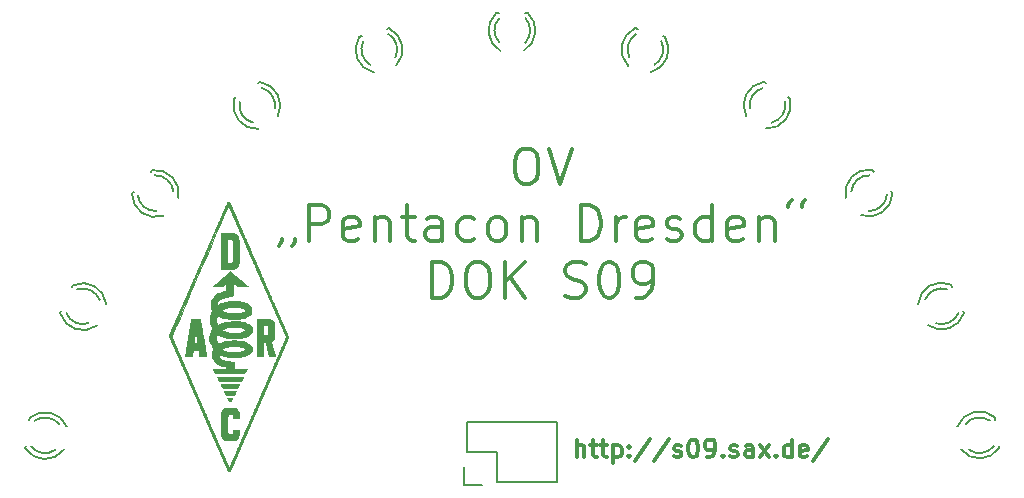
<source format=gbr>
G04 #@! TF.GenerationSoftware,KiCad,Pcbnew,5.0.0-rc2-dev-unknown*
G04 #@! TF.CreationDate,2018-06-18T21:32:58+02:00*
G04 #@! TF.ProjectId,thermometer-bausatz,746865726D6F6D657465722D62617573,rev?*
G04 #@! TF.SameCoordinates,PX3938700PY9896800*
G04 #@! TF.FileFunction,Legend,Top*
G04 #@! TF.FilePolarity,Positive*
%FSLAX46Y46*%
G04 Gerber Fmt 4.6, Leading zero omitted, Abs format (unit mm)*
G04 Created by KiCad (PCBNEW 5.0.0-rc2-dev-unknown) date Mon Jun 18 21:32:58 2018*
%MOMM*%
%LPD*%
G01*
G04 APERTURE LIST*
%ADD10C,0.300000*%
%ADD11C,0.150000*%
%ADD12C,0.010000*%
G04 APERTURE END LIST*
D10*
X55464285Y3821429D02*
X55464285Y5321429D01*
X56107142Y3821429D02*
X56107142Y4607143D01*
X56035714Y4750000D01*
X55892857Y4821429D01*
X55678571Y4821429D01*
X55535714Y4750000D01*
X55464285Y4678572D01*
X56607142Y4821429D02*
X57178571Y4821429D01*
X56821428Y5321429D02*
X56821428Y4035715D01*
X56892857Y3892858D01*
X57035714Y3821429D01*
X57178571Y3821429D01*
X57464285Y4821429D02*
X58035714Y4821429D01*
X57678571Y5321429D02*
X57678571Y4035715D01*
X57750000Y3892858D01*
X57892857Y3821429D01*
X58035714Y3821429D01*
X58535714Y4821429D02*
X58535714Y3321429D01*
X58535714Y4750000D02*
X58678571Y4821429D01*
X58964285Y4821429D01*
X59107142Y4750000D01*
X59178571Y4678572D01*
X59250000Y4535715D01*
X59250000Y4107143D01*
X59178571Y3964286D01*
X59107142Y3892858D01*
X58964285Y3821429D01*
X58678571Y3821429D01*
X58535714Y3892858D01*
X59892857Y3964286D02*
X59964285Y3892858D01*
X59892857Y3821429D01*
X59821428Y3892858D01*
X59892857Y3964286D01*
X59892857Y3821429D01*
X59892857Y4750000D02*
X59964285Y4678572D01*
X59892857Y4607143D01*
X59821428Y4678572D01*
X59892857Y4750000D01*
X59892857Y4607143D01*
X61678571Y5392858D02*
X60392857Y3464286D01*
X63250000Y5392858D02*
X61964285Y3464286D01*
X63678571Y3892858D02*
X63821428Y3821429D01*
X64107142Y3821429D01*
X64250000Y3892858D01*
X64321428Y4035715D01*
X64321428Y4107143D01*
X64250000Y4250000D01*
X64107142Y4321429D01*
X63892857Y4321429D01*
X63750000Y4392858D01*
X63678571Y4535715D01*
X63678571Y4607143D01*
X63750000Y4750000D01*
X63892857Y4821429D01*
X64107142Y4821429D01*
X64250000Y4750000D01*
X65250000Y5321429D02*
X65392857Y5321429D01*
X65535714Y5250000D01*
X65607142Y5178572D01*
X65678571Y5035715D01*
X65750000Y4750000D01*
X65750000Y4392858D01*
X65678571Y4107143D01*
X65607142Y3964286D01*
X65535714Y3892858D01*
X65392857Y3821429D01*
X65250000Y3821429D01*
X65107142Y3892858D01*
X65035714Y3964286D01*
X64964285Y4107143D01*
X64892857Y4392858D01*
X64892857Y4750000D01*
X64964285Y5035715D01*
X65035714Y5178572D01*
X65107142Y5250000D01*
X65250000Y5321429D01*
X66464285Y3821429D02*
X66750000Y3821429D01*
X66892857Y3892858D01*
X66964285Y3964286D01*
X67107142Y4178572D01*
X67178571Y4464286D01*
X67178571Y5035715D01*
X67107142Y5178572D01*
X67035714Y5250000D01*
X66892857Y5321429D01*
X66607142Y5321429D01*
X66464285Y5250000D01*
X66392857Y5178572D01*
X66321428Y5035715D01*
X66321428Y4678572D01*
X66392857Y4535715D01*
X66464285Y4464286D01*
X66607142Y4392858D01*
X66892857Y4392858D01*
X67035714Y4464286D01*
X67107142Y4535715D01*
X67178571Y4678572D01*
X67821428Y3964286D02*
X67892857Y3892858D01*
X67821428Y3821429D01*
X67750000Y3892858D01*
X67821428Y3964286D01*
X67821428Y3821429D01*
X68464285Y3892858D02*
X68607142Y3821429D01*
X68892857Y3821429D01*
X69035714Y3892858D01*
X69107142Y4035715D01*
X69107142Y4107143D01*
X69035714Y4250000D01*
X68892857Y4321429D01*
X68678571Y4321429D01*
X68535714Y4392858D01*
X68464285Y4535715D01*
X68464285Y4607143D01*
X68535714Y4750000D01*
X68678571Y4821429D01*
X68892857Y4821429D01*
X69035714Y4750000D01*
X70392857Y3821429D02*
X70392857Y4607143D01*
X70321428Y4750000D01*
X70178571Y4821429D01*
X69892857Y4821429D01*
X69750000Y4750000D01*
X70392857Y3892858D02*
X70250000Y3821429D01*
X69892857Y3821429D01*
X69750000Y3892858D01*
X69678571Y4035715D01*
X69678571Y4178572D01*
X69750000Y4321429D01*
X69892857Y4392858D01*
X70250000Y4392858D01*
X70392857Y4464286D01*
X70964285Y3821429D02*
X71750000Y4821429D01*
X70964285Y4821429D02*
X71750000Y3821429D01*
X72321428Y3964286D02*
X72392857Y3892858D01*
X72321428Y3821429D01*
X72250000Y3892858D01*
X72321428Y3964286D01*
X72321428Y3821429D01*
X73678571Y3821429D02*
X73678571Y5321429D01*
X73678571Y3892858D02*
X73535714Y3821429D01*
X73249999Y3821429D01*
X73107142Y3892858D01*
X73035714Y3964286D01*
X72964285Y4107143D01*
X72964285Y4535715D01*
X73035714Y4678572D01*
X73107142Y4750000D01*
X73249999Y4821429D01*
X73535714Y4821429D01*
X73678571Y4750000D01*
X74964285Y3892858D02*
X74821428Y3821429D01*
X74535714Y3821429D01*
X74392857Y3892858D01*
X74321428Y4035715D01*
X74321428Y4607143D01*
X74392857Y4750000D01*
X74535714Y4821429D01*
X74821428Y4821429D01*
X74964285Y4750000D01*
X75035714Y4607143D01*
X75035714Y4464286D01*
X74321428Y4321429D01*
X76750000Y5392858D02*
X75464285Y3464286D01*
X50928571Y29942858D02*
X51500000Y29942858D01*
X51785714Y29800000D01*
X52071428Y29514286D01*
X52214285Y28942858D01*
X52214285Y27942858D01*
X52071428Y27371429D01*
X51785714Y27085715D01*
X51500000Y26942858D01*
X50928571Y26942858D01*
X50642857Y27085715D01*
X50357142Y27371429D01*
X50214285Y27942858D01*
X50214285Y28942858D01*
X50357142Y29514286D01*
X50642857Y29800000D01*
X50928571Y29942858D01*
X53071428Y29942858D02*
X54071428Y26942858D01*
X55071428Y29942858D01*
X30500000Y22285715D02*
X30500000Y22142858D01*
X30357142Y21857143D01*
X30214285Y21714286D01*
X31642857Y22285715D02*
X31642857Y22142858D01*
X31500000Y21857143D01*
X31357142Y21714286D01*
X32785714Y22142858D02*
X32785714Y25142858D01*
X33928571Y25142858D01*
X34214285Y25000000D01*
X34357142Y24857143D01*
X34500000Y24571429D01*
X34500000Y24142858D01*
X34357142Y23857143D01*
X34214285Y23714286D01*
X33928571Y23571429D01*
X32785714Y23571429D01*
X36928571Y22285715D02*
X36642857Y22142858D01*
X36071428Y22142858D01*
X35785714Y22285715D01*
X35642857Y22571429D01*
X35642857Y23714286D01*
X35785714Y24000000D01*
X36071428Y24142858D01*
X36642857Y24142858D01*
X36928571Y24000000D01*
X37071428Y23714286D01*
X37071428Y23428572D01*
X35642857Y23142858D01*
X38357142Y24142858D02*
X38357142Y22142858D01*
X38357142Y23857143D02*
X38500000Y24000000D01*
X38785714Y24142858D01*
X39214285Y24142858D01*
X39500000Y24000000D01*
X39642857Y23714286D01*
X39642857Y22142858D01*
X40642857Y24142858D02*
X41785714Y24142858D01*
X41071428Y25142858D02*
X41071428Y22571429D01*
X41214285Y22285715D01*
X41500000Y22142858D01*
X41785714Y22142858D01*
X44071428Y22142858D02*
X44071428Y23714286D01*
X43928571Y24000000D01*
X43642857Y24142858D01*
X43071428Y24142858D01*
X42785714Y24000000D01*
X44071428Y22285715D02*
X43785714Y22142858D01*
X43071428Y22142858D01*
X42785714Y22285715D01*
X42642857Y22571429D01*
X42642857Y22857143D01*
X42785714Y23142858D01*
X43071428Y23285715D01*
X43785714Y23285715D01*
X44071428Y23428572D01*
X46785714Y22285715D02*
X46500000Y22142858D01*
X45928571Y22142858D01*
X45642857Y22285715D01*
X45500000Y22428572D01*
X45357142Y22714286D01*
X45357142Y23571429D01*
X45500000Y23857143D01*
X45642857Y24000000D01*
X45928571Y24142858D01*
X46500000Y24142858D01*
X46785714Y24000000D01*
X48500000Y22142858D02*
X48214285Y22285715D01*
X48071428Y22428572D01*
X47928571Y22714286D01*
X47928571Y23571429D01*
X48071428Y23857143D01*
X48214285Y24000000D01*
X48500000Y24142858D01*
X48928571Y24142858D01*
X49214285Y24000000D01*
X49357142Y23857143D01*
X49500000Y23571429D01*
X49500000Y22714286D01*
X49357142Y22428572D01*
X49214285Y22285715D01*
X48928571Y22142858D01*
X48500000Y22142858D01*
X50785714Y24142858D02*
X50785714Y22142858D01*
X50785714Y23857143D02*
X50928571Y24000000D01*
X51214285Y24142858D01*
X51642857Y24142858D01*
X51928571Y24000000D01*
X52071428Y23714286D01*
X52071428Y22142858D01*
X55785714Y22142858D02*
X55785714Y25142858D01*
X56500000Y25142858D01*
X56928571Y25000000D01*
X57214285Y24714286D01*
X57357142Y24428572D01*
X57500000Y23857143D01*
X57500000Y23428572D01*
X57357142Y22857143D01*
X57214285Y22571429D01*
X56928571Y22285715D01*
X56500000Y22142858D01*
X55785714Y22142858D01*
X58785714Y22142858D02*
X58785714Y24142858D01*
X58785714Y23571429D02*
X58928571Y23857143D01*
X59071428Y24000000D01*
X59357142Y24142858D01*
X59642857Y24142858D01*
X61785714Y22285715D02*
X61500000Y22142858D01*
X60928571Y22142858D01*
X60642857Y22285715D01*
X60500000Y22571429D01*
X60500000Y23714286D01*
X60642857Y24000000D01*
X60928571Y24142858D01*
X61500000Y24142858D01*
X61785714Y24000000D01*
X61928571Y23714286D01*
X61928571Y23428572D01*
X60500000Y23142858D01*
X63071428Y22285715D02*
X63357142Y22142858D01*
X63928571Y22142858D01*
X64214285Y22285715D01*
X64357142Y22571429D01*
X64357142Y22714286D01*
X64214285Y23000000D01*
X63928571Y23142858D01*
X63500000Y23142858D01*
X63214285Y23285715D01*
X63071428Y23571429D01*
X63071428Y23714286D01*
X63214285Y24000000D01*
X63500000Y24142858D01*
X63928571Y24142858D01*
X64214285Y24000000D01*
X66928571Y22142858D02*
X66928571Y25142858D01*
X66928571Y22285715D02*
X66642857Y22142858D01*
X66071428Y22142858D01*
X65785714Y22285715D01*
X65642857Y22428572D01*
X65500000Y22714286D01*
X65500000Y23571429D01*
X65642857Y23857143D01*
X65785714Y24000000D01*
X66071428Y24142858D01*
X66642857Y24142858D01*
X66928571Y24000000D01*
X69500000Y22285715D02*
X69214285Y22142858D01*
X68642857Y22142858D01*
X68357142Y22285715D01*
X68214285Y22571429D01*
X68214285Y23714286D01*
X68357142Y24000000D01*
X68642857Y24142858D01*
X69214285Y24142858D01*
X69500000Y24000000D01*
X69642857Y23714286D01*
X69642857Y23428572D01*
X68214285Y23142858D01*
X70928571Y24142858D02*
X70928571Y22142858D01*
X70928571Y23857143D02*
X71071428Y24000000D01*
X71357142Y24142858D01*
X71785714Y24142858D01*
X72071428Y24000000D01*
X72214285Y23714286D01*
X72214285Y22142858D01*
X74500000Y25000000D02*
X74500000Y25142858D01*
X74642857Y25428572D01*
X74785714Y25571429D01*
X73357142Y25000000D02*
X73357142Y25142858D01*
X73500000Y25428572D01*
X73642857Y25571429D01*
X43214285Y17342858D02*
X43214285Y20342858D01*
X43928571Y20342858D01*
X44357142Y20200000D01*
X44642857Y19914286D01*
X44785714Y19628572D01*
X44928571Y19057143D01*
X44928571Y18628572D01*
X44785714Y18057143D01*
X44642857Y17771429D01*
X44357142Y17485715D01*
X43928571Y17342858D01*
X43214285Y17342858D01*
X46785714Y20342858D02*
X47357142Y20342858D01*
X47642857Y20200000D01*
X47928571Y19914286D01*
X48071428Y19342858D01*
X48071428Y18342858D01*
X47928571Y17771429D01*
X47642857Y17485715D01*
X47357142Y17342858D01*
X46785714Y17342858D01*
X46500000Y17485715D01*
X46214285Y17771429D01*
X46071428Y18342858D01*
X46071428Y19342858D01*
X46214285Y19914286D01*
X46500000Y20200000D01*
X46785714Y20342858D01*
X49357142Y17342858D02*
X49357142Y20342858D01*
X51071428Y17342858D02*
X49785714Y19057143D01*
X51071428Y20342858D02*
X49357142Y18628572D01*
X54500000Y17485715D02*
X54928571Y17342858D01*
X55642857Y17342858D01*
X55928571Y17485715D01*
X56071428Y17628572D01*
X56214285Y17914286D01*
X56214285Y18200000D01*
X56071428Y18485715D01*
X55928571Y18628572D01*
X55642857Y18771429D01*
X55071428Y18914286D01*
X54785714Y19057143D01*
X54642857Y19200000D01*
X54500000Y19485715D01*
X54500000Y19771429D01*
X54642857Y20057143D01*
X54785714Y20200000D01*
X55071428Y20342858D01*
X55785714Y20342858D01*
X56214285Y20200000D01*
X58071428Y20342858D02*
X58357142Y20342858D01*
X58642857Y20200000D01*
X58785714Y20057143D01*
X58928571Y19771429D01*
X59071428Y19200000D01*
X59071428Y18485715D01*
X58928571Y17914286D01*
X58785714Y17628572D01*
X58642857Y17485715D01*
X58357142Y17342858D01*
X58071428Y17342858D01*
X57785714Y17485715D01*
X57642857Y17628572D01*
X57500000Y17914286D01*
X57357142Y18485715D01*
X57357142Y19200000D01*
X57500000Y19771429D01*
X57642857Y20057143D01*
X57785714Y20200000D01*
X58071428Y20342858D01*
X60500000Y17342858D02*
X61071428Y17342858D01*
X61357142Y17485715D01*
X61500000Y17628572D01*
X61785714Y18057143D01*
X61928571Y18628572D01*
X61928571Y19771429D01*
X61785714Y20057143D01*
X61642857Y20200000D01*
X61357142Y20342858D01*
X60785714Y20342858D01*
X60500000Y20200000D01*
X60357142Y20057143D01*
X60214285Y19771429D01*
X60214285Y19057143D01*
X60357142Y18771429D01*
X60500000Y18628572D01*
X60785714Y18485715D01*
X61357142Y18485715D01*
X61642857Y18628572D01*
X61785714Y18771429D01*
X61928571Y19057143D01*
D11*
X8765620Y4597817D02*
X8794146Y4795772D01*
X9135600Y7165297D02*
X9109926Y6987137D01*
X12286078Y6397743D02*
G75*
G03X9136455Y7171235I-1853229J-746956D01*
G01*
X11635708Y6622223D02*
G75*
G03X9554336Y6923097I-1202859J-971436D01*
G01*
X8774458Y4569542D02*
G75*
G03X12028034Y4451002I1668289J1079819D01*
G01*
X9275393Y4727178D02*
G75*
G03X11305091Y4454146I1157456J923609D01*
G01*
X17797751Y26168867D02*
X17928963Y26319809D01*
X19499568Y28126584D02*
X19381478Y27990736D01*
X21731965Y25774764D02*
G75*
G03X19503505Y28131112I-1962394J376043D01*
G01*
X21306889Y26315766D02*
G75*
G03X19720342Y27696166I-1537318J-164959D01*
G01*
X17789863Y26140312D02*
G75*
G03X20460496Y24278183I1987255J3934D01*
G01*
X18296326Y26001456D02*
G75*
G03X19854518Y24672450I1473245J149351D01*
G01*
X26476747Y34177585D02*
X26645049Y34285633D01*
X28659626Y35578968D02*
X28508154Y35481725D01*
X30142216Y32695119D02*
G75*
G03X28664675Y35582210I-1777975J911707D01*
G01*
X29886066Y33333681D02*
G75*
G03X28750722Y35103887I-1521825J273145D01*
G01*
X26461162Y34152391D02*
G75*
G03X28501812Y31615552I1908482J-553980D01*
G01*
X26908295Y33876969D02*
G75*
G03X28030848Y32164049I1455946J-270143D01*
G01*
X37052963Y39422205D02*
X37244924Y39478339D01*
X39542698Y40150255D02*
X39369933Y40099735D01*
X40150736Y36965142D02*
G75*
G03X39548457Y40151939I-1448222J1376609D01*
G01*
X40085301Y37650046D02*
G75*
G03X39495952Y39668782I-1382787J691705D01*
G01*
X37030898Y39402438D02*
G75*
G03X38272268Y36392651I1674423J-1070285D01*
G01*
X37382077Y39011976D02*
G75*
G03X37975330Y37051805I1320437J-670225D01*
G01*
X48686000Y41469000D02*
X48886000Y41469000D01*
X51280000Y41469000D02*
X51100000Y41469000D01*
X50969643Y38241256D02*
G75*
G03X51286000Y41469000I-1003643J1727744D01*
G01*
X51099068Y38916994D02*
G75*
G03X51100000Y41020000I-1133068J1052006D01*
G01*
X48659274Y41456220D02*
G75*
G03X49006000Y38219000I1306726J-1497220D01*
G01*
X48886747Y40982889D02*
G75*
G03X48906000Y38935000I1079253J-1013889D01*
G01*
X60425647Y40161900D02*
X60617510Y40105432D01*
X62914108Y39429506D02*
X62741431Y39480328D01*
X61705052Y36420713D02*
G75*
G03X62919864Y39427812I-474995J1940819D01*
G01*
X62020000Y37032416D02*
G75*
G03X62614660Y39049596I-789943J1329116D01*
G01*
X60396401Y40157186D02*
G75*
G03X59815018Y36953780I830833J-1805247D01*
G01*
X60480978Y39638887D02*
G75*
G03X59921243Y37668883I749079J-1277355D01*
G01*
X71313295Y35599077D02*
X71481409Y35490736D01*
X73493725Y34193886D02*
X73342423Y34291394D01*
X71484354Y31648874D02*
G75*
G03X73498769Y34190636I92304J1995967D01*
G01*
X71959196Y32146768D02*
G75*
G03X73099196Y33913979I-382538J1498073D01*
G01*
X71283907Y35602812D02*
G75*
G03X69821725Y32693889I287334J-1966377D01*
G01*
X71218706Y35081722D02*
G75*
G03X70125531Y33349906I357952J-1436881D01*
G01*
X80480085Y28153485D02*
X80611034Y28002314D01*
X82178483Y26192801D02*
X82060630Y26328855D01*
X79535578Y24314048D02*
G75*
G03X82182412Y26188266I648795J1889833D01*
G01*
X80131077Y24658656D02*
G75*
G03X81721252Y26034876I53296J1545225D01*
G01*
X80452927Y28165318D02*
G75*
G03X78233079Y25783704I-276112J-1967984D01*
G01*
X80244094Y27683471D02*
G75*
G03X78708796Y26328084I-59721J-1479590D01*
G01*
X87176175Y18418213D02*
X87259114Y18236221D01*
X88251890Y16057774D02*
X88177245Y16221567D01*
X85186065Y15001663D02*
G75*
G03X88254378Y16052314I1155976J1629760D01*
G01*
X85854632Y15164117D02*
G75*
G03X87768672Y16035369I487409J1467306D01*
G01*
X87153462Y18437233D02*
G75*
G03X84351503Y16779272I-820521J-1809957D01*
G01*
X86817082Y18033954D02*
G75*
G03X84961566Y17167189I-475041J-1402531D01*
G01*
X90861870Y7198930D02*
X90890051Y7000926D01*
X91227368Y4630809D02*
X91202006Y4809013D01*
X87988096Y4483276D02*
G75*
G03X91228214Y4624869I1569093J1237072D01*
G01*
X88675330Y4450356D02*
G75*
G03X90757485Y4745749I881859J1269992D01*
G01*
X90845452Y7223588D02*
G75*
G03X87689382Y6424194I-1298164J-1504649D01*
G01*
X90408895Y6931692D02*
G75*
G03X88384149Y6624082I-851706J-1211344D01*
G01*
X48730000Y1730000D02*
X53810000Y1730000D01*
X45910000Y1450000D02*
X45910000Y3000000D01*
X46190000Y4270000D02*
X48730000Y4270000D01*
X48730000Y4270000D02*
X48730000Y1730000D01*
X53810000Y1730000D02*
X53810000Y6810000D01*
X53810000Y6810000D02*
X48730000Y6810000D01*
X45910000Y1450000D02*
X47460000Y1450000D01*
X46190000Y6810000D02*
X46190000Y4270000D01*
X48730000Y6810000D02*
X46190000Y6810000D01*
X11732069Y16028104D02*
X11815325Y16209951D01*
X12811901Y18386662D02*
X12736971Y18223000D01*
X15617488Y16760827D02*
G75*
G03X12814399Y18392118I-1988725J-193322D01*
G01*
X15056959Y17159802D02*
G75*
G03X13145218Y18036090I-1428196J-592297D01*
G01*
X11732564Y15998484D02*
G75*
G03X14820296Y14966147I1905291J564858D01*
G01*
X12257626Y16008273D02*
G75*
G03X14127655Y15173280I1371137J559232D01*
G01*
D12*
G36*
X26084687Y25303000D02*
X26117363Y25228235D01*
X26144767Y25166065D01*
X26171190Y25106856D01*
X26200922Y25040975D01*
X26226106Y24985500D01*
X26248425Y24935983D01*
X26270705Y24885896D01*
X26281330Y24861675D01*
X26312191Y24790781D01*
X26335602Y24737218D01*
X26354192Y24695006D01*
X26370588Y24658161D01*
X26377563Y24642600D01*
X26391669Y24610716D01*
X26413305Y24561229D01*
X26439975Y24499878D01*
X26469183Y24432397D01*
X26482600Y24401300D01*
X26512135Y24332930D01*
X26540266Y24268086D01*
X26564496Y24212504D01*
X26582328Y24171922D01*
X26587636Y24160000D01*
X26608631Y24112694D01*
X26629664Y24064472D01*
X26635000Y24052050D01*
X26654388Y24007316D01*
X26676259Y23957751D01*
X26682363Y23944100D01*
X26696469Y23912216D01*
X26718105Y23862729D01*
X26744775Y23801378D01*
X26773983Y23733897D01*
X26787400Y23702800D01*
X26816935Y23634430D01*
X26845066Y23569586D01*
X26869296Y23514004D01*
X26887128Y23473422D01*
X26892436Y23461500D01*
X26913431Y23414194D01*
X26934464Y23365972D01*
X26939800Y23353550D01*
X26959188Y23308816D01*
X26981059Y23259251D01*
X26987163Y23245600D01*
X27001269Y23213716D01*
X27022905Y23164229D01*
X27049575Y23102878D01*
X27078783Y23035397D01*
X27092200Y23004300D01*
X27121735Y22935930D01*
X27149866Y22871086D01*
X27174096Y22815504D01*
X27191928Y22774922D01*
X27197236Y22763000D01*
X27218231Y22715694D01*
X27239264Y22667472D01*
X27244599Y22655050D01*
X27263977Y22610299D01*
X27285809Y22560721D01*
X27291882Y22547100D01*
X27304625Y22518377D01*
X27325606Y22470793D01*
X27352884Y22408760D01*
X27384521Y22336687D01*
X27418578Y22258988D01*
X27428666Y22235950D01*
X27463067Y22157441D01*
X27495619Y22083275D01*
X27524383Y22017864D01*
X27547418Y21965620D01*
X27562782Y21930953D01*
X27565534Y21924800D01*
X27586530Y21877495D01*
X27607563Y21829273D01*
X27612900Y21816850D01*
X27632288Y21772116D01*
X27654159Y21722551D01*
X27660263Y21708900D01*
X27674369Y21677016D01*
X27696005Y21627529D01*
X27722675Y21566178D01*
X27751883Y21498697D01*
X27765300Y21467600D01*
X27794835Y21399230D01*
X27822966Y21334386D01*
X27847196Y21278804D01*
X27865028Y21238222D01*
X27870336Y21226300D01*
X27891359Y21178989D01*
X27912459Y21130763D01*
X27917816Y21118350D01*
X27952641Y21038309D01*
X27994915Y20942893D01*
X28015863Y20896100D01*
X28029969Y20864216D01*
X28051605Y20814729D01*
X28078275Y20753378D01*
X28107483Y20685897D01*
X28120900Y20654800D01*
X28150435Y20586430D01*
X28178566Y20521586D01*
X28202796Y20466004D01*
X28220628Y20425422D01*
X28225936Y20413500D01*
X28246931Y20366194D01*
X28267964Y20317972D01*
X28273299Y20305550D01*
X28292688Y20260816D01*
X28314559Y20211251D01*
X28320663Y20197600D01*
X28334769Y20165716D01*
X28356405Y20116229D01*
X28383075Y20054878D01*
X28412283Y19987397D01*
X28425700Y19956300D01*
X28455235Y19887930D01*
X28483366Y19823086D01*
X28507596Y19767504D01*
X28525428Y19726922D01*
X28530736Y19715000D01*
X28551731Y19667694D01*
X28572764Y19619472D01*
X28578100Y19607050D01*
X28597488Y19562316D01*
X28619361Y19512752D01*
X28625465Y19499100D01*
X28638234Y19470377D01*
X28659237Y19422792D01*
X28686533Y19360757D01*
X28718184Y19288683D01*
X28752247Y19210983D01*
X28762333Y19187950D01*
X28796729Y19109442D01*
X28829271Y19035277D01*
X28858018Y18969867D01*
X28881031Y18917622D01*
X28896372Y18882955D01*
X28899117Y18876800D01*
X28920068Y18829478D01*
X28941078Y18781244D01*
X28946399Y18768850D01*
X28965788Y18724116D01*
X28987659Y18674551D01*
X28993763Y18660900D01*
X29007869Y18629016D01*
X29029505Y18579529D01*
X29056175Y18518178D01*
X29085383Y18450697D01*
X29098800Y18419600D01*
X29128335Y18351230D01*
X29156466Y18286386D01*
X29180696Y18230804D01*
X29198528Y18190222D01*
X29203836Y18178300D01*
X29224831Y18130994D01*
X29245864Y18082772D01*
X29251200Y18070350D01*
X29270588Y18025616D01*
X29292459Y17976051D01*
X29298563Y17962400D01*
X29312669Y17930516D01*
X29334305Y17881029D01*
X29360975Y17819678D01*
X29390183Y17752197D01*
X29403599Y17721100D01*
X29433135Y17652730D01*
X29461266Y17587886D01*
X29485496Y17532304D01*
X29503328Y17491722D01*
X29508636Y17479800D01*
X29529631Y17432494D01*
X29550664Y17384272D01*
X29556000Y17371850D01*
X29606463Y17255096D01*
X29648812Y17160157D01*
X29653635Y17149600D01*
X29667929Y17117710D01*
X29689726Y17068215D01*
X29716516Y17006853D01*
X29745790Y16939363D01*
X29759200Y16908300D01*
X29788735Y16839930D01*
X29816866Y16775086D01*
X29841096Y16719504D01*
X29858928Y16678922D01*
X29864236Y16667000D01*
X29885211Y16619698D01*
X29906199Y16571479D01*
X29911520Y16559050D01*
X29929414Y16517848D01*
X29951680Y16467696D01*
X29964893Y16438400D01*
X29994769Y16372539D01*
X30019797Y16316918D01*
X30043016Y16264655D01*
X30067461Y16208873D01*
X30096172Y16142690D01*
X30127500Y16070100D01*
X30157035Y16001730D01*
X30185166Y15936886D01*
X30209396Y15881304D01*
X30227228Y15840722D01*
X30232536Y15828800D01*
X30253531Y15781494D01*
X30274564Y15733272D01*
X30279900Y15720850D01*
X30299288Y15676116D01*
X30321159Y15626551D01*
X30327263Y15612900D01*
X30341369Y15581016D01*
X30363005Y15531529D01*
X30389675Y15470178D01*
X30418883Y15402697D01*
X30432300Y15371600D01*
X30461835Y15303230D01*
X30489966Y15238386D01*
X30514196Y15182804D01*
X30532028Y15142222D01*
X30537336Y15130300D01*
X30558331Y15082994D01*
X30579364Y15034772D01*
X30584700Y15022350D01*
X30604088Y14977616D01*
X30625959Y14928051D01*
X30632063Y14914400D01*
X30646169Y14882516D01*
X30667805Y14833029D01*
X30694475Y14771678D01*
X30723683Y14704197D01*
X30737100Y14673100D01*
X30766635Y14604730D01*
X30794766Y14539886D01*
X30818996Y14484304D01*
X30836828Y14443722D01*
X30842136Y14431800D01*
X30863131Y14384494D01*
X30884164Y14336272D01*
X30889500Y14323850D01*
X30908841Y14279044D01*
X30930543Y14229420D01*
X30936513Y14215900D01*
X30957026Y14169443D01*
X30977473Y14122904D01*
X30982814Y14110695D01*
X30997538Y14070556D01*
X31004618Y14031212D01*
X31003289Y13988617D01*
X30992787Y13938723D01*
X30972345Y13877485D01*
X30941200Y13800857D01*
X30911457Y13733300D01*
X30890465Y13685993D01*
X30869434Y13637770D01*
X30864100Y13625350D01*
X30844711Y13580616D01*
X30822840Y13531051D01*
X30816736Y13517400D01*
X30802630Y13485516D01*
X30780994Y13436029D01*
X30754324Y13374678D01*
X30725116Y13307197D01*
X30711700Y13276100D01*
X30682164Y13207730D01*
X30654033Y13142886D01*
X30629803Y13087304D01*
X30611971Y13046722D01*
X30606663Y13034800D01*
X30585668Y12987494D01*
X30564635Y12939272D01*
X30559299Y12926850D01*
X30539911Y12882116D01*
X30518040Y12832551D01*
X30511936Y12818900D01*
X30497830Y12787016D01*
X30476194Y12737529D01*
X30449524Y12676178D01*
X30420316Y12608697D01*
X30406900Y12577600D01*
X30377365Y12509230D01*
X30349236Y12444386D01*
X30325009Y12388805D01*
X30307180Y12348222D01*
X30301874Y12336300D01*
X30282812Y12293183D01*
X30265400Y12252757D01*
X30260500Y12241050D01*
X30247077Y12209118D01*
X30225866Y12159347D01*
X30199219Y12097188D01*
X30169487Y12028091D01*
X30139019Y11957506D01*
X30110167Y11890884D01*
X30085281Y11833676D01*
X30066713Y11791330D01*
X30060563Y11777500D01*
X30039568Y11730194D01*
X30018535Y11681972D01*
X30013200Y11669550D01*
X29993811Y11624816D01*
X29971940Y11575251D01*
X29965836Y11561600D01*
X29951730Y11529716D01*
X29930094Y11480229D01*
X29903424Y11418878D01*
X29874216Y11351397D01*
X29860800Y11320300D01*
X29831264Y11251930D01*
X29803133Y11187086D01*
X29778903Y11131504D01*
X29761071Y11090922D01*
X29755763Y11079000D01*
X29734768Y11031694D01*
X29713735Y10983472D01*
X29708400Y10971050D01*
X29689011Y10926316D01*
X29667140Y10876751D01*
X29661036Y10863100D01*
X29646930Y10831216D01*
X29625294Y10781729D01*
X29598624Y10720378D01*
X29569416Y10652897D01*
X29556000Y10621800D01*
X29526464Y10553430D01*
X29498333Y10488586D01*
X29474103Y10433004D01*
X29456271Y10392422D01*
X29450963Y10380500D01*
X29428332Y10329879D01*
X29407342Y10282313D01*
X29385482Y10231998D01*
X29360238Y10173129D01*
X29329099Y10099899D01*
X29308085Y10050300D01*
X29279828Y9983806D01*
X29252787Y9920630D01*
X29229599Y9866899D01*
X29212897Y9828740D01*
X29209751Y9821700D01*
X29188709Y9774413D01*
X29167651Y9726203D01*
X29162300Y9713750D01*
X29142911Y9669016D01*
X29121040Y9619451D01*
X29114936Y9605800D01*
X29100853Y9573893D01*
X29079291Y9524368D01*
X29052738Y9462971D01*
X29023683Y9395447D01*
X29010415Y9364500D01*
X28974476Y9280671D01*
X28945986Y9214505D01*
X28922456Y9160288D01*
X28901395Y9112309D01*
X28880313Y9064856D01*
X28860936Y9021600D01*
X28846830Y8989716D01*
X28825194Y8940229D01*
X28798524Y8878878D01*
X28769316Y8811397D01*
X28755900Y8780300D01*
X28726364Y8711930D01*
X28698233Y8647086D01*
X28674003Y8591504D01*
X28656171Y8550922D01*
X28650863Y8539000D01*
X28629868Y8491694D01*
X28608835Y8443472D01*
X28603500Y8431050D01*
X28584105Y8386325D01*
X28562212Y8336768D01*
X28556091Y8323100D01*
X28539472Y8285282D01*
X28517009Y8233003D01*
X28492559Y8175275D01*
X28482660Y8151650D01*
X28458548Y8094322D01*
X28434839Y8038668D01*
X28415382Y7993701D01*
X28409418Y7980200D01*
X28388501Y7932864D01*
X28367510Y7884622D01*
X28362200Y7872250D01*
X28342811Y7827516D01*
X28320940Y7777951D01*
X28314836Y7764300D01*
X28300730Y7732416D01*
X28279094Y7682929D01*
X28252424Y7621578D01*
X28223216Y7554097D01*
X28209800Y7523000D01*
X28180264Y7454630D01*
X28152133Y7389786D01*
X28127903Y7334204D01*
X28110071Y7293622D01*
X28104763Y7281700D01*
X28083768Y7234394D01*
X28062735Y7186172D01*
X28057400Y7173750D01*
X28038011Y7129016D01*
X28016140Y7079451D01*
X28010036Y7065800D01*
X27995930Y7033916D01*
X27974294Y6984429D01*
X27947624Y6923078D01*
X27918416Y6855597D01*
X27905000Y6824500D01*
X27875464Y6756130D01*
X27847333Y6691286D01*
X27823103Y6635704D01*
X27805271Y6595122D01*
X27799963Y6583200D01*
X27778968Y6535894D01*
X27757935Y6487672D01*
X27752600Y6475250D01*
X27733199Y6430534D01*
X27711285Y6380985D01*
X27705148Y6367300D01*
X27690727Y6334580D01*
X27669083Y6284579D01*
X27642853Y6223422D01*
X27614670Y6157237D01*
X27606814Y6138700D01*
X27571263Y6054860D01*
X27543017Y5988640D01*
X27519566Y5934235D01*
X27498396Y5885840D01*
X27476996Y5837650D01*
X27463936Y5808500D01*
X27449830Y5776616D01*
X27428194Y5727129D01*
X27401524Y5665778D01*
X27372316Y5598297D01*
X27358900Y5567200D01*
X27329364Y5498830D01*
X27301233Y5433986D01*
X27277003Y5378404D01*
X27259171Y5337822D01*
X27253863Y5325900D01*
X27232868Y5278594D01*
X27211835Y5230372D01*
X27206499Y5217950D01*
X27187111Y5173216D01*
X27165240Y5123651D01*
X27159136Y5110000D01*
X27145030Y5078116D01*
X27123394Y5028629D01*
X27096724Y4967278D01*
X27067516Y4899797D01*
X27054099Y4868700D01*
X27024564Y4800330D01*
X26996433Y4735486D01*
X26972203Y4679904D01*
X26954371Y4639322D01*
X26949063Y4627400D01*
X26928068Y4580094D01*
X26907035Y4531872D01*
X26901700Y4519450D01*
X26882311Y4474716D01*
X26860440Y4425151D01*
X26854336Y4411500D01*
X26839783Y4378571D01*
X26817744Y4328068D01*
X26790570Y4265444D01*
X26760611Y4196148D01*
X26730219Y4125630D01*
X26701744Y4059341D01*
X26677538Y4002731D01*
X26659950Y3961251D01*
X26654399Y3947950D01*
X26639328Y3912487D01*
X26620142Y3868658D01*
X26613025Y3852700D01*
X26598946Y3820793D01*
X26577388Y3771268D01*
X26550837Y3709872D01*
X26521783Y3642348D01*
X26508515Y3611400D01*
X26472576Y3527571D01*
X26444086Y3461405D01*
X26420556Y3407188D01*
X26399495Y3359209D01*
X26378413Y3311756D01*
X26359036Y3268500D01*
X26344930Y3236616D01*
X26323294Y3187129D01*
X26296624Y3125778D01*
X26267416Y3058297D01*
X26254000Y3027200D01*
X26214076Y2934764D01*
X26182317Y2861737D01*
X26156952Y2804152D01*
X26136211Y2758042D01*
X26118327Y2719440D01*
X26101528Y2684376D01*
X26096839Y2674775D01*
X26079797Y2642819D01*
X26063447Y2626888D01*
X26038445Y2621407D01*
X26006350Y2620800D01*
X25967871Y2621961D01*
X25945442Y2629160D01*
X25929719Y2647970D01*
X25915860Y2674775D01*
X25899050Y2709560D01*
X25881643Y2746787D01*
X25861869Y2790425D01*
X25837959Y2844440D01*
X25808145Y2912801D01*
X25770656Y2999474D01*
X25758700Y3027200D01*
X25729164Y3095571D01*
X25701033Y3160415D01*
X25676803Y3215997D01*
X25658971Y3256579D01*
X25653663Y3268500D01*
X25632668Y3315807D01*
X25611635Y3364029D01*
X25606300Y3376450D01*
X25586911Y3421185D01*
X25565040Y3470750D01*
X25558936Y3484400D01*
X25544830Y3516285D01*
X25523194Y3565772D01*
X25496524Y3627123D01*
X25467316Y3694604D01*
X25453900Y3725700D01*
X25424364Y3794071D01*
X25396233Y3858915D01*
X25372003Y3914497D01*
X25354171Y3955079D01*
X25348863Y3967000D01*
X25327868Y4014307D01*
X25306835Y4062529D01*
X25301500Y4074950D01*
X25282111Y4119685D01*
X25260240Y4169250D01*
X25254136Y4182900D01*
X25240030Y4214785D01*
X25218394Y4264272D01*
X25191724Y4325623D01*
X25162516Y4393104D01*
X25149099Y4424200D01*
X25119564Y4492571D01*
X25091433Y4557415D01*
X25067203Y4612997D01*
X25049371Y4653579D01*
X25044063Y4665500D01*
X25023068Y4712807D01*
X25002035Y4761029D01*
X24996700Y4773450D01*
X24977311Y4818185D01*
X24955440Y4867750D01*
X24949336Y4881400D01*
X24935230Y4913285D01*
X24913594Y4962772D01*
X24886924Y5024123D01*
X24857716Y5091604D01*
X24844300Y5122700D01*
X24814764Y5191071D01*
X24786633Y5255915D01*
X24762403Y5311497D01*
X24744571Y5352079D01*
X24739263Y5364000D01*
X24718268Y5411307D01*
X24697235Y5459529D01*
X24691900Y5471950D01*
X24672511Y5516685D01*
X24650640Y5566250D01*
X24644536Y5579900D01*
X24630430Y5611785D01*
X24608794Y5661272D01*
X24582124Y5722623D01*
X24552916Y5790104D01*
X24539500Y5821200D01*
X24509965Y5889571D01*
X24481836Y5954415D01*
X24457609Y6009996D01*
X24439780Y6050579D01*
X24434474Y6062500D01*
X24415412Y6105618D01*
X24398000Y6146044D01*
X24393100Y6157750D01*
X24379677Y6189683D01*
X24358466Y6239454D01*
X24331819Y6301613D01*
X24302087Y6370710D01*
X24271619Y6441295D01*
X24242767Y6507917D01*
X24217881Y6565125D01*
X24199313Y6607471D01*
X24193163Y6621300D01*
X24172168Y6668607D01*
X24151135Y6716829D01*
X24145800Y6729250D01*
X24126411Y6773985D01*
X24104540Y6823550D01*
X24098436Y6837200D01*
X24084330Y6869085D01*
X24062694Y6918572D01*
X24036024Y6979923D01*
X24006816Y7047404D01*
X23993400Y7078500D01*
X23963864Y7146871D01*
X23935733Y7211715D01*
X23911503Y7267297D01*
X23893671Y7307879D01*
X23888363Y7319800D01*
X23867368Y7367107D01*
X23846335Y7415329D01*
X23841000Y7427750D01*
X23821611Y7472485D01*
X23799740Y7522050D01*
X23793636Y7535700D01*
X23779530Y7567585D01*
X23757894Y7617072D01*
X23731224Y7678423D01*
X23702016Y7745904D01*
X23688599Y7777000D01*
X23659064Y7845371D01*
X23630933Y7910215D01*
X23606703Y7965797D01*
X23588871Y8006379D01*
X23583563Y8018300D01*
X23562568Y8065607D01*
X23541535Y8113829D01*
X23536200Y8126250D01*
X23516806Y8170977D01*
X23494916Y8220535D01*
X23488798Y8234200D01*
X23475845Y8263413D01*
X23454809Y8311335D01*
X23427699Y8373367D01*
X23396526Y8444909D01*
X23363299Y8521362D01*
X23358399Y8532650D01*
X23325040Y8609435D01*
X23293442Y8681980D01*
X23265615Y8745686D01*
X23243567Y8795953D01*
X23229310Y8828181D01*
X23228001Y8831100D01*
X23206986Y8878399D01*
X23185942Y8926615D01*
X23180600Y8939050D01*
X23161211Y8983785D01*
X23139340Y9033350D01*
X23133236Y9047000D01*
X23119130Y9078885D01*
X23097494Y9128372D01*
X23070824Y9189723D01*
X23041616Y9257204D01*
X23028200Y9288300D01*
X22998664Y9356671D01*
X22970533Y9421515D01*
X22946303Y9477097D01*
X22928471Y9517679D01*
X22923163Y9529600D01*
X22902168Y9576907D01*
X22881135Y9625129D01*
X22875800Y9637550D01*
X22856411Y9682285D01*
X22834540Y9731850D01*
X22828436Y9745500D01*
X22814330Y9777385D01*
X22792694Y9826872D01*
X22766024Y9888223D01*
X22736816Y9955704D01*
X22723400Y9986800D01*
X22693864Y10055171D01*
X22665733Y10120015D01*
X22641503Y10175597D01*
X22623671Y10216179D01*
X22618363Y10228100D01*
X22597368Y10275407D01*
X22576335Y10323629D01*
X22571000Y10336050D01*
X22551611Y10380785D01*
X22529740Y10430350D01*
X22523636Y10444000D01*
X22509530Y10475885D01*
X22487894Y10525372D01*
X22461224Y10586723D01*
X22432016Y10654204D01*
X22418600Y10685300D01*
X22389064Y10753671D01*
X22360933Y10818515D01*
X22336703Y10874097D01*
X22318871Y10914679D01*
X22313563Y10926600D01*
X22292568Y10973907D01*
X22271535Y11022129D01*
X22266200Y11034550D01*
X22246811Y11079285D01*
X22224940Y11128850D01*
X22218836Y11142500D01*
X22204730Y11174385D01*
X22183094Y11223872D01*
X22156424Y11285223D01*
X22127216Y11352704D01*
X22113799Y11383800D01*
X22084264Y11452171D01*
X22056133Y11517015D01*
X22031903Y11572597D01*
X22014071Y11613179D01*
X22008763Y11625100D01*
X21987768Y11672407D01*
X21966735Y11720629D01*
X21961400Y11733050D01*
X21942011Y11777785D01*
X21920140Y11827350D01*
X21914036Y11841000D01*
X21899930Y11872885D01*
X21878294Y11922372D01*
X21851624Y11983723D01*
X21822416Y12051204D01*
X21808999Y12082300D01*
X21779464Y12150671D01*
X21751333Y12215515D01*
X21727103Y12271097D01*
X21709271Y12311679D01*
X21703963Y12323600D01*
X21682968Y12370907D01*
X21661935Y12419129D01*
X21656599Y12431550D01*
X21637211Y12476285D01*
X21615340Y12525850D01*
X21609236Y12539500D01*
X21595130Y12571385D01*
X21573494Y12620872D01*
X21546824Y12682223D01*
X21517616Y12749704D01*
X21504199Y12780800D01*
X21474664Y12849171D01*
X21446533Y12914015D01*
X21422303Y12969597D01*
X21404471Y13010179D01*
X21399163Y13022100D01*
X21378168Y13069407D01*
X21357135Y13117629D01*
X21351800Y13130050D01*
X21332411Y13174785D01*
X21310540Y13224350D01*
X21304436Y13238000D01*
X21290330Y13269885D01*
X21268694Y13319372D01*
X21242024Y13380723D01*
X21212816Y13448204D01*
X21199399Y13479300D01*
X21169864Y13547671D01*
X21141733Y13612515D01*
X21117503Y13668097D01*
X21099671Y13708679D01*
X21094363Y13720600D01*
X21073384Y13767904D01*
X21052387Y13816124D01*
X21047063Y13828550D01*
X21018944Y13892758D01*
X20997351Y13936830D01*
X20979971Y13964445D01*
X20964489Y13979278D01*
X20948589Y13985007D01*
X20948575Y13985009D01*
X20935810Y13988071D01*
X20927551Y13996016D01*
X20922820Y14013523D01*
X20921874Y14027290D01*
X21153624Y14027290D01*
X21154081Y14022452D01*
X21154622Y14020596D01*
X21169656Y13982510D01*
X21188241Y13938782D01*
X21192082Y13930150D01*
X21213040Y13883147D01*
X21234445Y13834553D01*
X21237065Y13828550D01*
X21256735Y13783796D01*
X21278765Y13734215D01*
X21284863Y13720600D01*
X21298969Y13688716D01*
X21320605Y13639229D01*
X21347275Y13577878D01*
X21376483Y13510397D01*
X21389900Y13479300D01*
X21419435Y13410930D01*
X21447566Y13346086D01*
X21471796Y13290504D01*
X21489628Y13249922D01*
X21494936Y13238000D01*
X21515931Y13190694D01*
X21536964Y13142472D01*
X21542300Y13130050D01*
X21561688Y13085316D01*
X21583559Y13035751D01*
X21589663Y13022100D01*
X21603769Y12990216D01*
X21625405Y12940729D01*
X21652075Y12879378D01*
X21681283Y12811897D01*
X21694699Y12780800D01*
X21724235Y12712430D01*
X21752366Y12647586D01*
X21776596Y12592004D01*
X21794428Y12551422D01*
X21799736Y12539500D01*
X21820731Y12492194D01*
X21841764Y12443972D01*
X21847099Y12431550D01*
X21866488Y12386816D01*
X21888359Y12337251D01*
X21894463Y12323600D01*
X21908569Y12291716D01*
X21930205Y12242229D01*
X21956875Y12180878D01*
X21986083Y12113397D01*
X21999499Y12082300D01*
X22029035Y12013930D01*
X22057166Y11949086D01*
X22081396Y11893504D01*
X22099228Y11852922D01*
X22104536Y11841000D01*
X22125531Y11793694D01*
X22146564Y11745472D01*
X22151900Y11733050D01*
X22171288Y11688316D01*
X22193159Y11638751D01*
X22199263Y11625100D01*
X22213369Y11593216D01*
X22235005Y11543729D01*
X22261675Y11482378D01*
X22290883Y11414897D01*
X22304299Y11383800D01*
X22333835Y11315430D01*
X22361966Y11250586D01*
X22386196Y11195004D01*
X22404028Y11154422D01*
X22409336Y11142500D01*
X22430331Y11095194D01*
X22451364Y11046972D01*
X22456699Y11034550D01*
X22476088Y10989816D01*
X22497959Y10940251D01*
X22504063Y10926600D01*
X22518169Y10894716D01*
X22539805Y10845229D01*
X22566475Y10783878D01*
X22595683Y10716397D01*
X22609100Y10685300D01*
X22638635Y10616930D01*
X22666766Y10552086D01*
X22690996Y10496504D01*
X22708828Y10455922D01*
X22714136Y10444000D01*
X22735131Y10396694D01*
X22756164Y10348472D01*
X22761500Y10336050D01*
X22780888Y10291316D01*
X22802759Y10241751D01*
X22808863Y10228100D01*
X22822969Y10196216D01*
X22844605Y10146729D01*
X22871275Y10085378D01*
X22900483Y10017897D01*
X22913900Y9986800D01*
X22943435Y9918430D01*
X22971566Y9853586D01*
X22995796Y9798004D01*
X23013628Y9757422D01*
X23018936Y9745500D01*
X23039931Y9698194D01*
X23060964Y9649972D01*
X23066300Y9637550D01*
X23085688Y9592816D01*
X23107559Y9543251D01*
X23113663Y9529600D01*
X23127769Y9497716D01*
X23149405Y9448229D01*
X23176075Y9386878D01*
X23205283Y9319397D01*
X23218700Y9288300D01*
X23248235Y9219930D01*
X23276366Y9155086D01*
X23300596Y9099504D01*
X23318428Y9058922D01*
X23323736Y9047000D01*
X23344731Y8999694D01*
X23365764Y8951472D01*
X23371100Y8939050D01*
X23406662Y8856945D01*
X23445930Y8768126D01*
X23470572Y8713338D01*
X23484179Y8682759D01*
X23505359Y8634457D01*
X23531662Y8574048D01*
X23560641Y8507150D01*
X23574299Y8475500D01*
X23603835Y8407130D01*
X23631966Y8342286D01*
X23656196Y8286704D01*
X23674028Y8246122D01*
X23679336Y8234200D01*
X23700331Y8186894D01*
X23721364Y8138672D01*
X23726699Y8126250D01*
X23746088Y8081516D01*
X23767959Y8031951D01*
X23774063Y8018300D01*
X23788169Y7986416D01*
X23809805Y7936929D01*
X23836475Y7875578D01*
X23865683Y7808097D01*
X23879100Y7777000D01*
X23908635Y7708630D01*
X23936766Y7643786D01*
X23960996Y7588204D01*
X23978828Y7547622D01*
X23984136Y7535700D01*
X24005131Y7488394D01*
X24026164Y7440172D01*
X24031500Y7427750D01*
X24050888Y7383016D01*
X24072759Y7333451D01*
X24078863Y7319800D01*
X24092969Y7287916D01*
X24114605Y7238429D01*
X24141275Y7177078D01*
X24170483Y7109597D01*
X24183900Y7078500D01*
X24213435Y7010130D01*
X24241566Y6945286D01*
X24265796Y6889704D01*
X24283628Y6849122D01*
X24288936Y6837200D01*
X24309931Y6789894D01*
X24330964Y6741672D01*
X24336300Y6729250D01*
X24355700Y6684534D01*
X24377614Y6634985D01*
X24383751Y6621300D01*
X24398172Y6588580D01*
X24419816Y6538579D01*
X24446046Y6477422D01*
X24474229Y6411237D01*
X24482085Y6392700D01*
X24517636Y6308860D01*
X24545882Y6242640D01*
X24569333Y6188235D01*
X24590503Y6139840D01*
X24611903Y6091650D01*
X24624963Y6062500D01*
X24639069Y6030616D01*
X24660705Y5981129D01*
X24687375Y5919778D01*
X24716583Y5852297D01*
X24730000Y5821200D01*
X24759535Y5752830D01*
X24787666Y5687986D01*
X24811896Y5632404D01*
X24829728Y5591822D01*
X24835036Y5579900D01*
X24856031Y5532594D01*
X24877064Y5484372D01*
X24882400Y5471950D01*
X24901788Y5427216D01*
X24923659Y5377651D01*
X24929763Y5364000D01*
X24943869Y5332116D01*
X24965505Y5282629D01*
X24992175Y5221278D01*
X25021383Y5153797D01*
X25034799Y5122700D01*
X25064335Y5054330D01*
X25092466Y4989486D01*
X25116696Y4933904D01*
X25134528Y4893322D01*
X25139836Y4881400D01*
X25160831Y4834094D01*
X25181864Y4785872D01*
X25187199Y4773450D01*
X25206588Y4728716D01*
X25228459Y4679151D01*
X25234563Y4665500D01*
X25248669Y4633616D01*
X25270305Y4584129D01*
X25296975Y4522778D01*
X25326183Y4455297D01*
X25339600Y4424200D01*
X25369135Y4355830D01*
X25397266Y4290986D01*
X25421496Y4235404D01*
X25439328Y4194822D01*
X25444636Y4182900D01*
X25465631Y4135594D01*
X25486664Y4087372D01*
X25491999Y4074950D01*
X25511388Y4030216D01*
X25533259Y3980651D01*
X25539363Y3967000D01*
X25553469Y3935116D01*
X25575105Y3885629D01*
X25601775Y3824278D01*
X25630983Y3756797D01*
X25644400Y3725700D01*
X25673935Y3657330D01*
X25702066Y3592486D01*
X25726296Y3536904D01*
X25744128Y3496322D01*
X25749436Y3484400D01*
X25770431Y3437094D01*
X25791464Y3388872D01*
X25796800Y3376450D01*
X25816208Y3331747D01*
X25838152Y3282208D01*
X25844313Y3268500D01*
X25859344Y3234743D01*
X25881529Y3184317D01*
X25907952Y3123869D01*
X25935700Y3060051D01*
X25937441Y3056035D01*
X25962359Y2999184D01*
X25983521Y2952117D01*
X25999009Y2919014D01*
X26006901Y2904055D01*
X26007459Y2903635D01*
X26013241Y2915700D01*
X26027146Y2946649D01*
X26047209Y2992056D01*
X26071464Y3047496D01*
X26076450Y3058950D01*
X26104058Y3122270D01*
X26130535Y3182715D01*
X26152912Y3233529D01*
X26168221Y3267952D01*
X26168468Y3268500D01*
X26189499Y3315792D01*
X26210552Y3364005D01*
X26215900Y3376450D01*
X26235278Y3421200D01*
X26257115Y3470777D01*
X26263192Y3484400D01*
X26279189Y3520709D01*
X26301604Y3572336D01*
X26326943Y3631216D01*
X26342900Y3668550D01*
X26368286Y3727852D01*
X26392956Y3785005D01*
X26413418Y3831941D01*
X26422607Y3852700D01*
X26445819Y3904743D01*
X26467086Y3953005D01*
X26488996Y4003471D01*
X26514137Y4062124D01*
X26545097Y4134946D01*
X26565414Y4182900D01*
X26593671Y4249395D01*
X26620712Y4312571D01*
X26643900Y4366302D01*
X26660602Y4404461D01*
X26663748Y4411500D01*
X26684790Y4458788D01*
X26705848Y4506998D01*
X26711200Y4519450D01*
X26730588Y4564185D01*
X26752459Y4613750D01*
X26758563Y4627400D01*
X26772669Y4659285D01*
X26794305Y4708772D01*
X26820975Y4770123D01*
X26850183Y4837604D01*
X26863600Y4868700D01*
X26893135Y4937071D01*
X26921266Y5001915D01*
X26945496Y5057497D01*
X26963328Y5098079D01*
X26968636Y5110000D01*
X26989631Y5157307D01*
X27010664Y5205529D01*
X27016000Y5217950D01*
X27035388Y5262685D01*
X27057259Y5312250D01*
X27063363Y5325900D01*
X27077469Y5357785D01*
X27099105Y5407272D01*
X27125775Y5468623D01*
X27154983Y5536104D01*
X27168399Y5567200D01*
X27197935Y5635571D01*
X27226066Y5700415D01*
X27250296Y5755997D01*
X27268128Y5796579D01*
X27273436Y5808500D01*
X27294431Y5855807D01*
X27315464Y5904029D01*
X27320800Y5916450D01*
X27340169Y5961215D01*
X27361970Y6010804D01*
X27368018Y6024400D01*
X27384550Y6062215D01*
X27406947Y6114490D01*
X27431359Y6172213D01*
X27441260Y6195850D01*
X27465394Y6253184D01*
X27489159Y6308840D01*
X27508693Y6353808D01*
X27514691Y6367300D01*
X27535710Y6414597D01*
X27556756Y6462813D01*
X27562100Y6475250D01*
X27581488Y6519985D01*
X27603359Y6569550D01*
X27609463Y6583200D01*
X27623569Y6615085D01*
X27645205Y6664572D01*
X27671875Y6725923D01*
X27701083Y6793404D01*
X27714499Y6824500D01*
X27744035Y6892871D01*
X27772166Y6957715D01*
X27796396Y7013297D01*
X27814228Y7053879D01*
X27819536Y7065800D01*
X27840531Y7113107D01*
X27861564Y7161329D01*
X27866900Y7173750D01*
X27886288Y7218485D01*
X27908159Y7268050D01*
X27914263Y7281700D01*
X27928369Y7313585D01*
X27950005Y7363072D01*
X27976675Y7424423D01*
X28005883Y7491904D01*
X28019300Y7523000D01*
X28048835Y7591371D01*
X28076966Y7656215D01*
X28101196Y7711797D01*
X28119028Y7752379D01*
X28124336Y7764300D01*
X28145331Y7811607D01*
X28166364Y7859829D01*
X28171700Y7872250D01*
X28191094Y7916976D01*
X28212987Y7966533D01*
X28219108Y7980200D01*
X28235727Y8018019D01*
X28258190Y8070298D01*
X28282640Y8128026D01*
X28292539Y8151650D01*
X28316651Y8208979D01*
X28340360Y8264633D01*
X28359817Y8309600D01*
X28365781Y8323100D01*
X28386698Y8370437D01*
X28407689Y8418679D01*
X28413000Y8431050D01*
X28432388Y8475785D01*
X28454259Y8525350D01*
X28460363Y8539000D01*
X28474469Y8570885D01*
X28496105Y8620372D01*
X28522775Y8681723D01*
X28551983Y8749204D01*
X28565400Y8780300D01*
X28594935Y8848671D01*
X28623066Y8913515D01*
X28647296Y8969097D01*
X28665128Y9009679D01*
X28670436Y9021600D01*
X28691431Y9068907D01*
X28712464Y9117129D01*
X28717800Y9129550D01*
X28737178Y9174300D01*
X28759015Y9223877D01*
X28765092Y9237500D01*
X28781089Y9273809D01*
X28803504Y9325436D01*
X28828843Y9384316D01*
X28844800Y9421650D01*
X28870186Y9480952D01*
X28894856Y9538105D01*
X28915318Y9585041D01*
X28924507Y9605800D01*
X28945464Y9653121D01*
X28966476Y9701354D01*
X28971800Y9713750D01*
X28991188Y9758485D01*
X29013059Y9808050D01*
X29019163Y9821700D01*
X29033716Y9854630D01*
X29055755Y9905133D01*
X29082929Y9967757D01*
X29112888Y10037053D01*
X29143280Y10107571D01*
X29171755Y10173860D01*
X29195961Y10230470D01*
X29213549Y10271950D01*
X29219100Y10285250D01*
X29234171Y10320714D01*
X29253357Y10364543D01*
X29260474Y10380500D01*
X29274576Y10412385D01*
X29296209Y10461871D01*
X29322876Y10523223D01*
X29352082Y10590704D01*
X29365500Y10621800D01*
X29395035Y10690171D01*
X29423166Y10755015D01*
X29447396Y10810597D01*
X29465228Y10851179D01*
X29470536Y10863100D01*
X29491531Y10910407D01*
X29512564Y10958629D01*
X29517899Y10971050D01*
X29537288Y11015785D01*
X29559159Y11065350D01*
X29565263Y11079000D01*
X29579369Y11110885D01*
X29601005Y11160372D01*
X29627675Y11221723D01*
X29656883Y11289204D01*
X29670300Y11320300D01*
X29699835Y11388671D01*
X29727966Y11453515D01*
X29752196Y11509097D01*
X29770028Y11549679D01*
X29775336Y11561600D01*
X29796331Y11608907D01*
X29817364Y11657129D01*
X29822700Y11669550D01*
X29842088Y11714285D01*
X29863959Y11763850D01*
X29870063Y11777500D01*
X29884169Y11809385D01*
X29905805Y11858872D01*
X29932475Y11920223D01*
X29961683Y11987704D01*
X29975100Y12018800D01*
X30004634Y12087171D01*
X30032763Y12152015D01*
X30056990Y12207596D01*
X30074819Y12248179D01*
X30080125Y12260100D01*
X30099187Y12303218D01*
X30116599Y12343644D01*
X30121499Y12355350D01*
X30134922Y12387283D01*
X30156133Y12437054D01*
X30182780Y12499213D01*
X30212512Y12568310D01*
X30242980Y12638895D01*
X30271832Y12705517D01*
X30296718Y12762725D01*
X30315286Y12805071D01*
X30321436Y12818900D01*
X30342431Y12866207D01*
X30363464Y12914429D01*
X30368800Y12926850D01*
X30388188Y12971585D01*
X30410059Y13021150D01*
X30416163Y13034800D01*
X30430269Y13066685D01*
X30451905Y13116172D01*
X30478575Y13177523D01*
X30507783Y13245004D01*
X30521199Y13276100D01*
X30550735Y13344471D01*
X30578866Y13409315D01*
X30603096Y13464897D01*
X30620928Y13505479D01*
X30626236Y13517400D01*
X30647231Y13564707D01*
X30668264Y13612929D01*
X30673600Y13625350D01*
X30692981Y13670096D01*
X30714827Y13719669D01*
X30720911Y13733300D01*
X30738105Y13772011D01*
X30761170Y13824395D01*
X30785870Y13880822D01*
X30792728Y13896554D01*
X30838932Y14002657D01*
X30805474Y14080704D01*
X30783117Y14132418D01*
X30760227Y14184680D01*
X30746357Y14215900D01*
X30725365Y14263208D01*
X30704334Y14311431D01*
X30699000Y14323850D01*
X30679611Y14368585D01*
X30657740Y14418150D01*
X30651636Y14431800D01*
X30637530Y14463685D01*
X30615894Y14513172D01*
X30589224Y14574523D01*
X30560016Y14642004D01*
X30546600Y14673100D01*
X30517064Y14741471D01*
X30488933Y14806315D01*
X30464703Y14861897D01*
X30446871Y14902479D01*
X30441563Y14914400D01*
X30420568Y14961707D01*
X30399535Y15009929D01*
X30394200Y15022350D01*
X30374811Y15067085D01*
X30352940Y15116650D01*
X30346836Y15130300D01*
X30332730Y15162185D01*
X30311094Y15211672D01*
X30284424Y15273023D01*
X30255216Y15340504D01*
X30241800Y15371600D01*
X30212264Y15439971D01*
X30184133Y15504815D01*
X30159903Y15560397D01*
X30142071Y15600979D01*
X30136763Y15612900D01*
X30115768Y15660207D01*
X30094735Y15708429D01*
X30089400Y15720850D01*
X30070011Y15765585D01*
X30048140Y15815150D01*
X30042036Y15828800D01*
X30027927Y15860682D01*
X30006278Y15910161D01*
X29979588Y15971505D01*
X29950356Y16038980D01*
X29936914Y16070100D01*
X29906652Y16139878D01*
X29877064Y16207467D01*
X29850881Y16266672D01*
X29830832Y16311300D01*
X29824948Y16324100D01*
X29797763Y16383374D01*
X29769395Y16447186D01*
X29736343Y16523454D01*
X29721100Y16559050D01*
X29701706Y16603777D01*
X29679816Y16653335D01*
X29673698Y16667000D01*
X29660745Y16696213D01*
X29639709Y16744135D01*
X29612599Y16806167D01*
X29581426Y16877709D01*
X29548199Y16954162D01*
X29543299Y16965450D01*
X29509940Y17042235D01*
X29478342Y17114780D01*
X29450515Y17178486D01*
X29428467Y17228753D01*
X29414210Y17260981D01*
X29412901Y17263900D01*
X29391886Y17311199D01*
X29370842Y17359415D01*
X29365500Y17371850D01*
X29346111Y17416585D01*
X29324240Y17466150D01*
X29318136Y17479800D01*
X29304030Y17511685D01*
X29282394Y17561172D01*
X29255724Y17622523D01*
X29226516Y17690004D01*
X29213099Y17721100D01*
X29183564Y17789471D01*
X29155433Y17854315D01*
X29131203Y17909897D01*
X29113371Y17950479D01*
X29108063Y17962400D01*
X29087068Y18009707D01*
X29066035Y18057929D01*
X29060700Y18070350D01*
X29041311Y18115085D01*
X29019440Y18164650D01*
X29013336Y18178300D01*
X28999230Y18210185D01*
X28977594Y18259672D01*
X28950924Y18321023D01*
X28921716Y18388504D01*
X28908300Y18419600D01*
X28878764Y18487971D01*
X28850633Y18552815D01*
X28826403Y18608397D01*
X28808571Y18648979D01*
X28803263Y18660900D01*
X28782268Y18708207D01*
X28761235Y18756429D01*
X28755900Y18768850D01*
X28736511Y18813585D01*
X28714638Y18863149D01*
X28708534Y18876800D01*
X28695765Y18905524D01*
X28674762Y18953109D01*
X28647466Y19015144D01*
X28615815Y19087218D01*
X28581752Y19164918D01*
X28571666Y19187950D01*
X28537270Y19266459D01*
X28504728Y19340624D01*
X28475981Y19406034D01*
X28452968Y19458279D01*
X28437627Y19492946D01*
X28434882Y19499100D01*
X28413931Y19546423D01*
X28392921Y19594657D01*
X28387599Y19607050D01*
X28368211Y19651785D01*
X28346340Y19701350D01*
X28340236Y19715000D01*
X28326130Y19746885D01*
X28304494Y19796372D01*
X28277824Y19857723D01*
X28248616Y19925204D01*
X28235200Y19956300D01*
X28205664Y20024671D01*
X28177533Y20089515D01*
X28153303Y20145097D01*
X28135471Y20185679D01*
X28130163Y20197600D01*
X28109168Y20244907D01*
X28088135Y20293129D01*
X28082800Y20305550D01*
X28063411Y20350285D01*
X28041540Y20399850D01*
X28035436Y20413500D01*
X28021330Y20445385D01*
X27999694Y20494872D01*
X27973024Y20556223D01*
X27943816Y20623704D01*
X27930399Y20654800D01*
X27901165Y20722489D01*
X27873631Y20785996D01*
X27850194Y20839803D01*
X27833256Y20878396D01*
X27828204Y20889750D01*
X27783816Y20989057D01*
X27748008Y21070254D01*
X27727200Y21118350D01*
X27707811Y21163085D01*
X27685940Y21212650D01*
X27679836Y21226300D01*
X27665730Y21258185D01*
X27644094Y21307672D01*
X27617424Y21369023D01*
X27588216Y21436504D01*
X27574799Y21467600D01*
X27545264Y21535971D01*
X27517133Y21600815D01*
X27492903Y21656397D01*
X27475071Y21696979D01*
X27469763Y21708900D01*
X27448768Y21756207D01*
X27427735Y21804429D01*
X27422399Y21816850D01*
X27386508Y21900281D01*
X27356694Y21968104D01*
X27329457Y22028236D01*
X27318551Y22051800D01*
X27301859Y22088542D01*
X27277895Y22142436D01*
X27249392Y22207291D01*
X27219078Y22276910D01*
X27206585Y22305800D01*
X27177023Y22374165D01*
X27148868Y22439004D01*
X27124621Y22494583D01*
X27106777Y22535168D01*
X27101463Y22547100D01*
X27080468Y22594407D01*
X27059435Y22642629D01*
X27054100Y22655050D01*
X27034711Y22699785D01*
X27012840Y22749350D01*
X27006736Y22763000D01*
X26992630Y22794885D01*
X26970994Y22844372D01*
X26944324Y22905723D01*
X26915116Y22973204D01*
X26901699Y23004300D01*
X26872164Y23072671D01*
X26844033Y23137515D01*
X26819803Y23193097D01*
X26801971Y23233679D01*
X26796663Y23245600D01*
X26775668Y23292907D01*
X26754635Y23341129D01*
X26749299Y23353550D01*
X26729911Y23398285D01*
X26708040Y23447850D01*
X26701936Y23461500D01*
X26687830Y23493385D01*
X26666194Y23542872D01*
X26639524Y23604223D01*
X26610316Y23671704D01*
X26596900Y23702800D01*
X26567364Y23771171D01*
X26539233Y23836015D01*
X26515003Y23891597D01*
X26497171Y23932179D01*
X26491863Y23944100D01*
X26470868Y23991407D01*
X26449835Y24039629D01*
X26444499Y24052050D01*
X26425111Y24096785D01*
X26403240Y24146350D01*
X26397136Y24160000D01*
X26383030Y24191885D01*
X26361394Y24241372D01*
X26334724Y24302723D01*
X26305516Y24370204D01*
X26292099Y24401300D01*
X26262712Y24469302D01*
X26234864Y24533417D01*
X26211004Y24588030D01*
X26193582Y24627523D01*
X26188372Y24639138D01*
X26167695Y24685052D01*
X26144800Y24736358D01*
X26137232Y24753438D01*
X26115944Y24801243D01*
X26091351Y24855953D01*
X26078693Y24883900D01*
X26047786Y24952631D01*
X26016442Y25024051D01*
X25981685Y25104834D01*
X25966801Y25132429D01*
X25954003Y25144141D01*
X25950323Y25142934D01*
X25942585Y25128509D01*
X25926342Y25094114D01*
X25903116Y25043120D01*
X25874430Y24978893D01*
X25841808Y24904801D01*
X25818867Y24852150D01*
X25793276Y24793176D01*
X25767230Y24733148D01*
X25740417Y24671346D01*
X25712524Y24607053D01*
X25683240Y24539548D01*
X25652254Y24468113D01*
X25619252Y24392027D01*
X25583924Y24310572D01*
X25545957Y24223028D01*
X25505040Y24128676D01*
X25460860Y24026796D01*
X25413107Y23916670D01*
X25361467Y23797577D01*
X25305629Y23668800D01*
X25245281Y23529617D01*
X25180111Y23379311D01*
X25109808Y23217161D01*
X25034060Y23042449D01*
X24952554Y22854455D01*
X24864978Y22652460D01*
X24771022Y22435744D01*
X24670373Y22203588D01*
X24562718Y21955273D01*
X24447747Y21690079D01*
X24325148Y21407288D01*
X24194608Y21106179D01*
X24055815Y20786034D01*
X23908459Y20446133D01*
X23752226Y20085757D01*
X23586805Y19704187D01*
X23411884Y19300703D01*
X23239793Y18903746D01*
X23066143Y18503180D01*
X22902320Y18125252D01*
X22748041Y17769300D01*
X22603022Y17434662D01*
X22466983Y17120673D01*
X22339638Y16826673D01*
X22220706Y16551997D01*
X22109902Y16295983D01*
X22006945Y16057970D01*
X21911551Y15837292D01*
X21823438Y15633289D01*
X21742322Y15445298D01*
X21667920Y15272655D01*
X21599949Y15114698D01*
X21538126Y14970764D01*
X21482169Y14840191D01*
X21431795Y14722316D01*
X21386719Y14616476D01*
X21346660Y14522008D01*
X21311335Y14438250D01*
X21280459Y14364540D01*
X21253752Y14300213D01*
X21230928Y14244608D01*
X21211706Y14197062D01*
X21195803Y14156912D01*
X21182935Y14123496D01*
X21172819Y14096150D01*
X21165173Y14074213D01*
X21159714Y14057021D01*
X21156158Y14043911D01*
X21154222Y14034222D01*
X21153624Y14027290D01*
X20921874Y14027290D01*
X20920638Y14045269D01*
X20920025Y14095932D01*
X20920000Y14121534D01*
X20920311Y14180765D01*
X20921830Y14219109D01*
X20925435Y14241078D01*
X20932006Y14251182D01*
X20942420Y14253933D01*
X20945798Y14254000D01*
X20970147Y14263606D01*
X20978870Y14276225D01*
X20988314Y14300725D01*
X21003878Y14337247D01*
X21012072Y14355600D01*
X21033189Y14402848D01*
X21054252Y14451030D01*
X21059620Y14463550D01*
X21077514Y14504753D01*
X21099780Y14554905D01*
X21112993Y14584200D01*
X21142869Y14650062D01*
X21167897Y14705683D01*
X21191116Y14757946D01*
X21215561Y14813728D01*
X21244272Y14879911D01*
X21275599Y14952500D01*
X21305135Y15020871D01*
X21333266Y15085715D01*
X21357496Y15141297D01*
X21375328Y15181879D01*
X21380636Y15193800D01*
X21401631Y15241107D01*
X21422664Y15289329D01*
X21427999Y15301750D01*
X21447398Y15346470D01*
X21469306Y15396021D01*
X21475439Y15409700D01*
X21487474Y15436723D01*
X21508033Y15483215D01*
X21535444Y15545384D01*
X21568036Y15619435D01*
X21604136Y15701574D01*
X21637685Y15778000D01*
X21675492Y15864132D01*
X21711260Y15945535D01*
X21743320Y16018415D01*
X21770002Y16078979D01*
X21789635Y16123433D01*
X21799796Y16146300D01*
X21820758Y16193619D01*
X21841774Y16241850D01*
X21847099Y16254250D01*
X21866488Y16298985D01*
X21888361Y16348549D01*
X21894465Y16362200D01*
X21907234Y16390924D01*
X21928237Y16438509D01*
X21955533Y16500544D01*
X21987184Y16572618D01*
X22021247Y16650318D01*
X22031333Y16673350D01*
X22065729Y16751859D01*
X22098271Y16826024D01*
X22127018Y16891434D01*
X22150031Y16943679D01*
X22165372Y16978346D01*
X22168117Y16984500D01*
X22189068Y17031823D01*
X22210078Y17080057D01*
X22215399Y17092450D01*
X22234784Y17137192D01*
X22256641Y17186761D01*
X22262733Y17200400D01*
X22274742Y17227420D01*
X22295281Y17273908D01*
X22322680Y17336071D01*
X22355268Y17410115D01*
X22391374Y17492247D01*
X22424950Y17568700D01*
X22462776Y17654829D01*
X22498565Y17736228D01*
X22530644Y17809107D01*
X22557344Y17869670D01*
X22576993Y17914125D01*
X22587166Y17937000D01*
X22608145Y17984313D01*
X22629169Y18032539D01*
X22634499Y18044950D01*
X22653888Y18089685D01*
X22675759Y18139250D01*
X22681863Y18152900D01*
X22695972Y18184782D01*
X22717621Y18234261D01*
X22744311Y18295605D01*
X22773543Y18363080D01*
X22786985Y18394200D01*
X22817247Y18463978D01*
X22846835Y18531567D01*
X22873018Y18590772D01*
X22893067Y18635400D01*
X22898951Y18648200D01*
X22926136Y18707474D01*
X22954504Y18771286D01*
X22987556Y18847554D01*
X23002800Y18883150D01*
X23031225Y18948642D01*
X23069170Y19034367D01*
X23103804Y19111750D01*
X23116844Y19141238D01*
X23137523Y19188542D01*
X23163441Y19248149D01*
X23192196Y19314543D01*
X23206085Y19346700D01*
X23236347Y19416478D01*
X23265935Y19484067D01*
X23292118Y19543272D01*
X23312167Y19587900D01*
X23318051Y19600700D01*
X23345236Y19659974D01*
X23373604Y19723786D01*
X23406656Y19800054D01*
X23421900Y19835650D01*
X23441288Y19880385D01*
X23463159Y19929950D01*
X23469263Y19943600D01*
X23483369Y19975485D01*
X23505005Y20024972D01*
X23531675Y20086323D01*
X23560883Y20153804D01*
X23574299Y20184900D01*
X23603835Y20253271D01*
X23631966Y20318115D01*
X23656196Y20373697D01*
X23674028Y20414279D01*
X23679336Y20426200D01*
X23700311Y20473503D01*
X23721299Y20521722D01*
X23726620Y20534150D01*
X23743995Y20573888D01*
X23766498Y20623944D01*
X23783561Y20661150D01*
X23806210Y20710579D01*
X23828128Y20759330D01*
X23840791Y20788150D01*
X23860315Y20832895D01*
X23882262Y20882467D01*
X23888363Y20896100D01*
X23902469Y20927985D01*
X23924105Y20977472D01*
X23950775Y21038823D01*
X23979983Y21106304D01*
X23993400Y21137400D01*
X24022935Y21205771D01*
X24051066Y21270615D01*
X24075296Y21326197D01*
X24093128Y21366779D01*
X24098436Y21378700D01*
X24119411Y21426003D01*
X24140399Y21474222D01*
X24145720Y21486650D01*
X24163614Y21527853D01*
X24185880Y21578005D01*
X24199093Y21607300D01*
X24228969Y21673162D01*
X24253997Y21728783D01*
X24277216Y21781046D01*
X24301661Y21836828D01*
X24330372Y21903011D01*
X24361700Y21975600D01*
X24391235Y22043971D01*
X24419366Y22108815D01*
X24443596Y22164397D01*
X24461428Y22204979D01*
X24466736Y22216900D01*
X24482996Y22253276D01*
X24500328Y22292466D01*
X24521360Y22340454D01*
X24548721Y22403221D01*
X24562969Y22435975D01*
X24582053Y22479294D01*
X24605139Y22530925D01*
X24618193Y22559800D01*
X24648069Y22625662D01*
X24673097Y22681283D01*
X24696316Y22733546D01*
X24720761Y22789328D01*
X24749472Y22855511D01*
X24780800Y22928100D01*
X24810335Y22996471D01*
X24838466Y23061315D01*
X24862696Y23116897D01*
X24880528Y23157479D01*
X24885836Y23169400D01*
X24906831Y23216707D01*
X24927864Y23264929D01*
X24933199Y23277350D01*
X24952588Y23322085D01*
X24974461Y23371649D01*
X24980565Y23385300D01*
X24993334Y23414024D01*
X25014337Y23461609D01*
X25041633Y23523644D01*
X25073284Y23595718D01*
X25107347Y23673418D01*
X25117433Y23696450D01*
X25151717Y23774680D01*
X25184047Y23848304D01*
X25212512Y23912978D01*
X25235200Y23964361D01*
X25250199Y23998112D01*
X25252908Y24004138D01*
X25290058Y24087191D01*
X25327641Y24172725D01*
X25352299Y24229850D01*
X25371688Y24274585D01*
X25393561Y24324149D01*
X25399665Y24337800D01*
X25412434Y24366524D01*
X25433437Y24414109D01*
X25460733Y24476144D01*
X25492384Y24548218D01*
X25526447Y24625918D01*
X25536533Y24648950D01*
X25570929Y24727459D01*
X25603471Y24801624D01*
X25632218Y24867034D01*
X25655231Y24919279D01*
X25670572Y24953946D01*
X25673317Y24960100D01*
X25694268Y25007423D01*
X25715278Y25055657D01*
X25720600Y25068050D01*
X25739984Y25112791D01*
X25761842Y25162360D01*
X25767935Y25176000D01*
X25785413Y25215371D01*
X25808525Y25267966D01*
X25832835Y25323690D01*
X25837637Y25334750D01*
X25881703Y25436350D01*
X26026547Y25436350D01*
X26084687Y25303000D01*
X26084687Y25303000D01*
G37*
X26084687Y25303000D02*
X26117363Y25228235D01*
X26144767Y25166065D01*
X26171190Y25106856D01*
X26200922Y25040975D01*
X26226106Y24985500D01*
X26248425Y24935983D01*
X26270705Y24885896D01*
X26281330Y24861675D01*
X26312191Y24790781D01*
X26335602Y24737218D01*
X26354192Y24695006D01*
X26370588Y24658161D01*
X26377563Y24642600D01*
X26391669Y24610716D01*
X26413305Y24561229D01*
X26439975Y24499878D01*
X26469183Y24432397D01*
X26482600Y24401300D01*
X26512135Y24332930D01*
X26540266Y24268086D01*
X26564496Y24212504D01*
X26582328Y24171922D01*
X26587636Y24160000D01*
X26608631Y24112694D01*
X26629664Y24064472D01*
X26635000Y24052050D01*
X26654388Y24007316D01*
X26676259Y23957751D01*
X26682363Y23944100D01*
X26696469Y23912216D01*
X26718105Y23862729D01*
X26744775Y23801378D01*
X26773983Y23733897D01*
X26787400Y23702800D01*
X26816935Y23634430D01*
X26845066Y23569586D01*
X26869296Y23514004D01*
X26887128Y23473422D01*
X26892436Y23461500D01*
X26913431Y23414194D01*
X26934464Y23365972D01*
X26939800Y23353550D01*
X26959188Y23308816D01*
X26981059Y23259251D01*
X26987163Y23245600D01*
X27001269Y23213716D01*
X27022905Y23164229D01*
X27049575Y23102878D01*
X27078783Y23035397D01*
X27092200Y23004300D01*
X27121735Y22935930D01*
X27149866Y22871086D01*
X27174096Y22815504D01*
X27191928Y22774922D01*
X27197236Y22763000D01*
X27218231Y22715694D01*
X27239264Y22667472D01*
X27244599Y22655050D01*
X27263977Y22610299D01*
X27285809Y22560721D01*
X27291882Y22547100D01*
X27304625Y22518377D01*
X27325606Y22470793D01*
X27352884Y22408760D01*
X27384521Y22336687D01*
X27418578Y22258988D01*
X27428666Y22235950D01*
X27463067Y22157441D01*
X27495619Y22083275D01*
X27524383Y22017864D01*
X27547418Y21965620D01*
X27562782Y21930953D01*
X27565534Y21924800D01*
X27586530Y21877495D01*
X27607563Y21829273D01*
X27612900Y21816850D01*
X27632288Y21772116D01*
X27654159Y21722551D01*
X27660263Y21708900D01*
X27674369Y21677016D01*
X27696005Y21627529D01*
X27722675Y21566178D01*
X27751883Y21498697D01*
X27765300Y21467600D01*
X27794835Y21399230D01*
X27822966Y21334386D01*
X27847196Y21278804D01*
X27865028Y21238222D01*
X27870336Y21226300D01*
X27891359Y21178989D01*
X27912459Y21130763D01*
X27917816Y21118350D01*
X27952641Y21038309D01*
X27994915Y20942893D01*
X28015863Y20896100D01*
X28029969Y20864216D01*
X28051605Y20814729D01*
X28078275Y20753378D01*
X28107483Y20685897D01*
X28120900Y20654800D01*
X28150435Y20586430D01*
X28178566Y20521586D01*
X28202796Y20466004D01*
X28220628Y20425422D01*
X28225936Y20413500D01*
X28246931Y20366194D01*
X28267964Y20317972D01*
X28273299Y20305550D01*
X28292688Y20260816D01*
X28314559Y20211251D01*
X28320663Y20197600D01*
X28334769Y20165716D01*
X28356405Y20116229D01*
X28383075Y20054878D01*
X28412283Y19987397D01*
X28425700Y19956300D01*
X28455235Y19887930D01*
X28483366Y19823086D01*
X28507596Y19767504D01*
X28525428Y19726922D01*
X28530736Y19715000D01*
X28551731Y19667694D01*
X28572764Y19619472D01*
X28578100Y19607050D01*
X28597488Y19562316D01*
X28619361Y19512752D01*
X28625465Y19499100D01*
X28638234Y19470377D01*
X28659237Y19422792D01*
X28686533Y19360757D01*
X28718184Y19288683D01*
X28752247Y19210983D01*
X28762333Y19187950D01*
X28796729Y19109442D01*
X28829271Y19035277D01*
X28858018Y18969867D01*
X28881031Y18917622D01*
X28896372Y18882955D01*
X28899117Y18876800D01*
X28920068Y18829478D01*
X28941078Y18781244D01*
X28946399Y18768850D01*
X28965788Y18724116D01*
X28987659Y18674551D01*
X28993763Y18660900D01*
X29007869Y18629016D01*
X29029505Y18579529D01*
X29056175Y18518178D01*
X29085383Y18450697D01*
X29098800Y18419600D01*
X29128335Y18351230D01*
X29156466Y18286386D01*
X29180696Y18230804D01*
X29198528Y18190222D01*
X29203836Y18178300D01*
X29224831Y18130994D01*
X29245864Y18082772D01*
X29251200Y18070350D01*
X29270588Y18025616D01*
X29292459Y17976051D01*
X29298563Y17962400D01*
X29312669Y17930516D01*
X29334305Y17881029D01*
X29360975Y17819678D01*
X29390183Y17752197D01*
X29403599Y17721100D01*
X29433135Y17652730D01*
X29461266Y17587886D01*
X29485496Y17532304D01*
X29503328Y17491722D01*
X29508636Y17479800D01*
X29529631Y17432494D01*
X29550664Y17384272D01*
X29556000Y17371850D01*
X29606463Y17255096D01*
X29648812Y17160157D01*
X29653635Y17149600D01*
X29667929Y17117710D01*
X29689726Y17068215D01*
X29716516Y17006853D01*
X29745790Y16939363D01*
X29759200Y16908300D01*
X29788735Y16839930D01*
X29816866Y16775086D01*
X29841096Y16719504D01*
X29858928Y16678922D01*
X29864236Y16667000D01*
X29885211Y16619698D01*
X29906199Y16571479D01*
X29911520Y16559050D01*
X29929414Y16517848D01*
X29951680Y16467696D01*
X29964893Y16438400D01*
X29994769Y16372539D01*
X30019797Y16316918D01*
X30043016Y16264655D01*
X30067461Y16208873D01*
X30096172Y16142690D01*
X30127500Y16070100D01*
X30157035Y16001730D01*
X30185166Y15936886D01*
X30209396Y15881304D01*
X30227228Y15840722D01*
X30232536Y15828800D01*
X30253531Y15781494D01*
X30274564Y15733272D01*
X30279900Y15720850D01*
X30299288Y15676116D01*
X30321159Y15626551D01*
X30327263Y15612900D01*
X30341369Y15581016D01*
X30363005Y15531529D01*
X30389675Y15470178D01*
X30418883Y15402697D01*
X30432300Y15371600D01*
X30461835Y15303230D01*
X30489966Y15238386D01*
X30514196Y15182804D01*
X30532028Y15142222D01*
X30537336Y15130300D01*
X30558331Y15082994D01*
X30579364Y15034772D01*
X30584700Y15022350D01*
X30604088Y14977616D01*
X30625959Y14928051D01*
X30632063Y14914400D01*
X30646169Y14882516D01*
X30667805Y14833029D01*
X30694475Y14771678D01*
X30723683Y14704197D01*
X30737100Y14673100D01*
X30766635Y14604730D01*
X30794766Y14539886D01*
X30818996Y14484304D01*
X30836828Y14443722D01*
X30842136Y14431800D01*
X30863131Y14384494D01*
X30884164Y14336272D01*
X30889500Y14323850D01*
X30908841Y14279044D01*
X30930543Y14229420D01*
X30936513Y14215900D01*
X30957026Y14169443D01*
X30977473Y14122904D01*
X30982814Y14110695D01*
X30997538Y14070556D01*
X31004618Y14031212D01*
X31003289Y13988617D01*
X30992787Y13938723D01*
X30972345Y13877485D01*
X30941200Y13800857D01*
X30911457Y13733300D01*
X30890465Y13685993D01*
X30869434Y13637770D01*
X30864100Y13625350D01*
X30844711Y13580616D01*
X30822840Y13531051D01*
X30816736Y13517400D01*
X30802630Y13485516D01*
X30780994Y13436029D01*
X30754324Y13374678D01*
X30725116Y13307197D01*
X30711700Y13276100D01*
X30682164Y13207730D01*
X30654033Y13142886D01*
X30629803Y13087304D01*
X30611971Y13046722D01*
X30606663Y13034800D01*
X30585668Y12987494D01*
X30564635Y12939272D01*
X30559299Y12926850D01*
X30539911Y12882116D01*
X30518040Y12832551D01*
X30511936Y12818900D01*
X30497830Y12787016D01*
X30476194Y12737529D01*
X30449524Y12676178D01*
X30420316Y12608697D01*
X30406900Y12577600D01*
X30377365Y12509230D01*
X30349236Y12444386D01*
X30325009Y12388805D01*
X30307180Y12348222D01*
X30301874Y12336300D01*
X30282812Y12293183D01*
X30265400Y12252757D01*
X30260500Y12241050D01*
X30247077Y12209118D01*
X30225866Y12159347D01*
X30199219Y12097188D01*
X30169487Y12028091D01*
X30139019Y11957506D01*
X30110167Y11890884D01*
X30085281Y11833676D01*
X30066713Y11791330D01*
X30060563Y11777500D01*
X30039568Y11730194D01*
X30018535Y11681972D01*
X30013200Y11669550D01*
X29993811Y11624816D01*
X29971940Y11575251D01*
X29965836Y11561600D01*
X29951730Y11529716D01*
X29930094Y11480229D01*
X29903424Y11418878D01*
X29874216Y11351397D01*
X29860800Y11320300D01*
X29831264Y11251930D01*
X29803133Y11187086D01*
X29778903Y11131504D01*
X29761071Y11090922D01*
X29755763Y11079000D01*
X29734768Y11031694D01*
X29713735Y10983472D01*
X29708400Y10971050D01*
X29689011Y10926316D01*
X29667140Y10876751D01*
X29661036Y10863100D01*
X29646930Y10831216D01*
X29625294Y10781729D01*
X29598624Y10720378D01*
X29569416Y10652897D01*
X29556000Y10621800D01*
X29526464Y10553430D01*
X29498333Y10488586D01*
X29474103Y10433004D01*
X29456271Y10392422D01*
X29450963Y10380500D01*
X29428332Y10329879D01*
X29407342Y10282313D01*
X29385482Y10231998D01*
X29360238Y10173129D01*
X29329099Y10099899D01*
X29308085Y10050300D01*
X29279828Y9983806D01*
X29252787Y9920630D01*
X29229599Y9866899D01*
X29212897Y9828740D01*
X29209751Y9821700D01*
X29188709Y9774413D01*
X29167651Y9726203D01*
X29162300Y9713750D01*
X29142911Y9669016D01*
X29121040Y9619451D01*
X29114936Y9605800D01*
X29100853Y9573893D01*
X29079291Y9524368D01*
X29052738Y9462971D01*
X29023683Y9395447D01*
X29010415Y9364500D01*
X28974476Y9280671D01*
X28945986Y9214505D01*
X28922456Y9160288D01*
X28901395Y9112309D01*
X28880313Y9064856D01*
X28860936Y9021600D01*
X28846830Y8989716D01*
X28825194Y8940229D01*
X28798524Y8878878D01*
X28769316Y8811397D01*
X28755900Y8780300D01*
X28726364Y8711930D01*
X28698233Y8647086D01*
X28674003Y8591504D01*
X28656171Y8550922D01*
X28650863Y8539000D01*
X28629868Y8491694D01*
X28608835Y8443472D01*
X28603500Y8431050D01*
X28584105Y8386325D01*
X28562212Y8336768D01*
X28556091Y8323100D01*
X28539472Y8285282D01*
X28517009Y8233003D01*
X28492559Y8175275D01*
X28482660Y8151650D01*
X28458548Y8094322D01*
X28434839Y8038668D01*
X28415382Y7993701D01*
X28409418Y7980200D01*
X28388501Y7932864D01*
X28367510Y7884622D01*
X28362200Y7872250D01*
X28342811Y7827516D01*
X28320940Y7777951D01*
X28314836Y7764300D01*
X28300730Y7732416D01*
X28279094Y7682929D01*
X28252424Y7621578D01*
X28223216Y7554097D01*
X28209800Y7523000D01*
X28180264Y7454630D01*
X28152133Y7389786D01*
X28127903Y7334204D01*
X28110071Y7293622D01*
X28104763Y7281700D01*
X28083768Y7234394D01*
X28062735Y7186172D01*
X28057400Y7173750D01*
X28038011Y7129016D01*
X28016140Y7079451D01*
X28010036Y7065800D01*
X27995930Y7033916D01*
X27974294Y6984429D01*
X27947624Y6923078D01*
X27918416Y6855597D01*
X27905000Y6824500D01*
X27875464Y6756130D01*
X27847333Y6691286D01*
X27823103Y6635704D01*
X27805271Y6595122D01*
X27799963Y6583200D01*
X27778968Y6535894D01*
X27757935Y6487672D01*
X27752600Y6475250D01*
X27733199Y6430534D01*
X27711285Y6380985D01*
X27705148Y6367300D01*
X27690727Y6334580D01*
X27669083Y6284579D01*
X27642853Y6223422D01*
X27614670Y6157237D01*
X27606814Y6138700D01*
X27571263Y6054860D01*
X27543017Y5988640D01*
X27519566Y5934235D01*
X27498396Y5885840D01*
X27476996Y5837650D01*
X27463936Y5808500D01*
X27449830Y5776616D01*
X27428194Y5727129D01*
X27401524Y5665778D01*
X27372316Y5598297D01*
X27358900Y5567200D01*
X27329364Y5498830D01*
X27301233Y5433986D01*
X27277003Y5378404D01*
X27259171Y5337822D01*
X27253863Y5325900D01*
X27232868Y5278594D01*
X27211835Y5230372D01*
X27206499Y5217950D01*
X27187111Y5173216D01*
X27165240Y5123651D01*
X27159136Y5110000D01*
X27145030Y5078116D01*
X27123394Y5028629D01*
X27096724Y4967278D01*
X27067516Y4899797D01*
X27054099Y4868700D01*
X27024564Y4800330D01*
X26996433Y4735486D01*
X26972203Y4679904D01*
X26954371Y4639322D01*
X26949063Y4627400D01*
X26928068Y4580094D01*
X26907035Y4531872D01*
X26901700Y4519450D01*
X26882311Y4474716D01*
X26860440Y4425151D01*
X26854336Y4411500D01*
X26839783Y4378571D01*
X26817744Y4328068D01*
X26790570Y4265444D01*
X26760611Y4196148D01*
X26730219Y4125630D01*
X26701744Y4059341D01*
X26677538Y4002731D01*
X26659950Y3961251D01*
X26654399Y3947950D01*
X26639328Y3912487D01*
X26620142Y3868658D01*
X26613025Y3852700D01*
X26598946Y3820793D01*
X26577388Y3771268D01*
X26550837Y3709872D01*
X26521783Y3642348D01*
X26508515Y3611400D01*
X26472576Y3527571D01*
X26444086Y3461405D01*
X26420556Y3407188D01*
X26399495Y3359209D01*
X26378413Y3311756D01*
X26359036Y3268500D01*
X26344930Y3236616D01*
X26323294Y3187129D01*
X26296624Y3125778D01*
X26267416Y3058297D01*
X26254000Y3027200D01*
X26214076Y2934764D01*
X26182317Y2861737D01*
X26156952Y2804152D01*
X26136211Y2758042D01*
X26118327Y2719440D01*
X26101528Y2684376D01*
X26096839Y2674775D01*
X26079797Y2642819D01*
X26063447Y2626888D01*
X26038445Y2621407D01*
X26006350Y2620800D01*
X25967871Y2621961D01*
X25945442Y2629160D01*
X25929719Y2647970D01*
X25915860Y2674775D01*
X25899050Y2709560D01*
X25881643Y2746787D01*
X25861869Y2790425D01*
X25837959Y2844440D01*
X25808145Y2912801D01*
X25770656Y2999474D01*
X25758700Y3027200D01*
X25729164Y3095571D01*
X25701033Y3160415D01*
X25676803Y3215997D01*
X25658971Y3256579D01*
X25653663Y3268500D01*
X25632668Y3315807D01*
X25611635Y3364029D01*
X25606300Y3376450D01*
X25586911Y3421185D01*
X25565040Y3470750D01*
X25558936Y3484400D01*
X25544830Y3516285D01*
X25523194Y3565772D01*
X25496524Y3627123D01*
X25467316Y3694604D01*
X25453900Y3725700D01*
X25424364Y3794071D01*
X25396233Y3858915D01*
X25372003Y3914497D01*
X25354171Y3955079D01*
X25348863Y3967000D01*
X25327868Y4014307D01*
X25306835Y4062529D01*
X25301500Y4074950D01*
X25282111Y4119685D01*
X25260240Y4169250D01*
X25254136Y4182900D01*
X25240030Y4214785D01*
X25218394Y4264272D01*
X25191724Y4325623D01*
X25162516Y4393104D01*
X25149099Y4424200D01*
X25119564Y4492571D01*
X25091433Y4557415D01*
X25067203Y4612997D01*
X25049371Y4653579D01*
X25044063Y4665500D01*
X25023068Y4712807D01*
X25002035Y4761029D01*
X24996700Y4773450D01*
X24977311Y4818185D01*
X24955440Y4867750D01*
X24949336Y4881400D01*
X24935230Y4913285D01*
X24913594Y4962772D01*
X24886924Y5024123D01*
X24857716Y5091604D01*
X24844300Y5122700D01*
X24814764Y5191071D01*
X24786633Y5255915D01*
X24762403Y5311497D01*
X24744571Y5352079D01*
X24739263Y5364000D01*
X24718268Y5411307D01*
X24697235Y5459529D01*
X24691900Y5471950D01*
X24672511Y5516685D01*
X24650640Y5566250D01*
X24644536Y5579900D01*
X24630430Y5611785D01*
X24608794Y5661272D01*
X24582124Y5722623D01*
X24552916Y5790104D01*
X24539500Y5821200D01*
X24509965Y5889571D01*
X24481836Y5954415D01*
X24457609Y6009996D01*
X24439780Y6050579D01*
X24434474Y6062500D01*
X24415412Y6105618D01*
X24398000Y6146044D01*
X24393100Y6157750D01*
X24379677Y6189683D01*
X24358466Y6239454D01*
X24331819Y6301613D01*
X24302087Y6370710D01*
X24271619Y6441295D01*
X24242767Y6507917D01*
X24217881Y6565125D01*
X24199313Y6607471D01*
X24193163Y6621300D01*
X24172168Y6668607D01*
X24151135Y6716829D01*
X24145800Y6729250D01*
X24126411Y6773985D01*
X24104540Y6823550D01*
X24098436Y6837200D01*
X24084330Y6869085D01*
X24062694Y6918572D01*
X24036024Y6979923D01*
X24006816Y7047404D01*
X23993400Y7078500D01*
X23963864Y7146871D01*
X23935733Y7211715D01*
X23911503Y7267297D01*
X23893671Y7307879D01*
X23888363Y7319800D01*
X23867368Y7367107D01*
X23846335Y7415329D01*
X23841000Y7427750D01*
X23821611Y7472485D01*
X23799740Y7522050D01*
X23793636Y7535700D01*
X23779530Y7567585D01*
X23757894Y7617072D01*
X23731224Y7678423D01*
X23702016Y7745904D01*
X23688599Y7777000D01*
X23659064Y7845371D01*
X23630933Y7910215D01*
X23606703Y7965797D01*
X23588871Y8006379D01*
X23583563Y8018300D01*
X23562568Y8065607D01*
X23541535Y8113829D01*
X23536200Y8126250D01*
X23516806Y8170977D01*
X23494916Y8220535D01*
X23488798Y8234200D01*
X23475845Y8263413D01*
X23454809Y8311335D01*
X23427699Y8373367D01*
X23396526Y8444909D01*
X23363299Y8521362D01*
X23358399Y8532650D01*
X23325040Y8609435D01*
X23293442Y8681980D01*
X23265615Y8745686D01*
X23243567Y8795953D01*
X23229310Y8828181D01*
X23228001Y8831100D01*
X23206986Y8878399D01*
X23185942Y8926615D01*
X23180600Y8939050D01*
X23161211Y8983785D01*
X23139340Y9033350D01*
X23133236Y9047000D01*
X23119130Y9078885D01*
X23097494Y9128372D01*
X23070824Y9189723D01*
X23041616Y9257204D01*
X23028200Y9288300D01*
X22998664Y9356671D01*
X22970533Y9421515D01*
X22946303Y9477097D01*
X22928471Y9517679D01*
X22923163Y9529600D01*
X22902168Y9576907D01*
X22881135Y9625129D01*
X22875800Y9637550D01*
X22856411Y9682285D01*
X22834540Y9731850D01*
X22828436Y9745500D01*
X22814330Y9777385D01*
X22792694Y9826872D01*
X22766024Y9888223D01*
X22736816Y9955704D01*
X22723400Y9986800D01*
X22693864Y10055171D01*
X22665733Y10120015D01*
X22641503Y10175597D01*
X22623671Y10216179D01*
X22618363Y10228100D01*
X22597368Y10275407D01*
X22576335Y10323629D01*
X22571000Y10336050D01*
X22551611Y10380785D01*
X22529740Y10430350D01*
X22523636Y10444000D01*
X22509530Y10475885D01*
X22487894Y10525372D01*
X22461224Y10586723D01*
X22432016Y10654204D01*
X22418600Y10685300D01*
X22389064Y10753671D01*
X22360933Y10818515D01*
X22336703Y10874097D01*
X22318871Y10914679D01*
X22313563Y10926600D01*
X22292568Y10973907D01*
X22271535Y11022129D01*
X22266200Y11034550D01*
X22246811Y11079285D01*
X22224940Y11128850D01*
X22218836Y11142500D01*
X22204730Y11174385D01*
X22183094Y11223872D01*
X22156424Y11285223D01*
X22127216Y11352704D01*
X22113799Y11383800D01*
X22084264Y11452171D01*
X22056133Y11517015D01*
X22031903Y11572597D01*
X22014071Y11613179D01*
X22008763Y11625100D01*
X21987768Y11672407D01*
X21966735Y11720629D01*
X21961400Y11733050D01*
X21942011Y11777785D01*
X21920140Y11827350D01*
X21914036Y11841000D01*
X21899930Y11872885D01*
X21878294Y11922372D01*
X21851624Y11983723D01*
X21822416Y12051204D01*
X21808999Y12082300D01*
X21779464Y12150671D01*
X21751333Y12215515D01*
X21727103Y12271097D01*
X21709271Y12311679D01*
X21703963Y12323600D01*
X21682968Y12370907D01*
X21661935Y12419129D01*
X21656599Y12431550D01*
X21637211Y12476285D01*
X21615340Y12525850D01*
X21609236Y12539500D01*
X21595130Y12571385D01*
X21573494Y12620872D01*
X21546824Y12682223D01*
X21517616Y12749704D01*
X21504199Y12780800D01*
X21474664Y12849171D01*
X21446533Y12914015D01*
X21422303Y12969597D01*
X21404471Y13010179D01*
X21399163Y13022100D01*
X21378168Y13069407D01*
X21357135Y13117629D01*
X21351800Y13130050D01*
X21332411Y13174785D01*
X21310540Y13224350D01*
X21304436Y13238000D01*
X21290330Y13269885D01*
X21268694Y13319372D01*
X21242024Y13380723D01*
X21212816Y13448204D01*
X21199399Y13479300D01*
X21169864Y13547671D01*
X21141733Y13612515D01*
X21117503Y13668097D01*
X21099671Y13708679D01*
X21094363Y13720600D01*
X21073384Y13767904D01*
X21052387Y13816124D01*
X21047063Y13828550D01*
X21018944Y13892758D01*
X20997351Y13936830D01*
X20979971Y13964445D01*
X20964489Y13979278D01*
X20948589Y13985007D01*
X20948575Y13985009D01*
X20935810Y13988071D01*
X20927551Y13996016D01*
X20922820Y14013523D01*
X20921874Y14027290D01*
X21153624Y14027290D01*
X21154081Y14022452D01*
X21154622Y14020596D01*
X21169656Y13982510D01*
X21188241Y13938782D01*
X21192082Y13930150D01*
X21213040Y13883147D01*
X21234445Y13834553D01*
X21237065Y13828550D01*
X21256735Y13783796D01*
X21278765Y13734215D01*
X21284863Y13720600D01*
X21298969Y13688716D01*
X21320605Y13639229D01*
X21347275Y13577878D01*
X21376483Y13510397D01*
X21389900Y13479300D01*
X21419435Y13410930D01*
X21447566Y13346086D01*
X21471796Y13290504D01*
X21489628Y13249922D01*
X21494936Y13238000D01*
X21515931Y13190694D01*
X21536964Y13142472D01*
X21542300Y13130050D01*
X21561688Y13085316D01*
X21583559Y13035751D01*
X21589663Y13022100D01*
X21603769Y12990216D01*
X21625405Y12940729D01*
X21652075Y12879378D01*
X21681283Y12811897D01*
X21694699Y12780800D01*
X21724235Y12712430D01*
X21752366Y12647586D01*
X21776596Y12592004D01*
X21794428Y12551422D01*
X21799736Y12539500D01*
X21820731Y12492194D01*
X21841764Y12443972D01*
X21847099Y12431550D01*
X21866488Y12386816D01*
X21888359Y12337251D01*
X21894463Y12323600D01*
X21908569Y12291716D01*
X21930205Y12242229D01*
X21956875Y12180878D01*
X21986083Y12113397D01*
X21999499Y12082300D01*
X22029035Y12013930D01*
X22057166Y11949086D01*
X22081396Y11893504D01*
X22099228Y11852922D01*
X22104536Y11841000D01*
X22125531Y11793694D01*
X22146564Y11745472D01*
X22151900Y11733050D01*
X22171288Y11688316D01*
X22193159Y11638751D01*
X22199263Y11625100D01*
X22213369Y11593216D01*
X22235005Y11543729D01*
X22261675Y11482378D01*
X22290883Y11414897D01*
X22304299Y11383800D01*
X22333835Y11315430D01*
X22361966Y11250586D01*
X22386196Y11195004D01*
X22404028Y11154422D01*
X22409336Y11142500D01*
X22430331Y11095194D01*
X22451364Y11046972D01*
X22456699Y11034550D01*
X22476088Y10989816D01*
X22497959Y10940251D01*
X22504063Y10926600D01*
X22518169Y10894716D01*
X22539805Y10845229D01*
X22566475Y10783878D01*
X22595683Y10716397D01*
X22609100Y10685300D01*
X22638635Y10616930D01*
X22666766Y10552086D01*
X22690996Y10496504D01*
X22708828Y10455922D01*
X22714136Y10444000D01*
X22735131Y10396694D01*
X22756164Y10348472D01*
X22761500Y10336050D01*
X22780888Y10291316D01*
X22802759Y10241751D01*
X22808863Y10228100D01*
X22822969Y10196216D01*
X22844605Y10146729D01*
X22871275Y10085378D01*
X22900483Y10017897D01*
X22913900Y9986800D01*
X22943435Y9918430D01*
X22971566Y9853586D01*
X22995796Y9798004D01*
X23013628Y9757422D01*
X23018936Y9745500D01*
X23039931Y9698194D01*
X23060964Y9649972D01*
X23066300Y9637550D01*
X23085688Y9592816D01*
X23107559Y9543251D01*
X23113663Y9529600D01*
X23127769Y9497716D01*
X23149405Y9448229D01*
X23176075Y9386878D01*
X23205283Y9319397D01*
X23218700Y9288300D01*
X23248235Y9219930D01*
X23276366Y9155086D01*
X23300596Y9099504D01*
X23318428Y9058922D01*
X23323736Y9047000D01*
X23344731Y8999694D01*
X23365764Y8951472D01*
X23371100Y8939050D01*
X23406662Y8856945D01*
X23445930Y8768126D01*
X23470572Y8713338D01*
X23484179Y8682759D01*
X23505359Y8634457D01*
X23531662Y8574048D01*
X23560641Y8507150D01*
X23574299Y8475500D01*
X23603835Y8407130D01*
X23631966Y8342286D01*
X23656196Y8286704D01*
X23674028Y8246122D01*
X23679336Y8234200D01*
X23700331Y8186894D01*
X23721364Y8138672D01*
X23726699Y8126250D01*
X23746088Y8081516D01*
X23767959Y8031951D01*
X23774063Y8018300D01*
X23788169Y7986416D01*
X23809805Y7936929D01*
X23836475Y7875578D01*
X23865683Y7808097D01*
X23879100Y7777000D01*
X23908635Y7708630D01*
X23936766Y7643786D01*
X23960996Y7588204D01*
X23978828Y7547622D01*
X23984136Y7535700D01*
X24005131Y7488394D01*
X24026164Y7440172D01*
X24031500Y7427750D01*
X24050888Y7383016D01*
X24072759Y7333451D01*
X24078863Y7319800D01*
X24092969Y7287916D01*
X24114605Y7238429D01*
X24141275Y7177078D01*
X24170483Y7109597D01*
X24183900Y7078500D01*
X24213435Y7010130D01*
X24241566Y6945286D01*
X24265796Y6889704D01*
X24283628Y6849122D01*
X24288936Y6837200D01*
X24309931Y6789894D01*
X24330964Y6741672D01*
X24336300Y6729250D01*
X24355700Y6684534D01*
X24377614Y6634985D01*
X24383751Y6621300D01*
X24398172Y6588580D01*
X24419816Y6538579D01*
X24446046Y6477422D01*
X24474229Y6411237D01*
X24482085Y6392700D01*
X24517636Y6308860D01*
X24545882Y6242640D01*
X24569333Y6188235D01*
X24590503Y6139840D01*
X24611903Y6091650D01*
X24624963Y6062500D01*
X24639069Y6030616D01*
X24660705Y5981129D01*
X24687375Y5919778D01*
X24716583Y5852297D01*
X24730000Y5821200D01*
X24759535Y5752830D01*
X24787666Y5687986D01*
X24811896Y5632404D01*
X24829728Y5591822D01*
X24835036Y5579900D01*
X24856031Y5532594D01*
X24877064Y5484372D01*
X24882400Y5471950D01*
X24901788Y5427216D01*
X24923659Y5377651D01*
X24929763Y5364000D01*
X24943869Y5332116D01*
X24965505Y5282629D01*
X24992175Y5221278D01*
X25021383Y5153797D01*
X25034799Y5122700D01*
X25064335Y5054330D01*
X25092466Y4989486D01*
X25116696Y4933904D01*
X25134528Y4893322D01*
X25139836Y4881400D01*
X25160831Y4834094D01*
X25181864Y4785872D01*
X25187199Y4773450D01*
X25206588Y4728716D01*
X25228459Y4679151D01*
X25234563Y4665500D01*
X25248669Y4633616D01*
X25270305Y4584129D01*
X25296975Y4522778D01*
X25326183Y4455297D01*
X25339600Y4424200D01*
X25369135Y4355830D01*
X25397266Y4290986D01*
X25421496Y4235404D01*
X25439328Y4194822D01*
X25444636Y4182900D01*
X25465631Y4135594D01*
X25486664Y4087372D01*
X25491999Y4074950D01*
X25511388Y4030216D01*
X25533259Y3980651D01*
X25539363Y3967000D01*
X25553469Y3935116D01*
X25575105Y3885629D01*
X25601775Y3824278D01*
X25630983Y3756797D01*
X25644400Y3725700D01*
X25673935Y3657330D01*
X25702066Y3592486D01*
X25726296Y3536904D01*
X25744128Y3496322D01*
X25749436Y3484400D01*
X25770431Y3437094D01*
X25791464Y3388872D01*
X25796800Y3376450D01*
X25816208Y3331747D01*
X25838152Y3282208D01*
X25844313Y3268500D01*
X25859344Y3234743D01*
X25881529Y3184317D01*
X25907952Y3123869D01*
X25935700Y3060051D01*
X25937441Y3056035D01*
X25962359Y2999184D01*
X25983521Y2952117D01*
X25999009Y2919014D01*
X26006901Y2904055D01*
X26007459Y2903635D01*
X26013241Y2915700D01*
X26027146Y2946649D01*
X26047209Y2992056D01*
X26071464Y3047496D01*
X26076450Y3058950D01*
X26104058Y3122270D01*
X26130535Y3182715D01*
X26152912Y3233529D01*
X26168221Y3267952D01*
X26168468Y3268500D01*
X26189499Y3315792D01*
X26210552Y3364005D01*
X26215900Y3376450D01*
X26235278Y3421200D01*
X26257115Y3470777D01*
X26263192Y3484400D01*
X26279189Y3520709D01*
X26301604Y3572336D01*
X26326943Y3631216D01*
X26342900Y3668550D01*
X26368286Y3727852D01*
X26392956Y3785005D01*
X26413418Y3831941D01*
X26422607Y3852700D01*
X26445819Y3904743D01*
X26467086Y3953005D01*
X26488996Y4003471D01*
X26514137Y4062124D01*
X26545097Y4134946D01*
X26565414Y4182900D01*
X26593671Y4249395D01*
X26620712Y4312571D01*
X26643900Y4366302D01*
X26660602Y4404461D01*
X26663748Y4411500D01*
X26684790Y4458788D01*
X26705848Y4506998D01*
X26711200Y4519450D01*
X26730588Y4564185D01*
X26752459Y4613750D01*
X26758563Y4627400D01*
X26772669Y4659285D01*
X26794305Y4708772D01*
X26820975Y4770123D01*
X26850183Y4837604D01*
X26863600Y4868700D01*
X26893135Y4937071D01*
X26921266Y5001915D01*
X26945496Y5057497D01*
X26963328Y5098079D01*
X26968636Y5110000D01*
X26989631Y5157307D01*
X27010664Y5205529D01*
X27016000Y5217950D01*
X27035388Y5262685D01*
X27057259Y5312250D01*
X27063363Y5325900D01*
X27077469Y5357785D01*
X27099105Y5407272D01*
X27125775Y5468623D01*
X27154983Y5536104D01*
X27168399Y5567200D01*
X27197935Y5635571D01*
X27226066Y5700415D01*
X27250296Y5755997D01*
X27268128Y5796579D01*
X27273436Y5808500D01*
X27294431Y5855807D01*
X27315464Y5904029D01*
X27320800Y5916450D01*
X27340169Y5961215D01*
X27361970Y6010804D01*
X27368018Y6024400D01*
X27384550Y6062215D01*
X27406947Y6114490D01*
X27431359Y6172213D01*
X27441260Y6195850D01*
X27465394Y6253184D01*
X27489159Y6308840D01*
X27508693Y6353808D01*
X27514691Y6367300D01*
X27535710Y6414597D01*
X27556756Y6462813D01*
X27562100Y6475250D01*
X27581488Y6519985D01*
X27603359Y6569550D01*
X27609463Y6583200D01*
X27623569Y6615085D01*
X27645205Y6664572D01*
X27671875Y6725923D01*
X27701083Y6793404D01*
X27714499Y6824500D01*
X27744035Y6892871D01*
X27772166Y6957715D01*
X27796396Y7013297D01*
X27814228Y7053879D01*
X27819536Y7065800D01*
X27840531Y7113107D01*
X27861564Y7161329D01*
X27866900Y7173750D01*
X27886288Y7218485D01*
X27908159Y7268050D01*
X27914263Y7281700D01*
X27928369Y7313585D01*
X27950005Y7363072D01*
X27976675Y7424423D01*
X28005883Y7491904D01*
X28019300Y7523000D01*
X28048835Y7591371D01*
X28076966Y7656215D01*
X28101196Y7711797D01*
X28119028Y7752379D01*
X28124336Y7764300D01*
X28145331Y7811607D01*
X28166364Y7859829D01*
X28171700Y7872250D01*
X28191094Y7916976D01*
X28212987Y7966533D01*
X28219108Y7980200D01*
X28235727Y8018019D01*
X28258190Y8070298D01*
X28282640Y8128026D01*
X28292539Y8151650D01*
X28316651Y8208979D01*
X28340360Y8264633D01*
X28359817Y8309600D01*
X28365781Y8323100D01*
X28386698Y8370437D01*
X28407689Y8418679D01*
X28413000Y8431050D01*
X28432388Y8475785D01*
X28454259Y8525350D01*
X28460363Y8539000D01*
X28474469Y8570885D01*
X28496105Y8620372D01*
X28522775Y8681723D01*
X28551983Y8749204D01*
X28565400Y8780300D01*
X28594935Y8848671D01*
X28623066Y8913515D01*
X28647296Y8969097D01*
X28665128Y9009679D01*
X28670436Y9021600D01*
X28691431Y9068907D01*
X28712464Y9117129D01*
X28717800Y9129550D01*
X28737178Y9174300D01*
X28759015Y9223877D01*
X28765092Y9237500D01*
X28781089Y9273809D01*
X28803504Y9325436D01*
X28828843Y9384316D01*
X28844800Y9421650D01*
X28870186Y9480952D01*
X28894856Y9538105D01*
X28915318Y9585041D01*
X28924507Y9605800D01*
X28945464Y9653121D01*
X28966476Y9701354D01*
X28971800Y9713750D01*
X28991188Y9758485D01*
X29013059Y9808050D01*
X29019163Y9821700D01*
X29033716Y9854630D01*
X29055755Y9905133D01*
X29082929Y9967757D01*
X29112888Y10037053D01*
X29143280Y10107571D01*
X29171755Y10173860D01*
X29195961Y10230470D01*
X29213549Y10271950D01*
X29219100Y10285250D01*
X29234171Y10320714D01*
X29253357Y10364543D01*
X29260474Y10380500D01*
X29274576Y10412385D01*
X29296209Y10461871D01*
X29322876Y10523223D01*
X29352082Y10590704D01*
X29365500Y10621800D01*
X29395035Y10690171D01*
X29423166Y10755015D01*
X29447396Y10810597D01*
X29465228Y10851179D01*
X29470536Y10863100D01*
X29491531Y10910407D01*
X29512564Y10958629D01*
X29517899Y10971050D01*
X29537288Y11015785D01*
X29559159Y11065350D01*
X29565263Y11079000D01*
X29579369Y11110885D01*
X29601005Y11160372D01*
X29627675Y11221723D01*
X29656883Y11289204D01*
X29670300Y11320300D01*
X29699835Y11388671D01*
X29727966Y11453515D01*
X29752196Y11509097D01*
X29770028Y11549679D01*
X29775336Y11561600D01*
X29796331Y11608907D01*
X29817364Y11657129D01*
X29822700Y11669550D01*
X29842088Y11714285D01*
X29863959Y11763850D01*
X29870063Y11777500D01*
X29884169Y11809385D01*
X29905805Y11858872D01*
X29932475Y11920223D01*
X29961683Y11987704D01*
X29975100Y12018800D01*
X30004634Y12087171D01*
X30032763Y12152015D01*
X30056990Y12207596D01*
X30074819Y12248179D01*
X30080125Y12260100D01*
X30099187Y12303218D01*
X30116599Y12343644D01*
X30121499Y12355350D01*
X30134922Y12387283D01*
X30156133Y12437054D01*
X30182780Y12499213D01*
X30212512Y12568310D01*
X30242980Y12638895D01*
X30271832Y12705517D01*
X30296718Y12762725D01*
X30315286Y12805071D01*
X30321436Y12818900D01*
X30342431Y12866207D01*
X30363464Y12914429D01*
X30368800Y12926850D01*
X30388188Y12971585D01*
X30410059Y13021150D01*
X30416163Y13034800D01*
X30430269Y13066685D01*
X30451905Y13116172D01*
X30478575Y13177523D01*
X30507783Y13245004D01*
X30521199Y13276100D01*
X30550735Y13344471D01*
X30578866Y13409315D01*
X30603096Y13464897D01*
X30620928Y13505479D01*
X30626236Y13517400D01*
X30647231Y13564707D01*
X30668264Y13612929D01*
X30673600Y13625350D01*
X30692981Y13670096D01*
X30714827Y13719669D01*
X30720911Y13733300D01*
X30738105Y13772011D01*
X30761170Y13824395D01*
X30785870Y13880822D01*
X30792728Y13896554D01*
X30838932Y14002657D01*
X30805474Y14080704D01*
X30783117Y14132418D01*
X30760227Y14184680D01*
X30746357Y14215900D01*
X30725365Y14263208D01*
X30704334Y14311431D01*
X30699000Y14323850D01*
X30679611Y14368585D01*
X30657740Y14418150D01*
X30651636Y14431800D01*
X30637530Y14463685D01*
X30615894Y14513172D01*
X30589224Y14574523D01*
X30560016Y14642004D01*
X30546600Y14673100D01*
X30517064Y14741471D01*
X30488933Y14806315D01*
X30464703Y14861897D01*
X30446871Y14902479D01*
X30441563Y14914400D01*
X30420568Y14961707D01*
X30399535Y15009929D01*
X30394200Y15022350D01*
X30374811Y15067085D01*
X30352940Y15116650D01*
X30346836Y15130300D01*
X30332730Y15162185D01*
X30311094Y15211672D01*
X30284424Y15273023D01*
X30255216Y15340504D01*
X30241800Y15371600D01*
X30212264Y15439971D01*
X30184133Y15504815D01*
X30159903Y15560397D01*
X30142071Y15600979D01*
X30136763Y15612900D01*
X30115768Y15660207D01*
X30094735Y15708429D01*
X30089400Y15720850D01*
X30070011Y15765585D01*
X30048140Y15815150D01*
X30042036Y15828800D01*
X30027927Y15860682D01*
X30006278Y15910161D01*
X29979588Y15971505D01*
X29950356Y16038980D01*
X29936914Y16070100D01*
X29906652Y16139878D01*
X29877064Y16207467D01*
X29850881Y16266672D01*
X29830832Y16311300D01*
X29824948Y16324100D01*
X29797763Y16383374D01*
X29769395Y16447186D01*
X29736343Y16523454D01*
X29721100Y16559050D01*
X29701706Y16603777D01*
X29679816Y16653335D01*
X29673698Y16667000D01*
X29660745Y16696213D01*
X29639709Y16744135D01*
X29612599Y16806167D01*
X29581426Y16877709D01*
X29548199Y16954162D01*
X29543299Y16965450D01*
X29509940Y17042235D01*
X29478342Y17114780D01*
X29450515Y17178486D01*
X29428467Y17228753D01*
X29414210Y17260981D01*
X29412901Y17263900D01*
X29391886Y17311199D01*
X29370842Y17359415D01*
X29365500Y17371850D01*
X29346111Y17416585D01*
X29324240Y17466150D01*
X29318136Y17479800D01*
X29304030Y17511685D01*
X29282394Y17561172D01*
X29255724Y17622523D01*
X29226516Y17690004D01*
X29213099Y17721100D01*
X29183564Y17789471D01*
X29155433Y17854315D01*
X29131203Y17909897D01*
X29113371Y17950479D01*
X29108063Y17962400D01*
X29087068Y18009707D01*
X29066035Y18057929D01*
X29060700Y18070350D01*
X29041311Y18115085D01*
X29019440Y18164650D01*
X29013336Y18178300D01*
X28999230Y18210185D01*
X28977594Y18259672D01*
X28950924Y18321023D01*
X28921716Y18388504D01*
X28908300Y18419600D01*
X28878764Y18487971D01*
X28850633Y18552815D01*
X28826403Y18608397D01*
X28808571Y18648979D01*
X28803263Y18660900D01*
X28782268Y18708207D01*
X28761235Y18756429D01*
X28755900Y18768850D01*
X28736511Y18813585D01*
X28714638Y18863149D01*
X28708534Y18876800D01*
X28695765Y18905524D01*
X28674762Y18953109D01*
X28647466Y19015144D01*
X28615815Y19087218D01*
X28581752Y19164918D01*
X28571666Y19187950D01*
X28537270Y19266459D01*
X28504728Y19340624D01*
X28475981Y19406034D01*
X28452968Y19458279D01*
X28437627Y19492946D01*
X28434882Y19499100D01*
X28413931Y19546423D01*
X28392921Y19594657D01*
X28387599Y19607050D01*
X28368211Y19651785D01*
X28346340Y19701350D01*
X28340236Y19715000D01*
X28326130Y19746885D01*
X28304494Y19796372D01*
X28277824Y19857723D01*
X28248616Y19925204D01*
X28235200Y19956300D01*
X28205664Y20024671D01*
X28177533Y20089515D01*
X28153303Y20145097D01*
X28135471Y20185679D01*
X28130163Y20197600D01*
X28109168Y20244907D01*
X28088135Y20293129D01*
X28082800Y20305550D01*
X28063411Y20350285D01*
X28041540Y20399850D01*
X28035436Y20413500D01*
X28021330Y20445385D01*
X27999694Y20494872D01*
X27973024Y20556223D01*
X27943816Y20623704D01*
X27930399Y20654800D01*
X27901165Y20722489D01*
X27873631Y20785996D01*
X27850194Y20839803D01*
X27833256Y20878396D01*
X27828204Y20889750D01*
X27783816Y20989057D01*
X27748008Y21070254D01*
X27727200Y21118350D01*
X27707811Y21163085D01*
X27685940Y21212650D01*
X27679836Y21226300D01*
X27665730Y21258185D01*
X27644094Y21307672D01*
X27617424Y21369023D01*
X27588216Y21436504D01*
X27574799Y21467600D01*
X27545264Y21535971D01*
X27517133Y21600815D01*
X27492903Y21656397D01*
X27475071Y21696979D01*
X27469763Y21708900D01*
X27448768Y21756207D01*
X27427735Y21804429D01*
X27422399Y21816850D01*
X27386508Y21900281D01*
X27356694Y21968104D01*
X27329457Y22028236D01*
X27318551Y22051800D01*
X27301859Y22088542D01*
X27277895Y22142436D01*
X27249392Y22207291D01*
X27219078Y22276910D01*
X27206585Y22305800D01*
X27177023Y22374165D01*
X27148868Y22439004D01*
X27124621Y22494583D01*
X27106777Y22535168D01*
X27101463Y22547100D01*
X27080468Y22594407D01*
X27059435Y22642629D01*
X27054100Y22655050D01*
X27034711Y22699785D01*
X27012840Y22749350D01*
X27006736Y22763000D01*
X26992630Y22794885D01*
X26970994Y22844372D01*
X26944324Y22905723D01*
X26915116Y22973204D01*
X26901699Y23004300D01*
X26872164Y23072671D01*
X26844033Y23137515D01*
X26819803Y23193097D01*
X26801971Y23233679D01*
X26796663Y23245600D01*
X26775668Y23292907D01*
X26754635Y23341129D01*
X26749299Y23353550D01*
X26729911Y23398285D01*
X26708040Y23447850D01*
X26701936Y23461500D01*
X26687830Y23493385D01*
X26666194Y23542872D01*
X26639524Y23604223D01*
X26610316Y23671704D01*
X26596900Y23702800D01*
X26567364Y23771171D01*
X26539233Y23836015D01*
X26515003Y23891597D01*
X26497171Y23932179D01*
X26491863Y23944100D01*
X26470868Y23991407D01*
X26449835Y24039629D01*
X26444499Y24052050D01*
X26425111Y24096785D01*
X26403240Y24146350D01*
X26397136Y24160000D01*
X26383030Y24191885D01*
X26361394Y24241372D01*
X26334724Y24302723D01*
X26305516Y24370204D01*
X26292099Y24401300D01*
X26262712Y24469302D01*
X26234864Y24533417D01*
X26211004Y24588030D01*
X26193582Y24627523D01*
X26188372Y24639138D01*
X26167695Y24685052D01*
X26144800Y24736358D01*
X26137232Y24753438D01*
X26115944Y24801243D01*
X26091351Y24855953D01*
X26078693Y24883900D01*
X26047786Y24952631D01*
X26016442Y25024051D01*
X25981685Y25104834D01*
X25966801Y25132429D01*
X25954003Y25144141D01*
X25950323Y25142934D01*
X25942585Y25128509D01*
X25926342Y25094114D01*
X25903116Y25043120D01*
X25874430Y24978893D01*
X25841808Y24904801D01*
X25818867Y24852150D01*
X25793276Y24793176D01*
X25767230Y24733148D01*
X25740417Y24671346D01*
X25712524Y24607053D01*
X25683240Y24539548D01*
X25652254Y24468113D01*
X25619252Y24392027D01*
X25583924Y24310572D01*
X25545957Y24223028D01*
X25505040Y24128676D01*
X25460860Y24026796D01*
X25413107Y23916670D01*
X25361467Y23797577D01*
X25305629Y23668800D01*
X25245281Y23529617D01*
X25180111Y23379311D01*
X25109808Y23217161D01*
X25034060Y23042449D01*
X24952554Y22854455D01*
X24864978Y22652460D01*
X24771022Y22435744D01*
X24670373Y22203588D01*
X24562718Y21955273D01*
X24447747Y21690079D01*
X24325148Y21407288D01*
X24194608Y21106179D01*
X24055815Y20786034D01*
X23908459Y20446133D01*
X23752226Y20085757D01*
X23586805Y19704187D01*
X23411884Y19300703D01*
X23239793Y18903746D01*
X23066143Y18503180D01*
X22902320Y18125252D01*
X22748041Y17769300D01*
X22603022Y17434662D01*
X22466983Y17120673D01*
X22339638Y16826673D01*
X22220706Y16551997D01*
X22109902Y16295983D01*
X22006945Y16057970D01*
X21911551Y15837292D01*
X21823438Y15633289D01*
X21742322Y15445298D01*
X21667920Y15272655D01*
X21599949Y15114698D01*
X21538126Y14970764D01*
X21482169Y14840191D01*
X21431795Y14722316D01*
X21386719Y14616476D01*
X21346660Y14522008D01*
X21311335Y14438250D01*
X21280459Y14364540D01*
X21253752Y14300213D01*
X21230928Y14244608D01*
X21211706Y14197062D01*
X21195803Y14156912D01*
X21182935Y14123496D01*
X21172819Y14096150D01*
X21165173Y14074213D01*
X21159714Y14057021D01*
X21156158Y14043911D01*
X21154222Y14034222D01*
X21153624Y14027290D01*
X20921874Y14027290D01*
X20920638Y14045269D01*
X20920025Y14095932D01*
X20920000Y14121534D01*
X20920311Y14180765D01*
X20921830Y14219109D01*
X20925435Y14241078D01*
X20932006Y14251182D01*
X20942420Y14253933D01*
X20945798Y14254000D01*
X20970147Y14263606D01*
X20978870Y14276225D01*
X20988314Y14300725D01*
X21003878Y14337247D01*
X21012072Y14355600D01*
X21033189Y14402848D01*
X21054252Y14451030D01*
X21059620Y14463550D01*
X21077514Y14504753D01*
X21099780Y14554905D01*
X21112993Y14584200D01*
X21142869Y14650062D01*
X21167897Y14705683D01*
X21191116Y14757946D01*
X21215561Y14813728D01*
X21244272Y14879911D01*
X21275599Y14952500D01*
X21305135Y15020871D01*
X21333266Y15085715D01*
X21357496Y15141297D01*
X21375328Y15181879D01*
X21380636Y15193800D01*
X21401631Y15241107D01*
X21422664Y15289329D01*
X21427999Y15301750D01*
X21447398Y15346470D01*
X21469306Y15396021D01*
X21475439Y15409700D01*
X21487474Y15436723D01*
X21508033Y15483215D01*
X21535444Y15545384D01*
X21568036Y15619435D01*
X21604136Y15701574D01*
X21637685Y15778000D01*
X21675492Y15864132D01*
X21711260Y15945535D01*
X21743320Y16018415D01*
X21770002Y16078979D01*
X21789635Y16123433D01*
X21799796Y16146300D01*
X21820758Y16193619D01*
X21841774Y16241850D01*
X21847099Y16254250D01*
X21866488Y16298985D01*
X21888361Y16348549D01*
X21894465Y16362200D01*
X21907234Y16390924D01*
X21928237Y16438509D01*
X21955533Y16500544D01*
X21987184Y16572618D01*
X22021247Y16650318D01*
X22031333Y16673350D01*
X22065729Y16751859D01*
X22098271Y16826024D01*
X22127018Y16891434D01*
X22150031Y16943679D01*
X22165372Y16978346D01*
X22168117Y16984500D01*
X22189068Y17031823D01*
X22210078Y17080057D01*
X22215399Y17092450D01*
X22234784Y17137192D01*
X22256641Y17186761D01*
X22262733Y17200400D01*
X22274742Y17227420D01*
X22295281Y17273908D01*
X22322680Y17336071D01*
X22355268Y17410115D01*
X22391374Y17492247D01*
X22424950Y17568700D01*
X22462776Y17654829D01*
X22498565Y17736228D01*
X22530644Y17809107D01*
X22557344Y17869670D01*
X22576993Y17914125D01*
X22587166Y17937000D01*
X22608145Y17984313D01*
X22629169Y18032539D01*
X22634499Y18044950D01*
X22653888Y18089685D01*
X22675759Y18139250D01*
X22681863Y18152900D01*
X22695972Y18184782D01*
X22717621Y18234261D01*
X22744311Y18295605D01*
X22773543Y18363080D01*
X22786985Y18394200D01*
X22817247Y18463978D01*
X22846835Y18531567D01*
X22873018Y18590772D01*
X22893067Y18635400D01*
X22898951Y18648200D01*
X22926136Y18707474D01*
X22954504Y18771286D01*
X22987556Y18847554D01*
X23002800Y18883150D01*
X23031225Y18948642D01*
X23069170Y19034367D01*
X23103804Y19111750D01*
X23116844Y19141238D01*
X23137523Y19188542D01*
X23163441Y19248149D01*
X23192196Y19314543D01*
X23206085Y19346700D01*
X23236347Y19416478D01*
X23265935Y19484067D01*
X23292118Y19543272D01*
X23312167Y19587900D01*
X23318051Y19600700D01*
X23345236Y19659974D01*
X23373604Y19723786D01*
X23406656Y19800054D01*
X23421900Y19835650D01*
X23441288Y19880385D01*
X23463159Y19929950D01*
X23469263Y19943600D01*
X23483369Y19975485D01*
X23505005Y20024972D01*
X23531675Y20086323D01*
X23560883Y20153804D01*
X23574299Y20184900D01*
X23603835Y20253271D01*
X23631966Y20318115D01*
X23656196Y20373697D01*
X23674028Y20414279D01*
X23679336Y20426200D01*
X23700311Y20473503D01*
X23721299Y20521722D01*
X23726620Y20534150D01*
X23743995Y20573888D01*
X23766498Y20623944D01*
X23783561Y20661150D01*
X23806210Y20710579D01*
X23828128Y20759330D01*
X23840791Y20788150D01*
X23860315Y20832895D01*
X23882262Y20882467D01*
X23888363Y20896100D01*
X23902469Y20927985D01*
X23924105Y20977472D01*
X23950775Y21038823D01*
X23979983Y21106304D01*
X23993400Y21137400D01*
X24022935Y21205771D01*
X24051066Y21270615D01*
X24075296Y21326197D01*
X24093128Y21366779D01*
X24098436Y21378700D01*
X24119411Y21426003D01*
X24140399Y21474222D01*
X24145720Y21486650D01*
X24163614Y21527853D01*
X24185880Y21578005D01*
X24199093Y21607300D01*
X24228969Y21673162D01*
X24253997Y21728783D01*
X24277216Y21781046D01*
X24301661Y21836828D01*
X24330372Y21903011D01*
X24361700Y21975600D01*
X24391235Y22043971D01*
X24419366Y22108815D01*
X24443596Y22164397D01*
X24461428Y22204979D01*
X24466736Y22216900D01*
X24482996Y22253276D01*
X24500328Y22292466D01*
X24521360Y22340454D01*
X24548721Y22403221D01*
X24562969Y22435975D01*
X24582053Y22479294D01*
X24605139Y22530925D01*
X24618193Y22559800D01*
X24648069Y22625662D01*
X24673097Y22681283D01*
X24696316Y22733546D01*
X24720761Y22789328D01*
X24749472Y22855511D01*
X24780800Y22928100D01*
X24810335Y22996471D01*
X24838466Y23061315D01*
X24862696Y23116897D01*
X24880528Y23157479D01*
X24885836Y23169400D01*
X24906831Y23216707D01*
X24927864Y23264929D01*
X24933199Y23277350D01*
X24952588Y23322085D01*
X24974461Y23371649D01*
X24980565Y23385300D01*
X24993334Y23414024D01*
X25014337Y23461609D01*
X25041633Y23523644D01*
X25073284Y23595718D01*
X25107347Y23673418D01*
X25117433Y23696450D01*
X25151717Y23774680D01*
X25184047Y23848304D01*
X25212512Y23912978D01*
X25235200Y23964361D01*
X25250199Y23998112D01*
X25252908Y24004138D01*
X25290058Y24087191D01*
X25327641Y24172725D01*
X25352299Y24229850D01*
X25371688Y24274585D01*
X25393561Y24324149D01*
X25399665Y24337800D01*
X25412434Y24366524D01*
X25433437Y24414109D01*
X25460733Y24476144D01*
X25492384Y24548218D01*
X25526447Y24625918D01*
X25536533Y24648950D01*
X25570929Y24727459D01*
X25603471Y24801624D01*
X25632218Y24867034D01*
X25655231Y24919279D01*
X25670572Y24953946D01*
X25673317Y24960100D01*
X25694268Y25007423D01*
X25715278Y25055657D01*
X25720600Y25068050D01*
X25739984Y25112791D01*
X25761842Y25162360D01*
X25767935Y25176000D01*
X25785413Y25215371D01*
X25808525Y25267966D01*
X25832835Y25323690D01*
X25837637Y25334750D01*
X25881703Y25436350D01*
X26026547Y25436350D01*
X26084687Y25303000D01*
G36*
X25932816Y8017292D02*
X26028692Y8016517D01*
X26104208Y8015797D01*
X26501650Y8011950D01*
X26573297Y7976766D01*
X26656248Y7922171D01*
X26728042Y7846231D01*
X26786414Y7751388D01*
X26791321Y7741182D01*
X26831172Y7656350D01*
X26836147Y7399175D01*
X26841121Y7142000D01*
X26342900Y7142000D01*
X26342900Y7275928D01*
X26342506Y7336358D01*
X26340602Y7377070D01*
X26336107Y7403743D01*
X26327938Y7422056D01*
X26315013Y7437688D01*
X26311367Y7441388D01*
X26297825Y7453979D01*
X26283672Y7462570D01*
X26264197Y7467804D01*
X26234689Y7470324D01*
X26190438Y7470773D01*
X26126734Y7469795D01*
X26106338Y7469385D01*
X26036830Y7467792D01*
X25988177Y7465778D01*
X25955837Y7462511D01*
X25935267Y7457162D01*
X25921927Y7448900D01*
X25911273Y7436895D01*
X25908492Y7433203D01*
X25903337Y7425286D01*
X25898930Y7415091D01*
X25895189Y7400607D01*
X25892032Y7379823D01*
X25889376Y7350729D01*
X25887140Y7311315D01*
X25885242Y7259569D01*
X25883601Y7193480D01*
X25882133Y7111038D01*
X25880757Y7010233D01*
X25879392Y6889053D01*
X25877955Y6745487D01*
X25877186Y6664853D01*
X25875684Y6500471D01*
X25874608Y6359583D01*
X25874091Y6240288D01*
X25874266Y6140682D01*
X25875264Y6058863D01*
X25877218Y5992927D01*
X25880261Y5940972D01*
X25884524Y5901094D01*
X25890141Y5871391D01*
X25897243Y5849960D01*
X25905962Y5834897D01*
X25916433Y5824301D01*
X25928786Y5816266D01*
X25936500Y5812216D01*
X25964920Y5804771D01*
X26011680Y5799583D01*
X26069813Y5796708D01*
X26132354Y5796204D01*
X26192336Y5798127D01*
X26242794Y5802535D01*
X26276583Y5809422D01*
X26304329Y5824918D01*
X26323605Y5851331D01*
X26335631Y5892411D01*
X26341626Y5951914D01*
X26342900Y6013596D01*
X26342900Y6126000D01*
X26838200Y6126000D01*
X26837455Y6027575D01*
X26836382Y5975702D01*
X26834013Y5907394D01*
X26830699Y5831560D01*
X26826825Y5757700D01*
X26822123Y5685105D01*
X26816995Y5631956D01*
X26810332Y5592311D01*
X26801025Y5560226D01*
X26787964Y5529758D01*
X26782052Y5517889D01*
X26733912Y5441740D01*
X26672831Y5372415D01*
X26605619Y5317009D01*
X26567741Y5294656D01*
X26503012Y5262400D01*
X26089581Y5262679D01*
X25975049Y5262853D01*
X25882994Y5263307D01*
X25810493Y5264197D01*
X25754623Y5265676D01*
X25712461Y5267899D01*
X25681084Y5271023D01*
X25657569Y5275201D01*
X25638994Y5280589D01*
X25622435Y5287340D01*
X25622204Y5287445D01*
X25550204Y5332784D01*
X25483662Y5398810D01*
X25425594Y5480926D01*
X25379021Y5574537D01*
X25346962Y5675046D01*
X25338334Y5719600D01*
X25335248Y5748088D01*
X25332768Y5790540D01*
X25330886Y5848294D01*
X25329595Y5922690D01*
X25328887Y6015067D01*
X25328754Y6126763D01*
X25329190Y6259117D01*
X25330186Y6413468D01*
X25331734Y6591154D01*
X25332793Y6696821D01*
X25334652Y6875836D01*
X25336370Y7031382D01*
X25338131Y7165388D01*
X25340118Y7279782D01*
X25342515Y7376494D01*
X25345506Y7457452D01*
X25349274Y7524586D01*
X25354004Y7579824D01*
X25359879Y7625095D01*
X25367082Y7662329D01*
X25375798Y7693453D01*
X25386209Y7720397D01*
X25398501Y7745090D01*
X25412856Y7769460D01*
X25429458Y7795437D01*
X25438805Y7809856D01*
X25494449Y7884238D01*
X25555283Y7939956D01*
X25628771Y7983643D01*
X25640658Y7989252D01*
X25659567Y7997721D01*
X25677389Y8004422D01*
X25697183Y8009529D01*
X25722008Y8013217D01*
X25754925Y8015663D01*
X25798992Y8017040D01*
X25857269Y8017525D01*
X25932816Y8017292D01*
X25932816Y8017292D01*
G37*
X25932816Y8017292D02*
X26028692Y8016517D01*
X26104208Y8015797D01*
X26501650Y8011950D01*
X26573297Y7976766D01*
X26656248Y7922171D01*
X26728042Y7846231D01*
X26786414Y7751388D01*
X26791321Y7741182D01*
X26831172Y7656350D01*
X26836147Y7399175D01*
X26841121Y7142000D01*
X26342900Y7142000D01*
X26342900Y7275928D01*
X26342506Y7336358D01*
X26340602Y7377070D01*
X26336107Y7403743D01*
X26327938Y7422056D01*
X26315013Y7437688D01*
X26311367Y7441388D01*
X26297825Y7453979D01*
X26283672Y7462570D01*
X26264197Y7467804D01*
X26234689Y7470324D01*
X26190438Y7470773D01*
X26126734Y7469795D01*
X26106338Y7469385D01*
X26036830Y7467792D01*
X25988177Y7465778D01*
X25955837Y7462511D01*
X25935267Y7457162D01*
X25921927Y7448900D01*
X25911273Y7436895D01*
X25908492Y7433203D01*
X25903337Y7425286D01*
X25898930Y7415091D01*
X25895189Y7400607D01*
X25892032Y7379823D01*
X25889376Y7350729D01*
X25887140Y7311315D01*
X25885242Y7259569D01*
X25883601Y7193480D01*
X25882133Y7111038D01*
X25880757Y7010233D01*
X25879392Y6889053D01*
X25877955Y6745487D01*
X25877186Y6664853D01*
X25875684Y6500471D01*
X25874608Y6359583D01*
X25874091Y6240288D01*
X25874266Y6140682D01*
X25875264Y6058863D01*
X25877218Y5992927D01*
X25880261Y5940972D01*
X25884524Y5901094D01*
X25890141Y5871391D01*
X25897243Y5849960D01*
X25905962Y5834897D01*
X25916433Y5824301D01*
X25928786Y5816266D01*
X25936500Y5812216D01*
X25964920Y5804771D01*
X26011680Y5799583D01*
X26069813Y5796708D01*
X26132354Y5796204D01*
X26192336Y5798127D01*
X26242794Y5802535D01*
X26276583Y5809422D01*
X26304329Y5824918D01*
X26323605Y5851331D01*
X26335631Y5892411D01*
X26341626Y5951914D01*
X26342900Y6013596D01*
X26342900Y6126000D01*
X26838200Y6126000D01*
X26837455Y6027575D01*
X26836382Y5975702D01*
X26834013Y5907394D01*
X26830699Y5831560D01*
X26826825Y5757700D01*
X26822123Y5685105D01*
X26816995Y5631956D01*
X26810332Y5592311D01*
X26801025Y5560226D01*
X26787964Y5529758D01*
X26782052Y5517889D01*
X26733912Y5441740D01*
X26672831Y5372415D01*
X26605619Y5317009D01*
X26567741Y5294656D01*
X26503012Y5262400D01*
X26089581Y5262679D01*
X25975049Y5262853D01*
X25882994Y5263307D01*
X25810493Y5264197D01*
X25754623Y5265676D01*
X25712461Y5267899D01*
X25681084Y5271023D01*
X25657569Y5275201D01*
X25638994Y5280589D01*
X25622435Y5287340D01*
X25622204Y5287445D01*
X25550204Y5332784D01*
X25483662Y5398810D01*
X25425594Y5480926D01*
X25379021Y5574537D01*
X25346962Y5675046D01*
X25338334Y5719600D01*
X25335248Y5748088D01*
X25332768Y5790540D01*
X25330886Y5848294D01*
X25329595Y5922690D01*
X25328887Y6015067D01*
X25328754Y6126763D01*
X25329190Y6259117D01*
X25330186Y6413468D01*
X25331734Y6591154D01*
X25332793Y6696821D01*
X25334652Y6875836D01*
X25336370Y7031382D01*
X25338131Y7165388D01*
X25340118Y7279782D01*
X25342515Y7376494D01*
X25345506Y7457452D01*
X25349274Y7524586D01*
X25354004Y7579824D01*
X25359879Y7625095D01*
X25367082Y7662329D01*
X25375798Y7693453D01*
X25386209Y7720397D01*
X25398501Y7745090D01*
X25412856Y7769460D01*
X25429458Y7795437D01*
X25438805Y7809856D01*
X25494449Y7884238D01*
X25555283Y7939956D01*
X25628771Y7983643D01*
X25640658Y7989252D01*
X25659567Y7997721D01*
X25677389Y8004422D01*
X25697183Y8009529D01*
X25722008Y8013217D01*
X25754925Y8015663D01*
X25798992Y8017040D01*
X25857269Y8017525D01*
X25932816Y8017292D01*
G36*
X26150020Y8843221D02*
X26207536Y8841621D01*
X26250778Y8839210D01*
X26275424Y8836197D01*
X26279496Y8834275D01*
X26274477Y8819577D01*
X26260786Y8786932D01*
X26240591Y8741364D01*
X26219171Y8694581D01*
X26158750Y8564411D01*
X26088620Y8564406D01*
X26018490Y8564400D01*
X25952095Y8697903D01*
X25926103Y8750664D01*
X25904882Y8794685D01*
X25890671Y8825260D01*
X25885700Y8837603D01*
X25897679Y8839727D01*
X25930740Y8841537D01*
X25980563Y8842898D01*
X26042830Y8843673D01*
X26082550Y8843800D01*
X26150020Y8843221D01*
X26150020Y8843221D01*
G37*
X26150020Y8843221D02*
X26207536Y8841621D01*
X26250778Y8839210D01*
X26275424Y8836197D01*
X26279496Y8834275D01*
X26274477Y8819577D01*
X26260786Y8786932D01*
X26240591Y8741364D01*
X26219171Y8694581D01*
X26158750Y8564411D01*
X26088620Y8564406D01*
X26018490Y8564400D01*
X25952095Y8697903D01*
X25926103Y8750664D01*
X25904882Y8794685D01*
X25890671Y8825260D01*
X25885700Y8837603D01*
X25897679Y8839727D01*
X25930740Y8841537D01*
X25980563Y8842898D01*
X26042830Y8843673D01*
X26082550Y8843800D01*
X26150020Y8843221D01*
G36*
X26196794Y9415134D02*
X26296285Y9414661D01*
X26384616Y9413919D01*
X26459028Y9412944D01*
X26516762Y9411774D01*
X26555061Y9410446D01*
X26571166Y9408999D01*
X26571500Y9408755D01*
X26566115Y9395606D01*
X26551366Y9364173D01*
X26529357Y9318838D01*
X26502193Y9263980D01*
X26495202Y9250005D01*
X26418904Y9097800D01*
X25758895Y9097800D01*
X25682597Y9250005D01*
X25654517Y9306484D01*
X25631090Y9354482D01*
X25614423Y9389620D01*
X25606619Y9407517D01*
X25606300Y9408755D01*
X25618540Y9410219D01*
X25653422Y9411568D01*
X25708187Y9412766D01*
X25780078Y9413775D01*
X25866335Y9414558D01*
X25964202Y9415078D01*
X26070919Y9415296D01*
X26088900Y9415300D01*
X26196794Y9415134D01*
X26196794Y9415134D01*
G37*
X26196794Y9415134D02*
X26296285Y9414661D01*
X26384616Y9413919D01*
X26459028Y9412944D01*
X26516762Y9411774D01*
X26555061Y9410446D01*
X26571166Y9408999D01*
X26571500Y9408755D01*
X26566115Y9395606D01*
X26551366Y9364173D01*
X26529357Y9318838D01*
X26502193Y9263980D01*
X26495202Y9250005D01*
X26418904Y9097800D01*
X25758895Y9097800D01*
X25682597Y9250005D01*
X25654517Y9306484D01*
X25631090Y9354482D01*
X25614423Y9389620D01*
X25606619Y9407517D01*
X25606300Y9408755D01*
X25618540Y9410219D01*
X25653422Y9411568D01*
X25708187Y9412766D01*
X25780078Y9413775D01*
X25866335Y9414558D01*
X25964202Y9415078D01*
X26070919Y9415296D01*
X26088900Y9415300D01*
X26196794Y9415134D01*
G36*
X26787400Y9847100D02*
X26698330Y9669300D01*
X25479481Y9669300D01*
X25396840Y9834219D01*
X25367454Y9893709D01*
X25342673Y9945490D01*
X25324537Y9985170D01*
X25315089Y10008358D01*
X25314200Y10012019D01*
X25326891Y10015083D01*
X25364937Y10017732D01*
X25428295Y10019967D01*
X25516924Y10021787D01*
X25630781Y10023190D01*
X25769824Y10024177D01*
X25934012Y10024746D01*
X26095334Y10024900D01*
X26876469Y10024900D01*
X26787400Y9847100D01*
X26787400Y9847100D01*
G37*
X26787400Y9847100D02*
X26698330Y9669300D01*
X25479481Y9669300D01*
X25396840Y9834219D01*
X25367454Y9893709D01*
X25342673Y9945490D01*
X25324537Y9985170D01*
X25315089Y10008358D01*
X25314200Y10012019D01*
X25326891Y10015083D01*
X25364937Y10017732D01*
X25428295Y10019967D01*
X25516924Y10021787D01*
X25630781Y10023190D01*
X25769824Y10024177D01*
X25934012Y10024746D01*
X26095334Y10024900D01*
X26876469Y10024900D01*
X26787400Y9847100D01*
G36*
X27092200Y10469400D02*
X27003130Y10291600D01*
X25174695Y10291600D01*
X25100088Y10440825D01*
X25071288Y10499229D01*
X25046200Y10551597D01*
X25027316Y10592619D01*
X25017131Y10616985D01*
X25016584Y10618625D01*
X25007688Y10647200D01*
X27181269Y10647200D01*
X27092200Y10469400D01*
X27092200Y10469400D01*
G37*
X27092200Y10469400D02*
X27003130Y10291600D01*
X25174695Y10291600D01*
X25100088Y10440825D01*
X25071288Y10499229D01*
X25046200Y10551597D01*
X25027316Y10592619D01*
X25017131Y10616985D01*
X25016584Y10618625D01*
X25007688Y10647200D01*
X27181269Y10647200D01*
X27092200Y10469400D01*
G36*
X26093271Y19542013D02*
X26121485Y19519362D01*
X26165518Y19483462D01*
X26223549Y19435831D01*
X26293754Y19377983D01*
X26374311Y19311434D01*
X26463399Y19237701D01*
X26559194Y19158299D01*
X26659875Y19074744D01*
X26763619Y18988553D01*
X26868603Y18901240D01*
X26973007Y18814322D01*
X27075006Y18729315D01*
X27172780Y18647734D01*
X27264505Y18571095D01*
X27348359Y18500915D01*
X27422521Y18438709D01*
X27485167Y18385993D01*
X27534476Y18344283D01*
X27568625Y18315095D01*
X27585792Y18299944D01*
X27587500Y18298131D01*
X27575306Y18296774D01*
X27540750Y18295538D01*
X27486869Y18294465D01*
X27416702Y18293597D01*
X27333285Y18292976D01*
X27239657Y18292644D01*
X27189602Y18292600D01*
X26791705Y18292601D01*
X26589527Y18444183D01*
X26387350Y18595766D01*
X26384038Y18065487D01*
X26380727Y17535207D01*
X26257038Y17512213D01*
X26150917Y17490473D01*
X26029137Y17462205D01*
X25899613Y17429494D01*
X25770255Y17394421D01*
X25648976Y17359068D01*
X25543688Y17325518D01*
X25530197Y17320919D01*
X25379396Y17264456D01*
X25253205Y17207073D01*
X25150835Y17148021D01*
X25071496Y17086550D01*
X25014400Y17021912D01*
X24978758Y16953358D01*
X24963780Y16880137D01*
X24968677Y16801502D01*
X24970907Y16790003D01*
X24983234Y16737571D01*
X24995124Y16707189D01*
X25009395Y16695718D01*
X25028862Y16700018D01*
X25043883Y16708652D01*
X25169844Y16779793D01*
X25315391Y16845795D01*
X25474904Y16904650D01*
X25642763Y16954354D01*
X25813348Y16992898D01*
X25866650Y17002392D01*
X25995621Y17020404D01*
X26138004Y17034369D01*
X26287500Y17044076D01*
X26437811Y17049312D01*
X26582642Y17049865D01*
X26715695Y17045521D01*
X26830672Y17036069D01*
X26838200Y17035172D01*
X27020257Y17006359D01*
X27190634Y16966275D01*
X27347112Y16915848D01*
X27487473Y16856011D01*
X27609498Y16787694D01*
X27710969Y16711826D01*
X27781671Y16639349D01*
X27845830Y16543340D01*
X27889694Y16439005D01*
X27912900Y16330280D01*
X27915087Y16221099D01*
X27895890Y16115398D01*
X27854949Y16017110D01*
X27841110Y15993900D01*
X27768886Y15903460D01*
X27673560Y15821874D01*
X27555939Y15749429D01*
X27416834Y15686412D01*
X27257052Y15633109D01*
X27077403Y15589808D01*
X26878695Y15556795D01*
X26661737Y15534358D01*
X26522168Y15526048D01*
X26251346Y15523295D01*
X25995755Y15539893D01*
X25753828Y15576136D01*
X25523999Y15632322D01*
X25304702Y15708746D01*
X25124365Y15790366D01*
X25077439Y15812407D01*
X25038956Y15827589D01*
X25014429Y15833880D01*
X25008979Y15832920D01*
X24997664Y15812602D01*
X24982050Y15773607D01*
X24964040Y15721888D01*
X24945541Y15663398D01*
X24928455Y15604091D01*
X24914688Y15549920D01*
X24907706Y15516355D01*
X24897788Y15429503D01*
X24902085Y15350480D01*
X24921941Y15271262D01*
X24958701Y15183827D01*
X24965844Y15169333D01*
X24991687Y15119749D01*
X25015283Y15078092D01*
X25033247Y15050172D01*
X25039741Y15042569D01*
X25053991Y15037318D01*
X25077988Y15040354D01*
X25116287Y15052740D01*
X25163675Y15071491D01*
X25443883Y15174995D01*
X25721826Y15253369D01*
X25998109Y15306723D01*
X26273337Y15335164D01*
X26548114Y15338802D01*
X26633409Y15334904D01*
X26865809Y15315486D01*
X27075241Y15286234D01*
X27262220Y15246987D01*
X27427264Y15197585D01*
X27570888Y15137869D01*
X27693609Y15067679D01*
X27795945Y14986856D01*
X27813227Y14970184D01*
X27877873Y14898310D01*
X27922011Y14829490D01*
X27948570Y14756989D01*
X27960480Y14674071D01*
X27961854Y14628426D01*
X27961101Y14570205D01*
X27957181Y14527894D01*
X27948138Y14492033D01*
X27932016Y14453161D01*
X27920803Y14429872D01*
X27859982Y14334521D01*
X27775855Y14247413D01*
X27669250Y14168871D01*
X27540993Y14099216D01*
X27391914Y14038771D01*
X27222839Y13987859D01*
X27034595Y13946801D01*
X26828011Y13915921D01*
X26603913Y13895540D01*
X26539750Y13891841D01*
X26308978Y13891322D01*
X26068629Y13912244D01*
X25821756Y13954011D01*
X25571412Y14016027D01*
X25320651Y14097696D01*
X25158038Y14161389D01*
X25099364Y14185689D01*
X25059355Y14201017D01*
X25033319Y14208376D01*
X25016560Y14208769D01*
X25004385Y14203198D01*
X24995801Y14196037D01*
X24977675Y14173390D01*
X24954113Y14135682D01*
X24930156Y14090992D01*
X24929712Y14090092D01*
X24908881Y14044838D01*
X24896563Y14007158D01*
X24890590Y13966895D01*
X24888798Y13913891D01*
X24888750Y13898009D01*
X24889719Y13841524D01*
X24894254Y13799927D01*
X24904789Y13762730D01*
X24923762Y13719447D01*
X24936026Y13694542D01*
X24968983Y13634669D01*
X25009383Y13569719D01*
X25047250Y13515444D01*
X25111198Y13430937D01*
X25212446Y13473638D01*
X25358911Y13529023D01*
X25523364Y13580065D01*
X25698518Y13624961D01*
X25877089Y13661905D01*
X26051790Y13689095D01*
X26109793Y13695880D01*
X26196524Y13702477D01*
X26300411Y13706193D01*
X26415711Y13707185D01*
X26536679Y13705606D01*
X26657571Y13701613D01*
X26772644Y13695360D01*
X26876152Y13687003D01*
X26962353Y13676697D01*
X26990600Y13672081D01*
X27178235Y13631079D01*
X27350219Y13579101D01*
X27505104Y13516930D01*
X27641438Y13445350D01*
X27757774Y13365143D01*
X27852660Y13277092D01*
X27924647Y13181979D01*
X27936748Y13161131D01*
X27957456Y13119771D01*
X27968956Y13083388D01*
X27973734Y13041114D01*
X27974395Y12996700D01*
X27968358Y12919623D01*
X27949078Y12852156D01*
X27913603Y12787465D01*
X27858982Y12718716D01*
X27850091Y12708873D01*
X27753241Y12620040D01*
X27633989Y12540225D01*
X27493895Y12470015D01*
X27334519Y12409998D01*
X27157419Y12360761D01*
X26964154Y12322892D01*
X26757208Y12297063D01*
X26668880Y12291322D01*
X26563246Y12288306D01*
X26446658Y12287868D01*
X26325468Y12289859D01*
X26206029Y12294134D01*
X26094695Y12300542D01*
X25997817Y12308937D01*
X25941059Y12316057D01*
X25739593Y12350910D01*
X25550756Y12393136D01*
X25378815Y12441671D01*
X25240844Y12490342D01*
X25196244Y12507572D01*
X25161241Y12520410D01*
X25142119Y12526569D01*
X25140655Y12526800D01*
X25135205Y12515640D01*
X25135644Y12486371D01*
X25140903Y12445314D01*
X25149912Y12398790D01*
X25161602Y12353119D01*
X25174902Y12314620D01*
X25177601Y12308470D01*
X25227401Y12228133D01*
X25298660Y12157274D01*
X25391765Y12095733D01*
X25507103Y12043347D01*
X25645061Y11999955D01*
X25806027Y11965395D01*
X25990387Y11939505D01*
X26082550Y11930515D01*
X26155436Y11925077D01*
X26231660Y11920722D01*
X26300681Y11917990D01*
X26339725Y11917332D01*
X26444500Y11917200D01*
X26444500Y11333000D01*
X26979258Y11333000D01*
X27114577Y11332856D01*
X27226358Y11332385D01*
X27316463Y11331531D01*
X27386753Y11330239D01*
X27439089Y11328453D01*
X27475333Y11326116D01*
X27497344Y11323173D01*
X27506986Y11319568D01*
X27507632Y11317125D01*
X27500259Y11300823D01*
X27483893Y11265750D01*
X27460488Y11216060D01*
X27431998Y11155902D01*
X27409022Y11107575D01*
X27316797Y10913900D01*
X24868005Y10913900D01*
X24670515Y11326650D01*
X25225836Y11329957D01*
X25781157Y11333263D01*
X25787046Y11418857D01*
X25789514Y11462542D01*
X25790331Y11494897D01*
X25789320Y11508938D01*
X25789313Y11508946D01*
X25775913Y11512299D01*
X25743366Y11517318D01*
X25697794Y11523097D01*
X25680120Y11525108D01*
X25527126Y11549192D01*
X25374378Y11586669D01*
X25228815Y11635368D01*
X25097374Y11693118D01*
X25035678Y11726730D01*
X24904276Y11816842D01*
X24795073Y11919134D01*
X24707634Y12034259D01*
X24641525Y12162868D01*
X24596313Y12305610D01*
X24576708Y12415520D01*
X24571640Y12530324D01*
X24583062Y12652588D01*
X24609318Y12774525D01*
X24648748Y12888345D01*
X24694876Y12977754D01*
X25301500Y12977754D01*
X25312679Y12968164D01*
X25343292Y12951685D01*
X25388948Y12930243D01*
X25445259Y12905762D01*
X25507835Y12880167D01*
X25572287Y12855384D01*
X25618581Y12838708D01*
X25728513Y12804210D01*
X25850397Y12772297D01*
X25974385Y12745212D01*
X26090627Y12725201D01*
X26148526Y12717937D01*
X26217399Y12713327D01*
X26305063Y12711337D01*
X26405059Y12711825D01*
X26510927Y12714651D01*
X26616210Y12719673D01*
X26714447Y12726751D01*
X26762000Y12731346D01*
X26913614Y12751791D01*
X27049280Y12778588D01*
X27166445Y12811077D01*
X27262561Y12848598D01*
X27307814Y12872500D01*
X27360855Y12911904D01*
X27389539Y12951292D01*
X27394907Y12990194D01*
X27377998Y13028138D01*
X27339852Y13064656D01*
X27281508Y13099277D01*
X27204006Y13131531D01*
X27108386Y13160949D01*
X26995687Y13187059D01*
X26866949Y13209393D01*
X26723212Y13227479D01*
X26565516Y13240849D01*
X26482600Y13245577D01*
X26255409Y13244904D01*
X26029620Y13220553D01*
X25802545Y13172138D01*
X25643465Y13124415D01*
X25575292Y13100555D01*
X25506650Y13074666D01*
X25441688Y13048527D01*
X25384558Y13023920D01*
X25339409Y13002624D01*
X25310393Y12986419D01*
X25301500Y12977754D01*
X24694876Y12977754D01*
X24697428Y12982699D01*
X24732125Y13037663D01*
X24693027Y13083857D01*
X24615999Y13183700D01*
X24542030Y13296071D01*
X24474703Y13414435D01*
X24417603Y13532262D01*
X24374316Y13643016D01*
X24359538Y13691596D01*
X24337962Y13808387D01*
X24331591Y13937394D01*
X24340318Y14070570D01*
X24364035Y14199869D01*
X24366510Y14209550D01*
X24406014Y14333236D01*
X24458349Y14455679D01*
X24519480Y14568343D01*
X24545467Y14606478D01*
X25296038Y14606478D01*
X25359094Y14574118D01*
X25472905Y14522034D01*
X25604408Y14472429D01*
X25745895Y14427634D01*
X25889658Y14389978D01*
X26027990Y14361791D01*
X26095250Y14351645D01*
X26143454Y14347717D01*
X26211641Y14345318D01*
X26294443Y14344364D01*
X26386494Y14344768D01*
X26482428Y14346445D01*
X26576878Y14349311D01*
X26664477Y14353279D01*
X26739859Y14358264D01*
X26785184Y14362622D01*
X26925384Y14382423D01*
X27049232Y14406948D01*
X27155762Y14435564D01*
X27244008Y14467639D01*
X27313005Y14502538D01*
X27361788Y14539628D01*
X27389391Y14578275D01*
X27394849Y14617846D01*
X27377197Y14657708D01*
X27335469Y14697228D01*
X27315464Y14710574D01*
X27242707Y14746465D01*
X27148598Y14778719D01*
X27036978Y14806940D01*
X26911686Y14830730D01*
X26776564Y14849691D01*
X26635451Y14863426D01*
X26492188Y14871539D01*
X26350616Y14873631D01*
X26214576Y14869306D01*
X26087907Y14858166D01*
X26006350Y14846006D01*
X25846393Y14811875D01*
X25687616Y14767906D01*
X25537419Y14716448D01*
X25403201Y14659850D01*
X25371794Y14644562D01*
X25296038Y14606478D01*
X24545467Y14606478D01*
X24573723Y14647942D01*
X24637309Y14730734D01*
X24588398Y14793992D01*
X24542980Y14861329D01*
X24496709Y14944743D01*
X24453823Y15035427D01*
X24418562Y15124573D01*
X24399056Y15187450D01*
X24381277Y15283385D01*
X24372653Y15394215D01*
X24373315Y15511091D01*
X24383391Y15625165D01*
X24391852Y15677606D01*
X24413019Y15771532D01*
X24442422Y15877930D01*
X24477071Y15987355D01*
X24513980Y16090359D01*
X24549507Y16176066D01*
X24571339Y16225518D01*
X24583122Y16258070D01*
X24585850Y16277466D01*
X25295150Y16277466D01*
X25390366Y16229191D01*
X25482232Y16187884D01*
X25592572Y16146732D01*
X25714521Y16107695D01*
X25841218Y16072731D01*
X25965799Y16043799D01*
X26081402Y16022857D01*
X26139700Y16015346D01*
X26195615Y16011530D01*
X26270246Y16009382D01*
X26356966Y16008842D01*
X26449150Y16009851D01*
X26540172Y16012350D01*
X26623405Y16016279D01*
X26677264Y16020174D01*
X26783963Y16031923D01*
X26893633Y16048252D01*
X27000259Y16067967D01*
X27097825Y16089876D01*
X27180314Y16112786D01*
X27226567Y16129062D01*
X27291330Y16160353D01*
X27343812Y16196277D01*
X27380148Y16233512D01*
X27396475Y16268738D01*
X27397000Y16275484D01*
X27384596Y16314925D01*
X27348549Y16354012D01*
X27290606Y16391656D01*
X27212513Y16426766D01*
X27116016Y16458251D01*
X27095260Y16463861D01*
X27004336Y16485851D01*
X26915932Y16502998D01*
X26825127Y16515787D01*
X26727002Y16524705D01*
X26616635Y16530239D01*
X26489104Y16532876D01*
X26393700Y16533267D01*
X26290625Y16532975D01*
X26208597Y16532105D01*
X26143263Y16530375D01*
X26090273Y16527507D01*
X26045274Y16523220D01*
X26003914Y16517235D01*
X25961842Y16509272D01*
X25936500Y16503877D01*
X25829581Y16477636D01*
X25715187Y16444563D01*
X25601219Y16407265D01*
X25495579Y16368345D01*
X25406170Y16330409D01*
X25396750Y16325971D01*
X25295150Y16277466D01*
X24585850Y16277466D01*
X24586144Y16279554D01*
X24581691Y16295802D01*
X24577523Y16303066D01*
X24524620Y16396920D01*
X24487113Y16490292D01*
X24463250Y16589786D01*
X24451280Y16702011D01*
X24449042Y16787650D01*
X24455071Y16915674D01*
X24474805Y17028781D01*
X24510088Y17134519D01*
X24557457Y17231041D01*
X24624612Y17330495D01*
X24713222Y17429421D01*
X24819491Y17524573D01*
X24939619Y17612704D01*
X25069809Y17690569D01*
X25131808Y17721940D01*
X25215681Y17758593D01*
X25315664Y17796971D01*
X25423389Y17834269D01*
X25530487Y17867682D01*
X25628591Y17894403D01*
X25683066Y17906753D01*
X25796800Y17929743D01*
X25796800Y18257222D01*
X25796549Y18345423D01*
X25795842Y18424632D01*
X25794749Y18491499D01*
X25793338Y18542678D01*
X25791679Y18574818D01*
X25790031Y18584700D01*
X25778589Y18576938D01*
X25750969Y18555386D01*
X25710398Y18522643D01*
X25660102Y18481311D01*
X25609056Y18438808D01*
X25434850Y18292915D01*
X25028738Y18292758D01*
X24622627Y18292600D01*
X24654088Y18323027D01*
X24670480Y18337867D01*
X24703643Y18367031D01*
X24751744Y18408947D01*
X24812949Y18462039D01*
X24885425Y18524732D01*
X24967338Y18595452D01*
X25056856Y18672625D01*
X25152143Y18754675D01*
X25251367Y18840029D01*
X25352695Y18927111D01*
X25454293Y19014348D01*
X25554327Y19100165D01*
X25650964Y19182986D01*
X25742370Y19261238D01*
X25826713Y19333345D01*
X25902158Y19397734D01*
X25966872Y19452830D01*
X26019021Y19497058D01*
X26056773Y19528843D01*
X26078293Y19546612D01*
X26082698Y19549900D01*
X26093271Y19542013D01*
X26093271Y19542013D01*
G37*
X26093271Y19542013D02*
X26121485Y19519362D01*
X26165518Y19483462D01*
X26223549Y19435831D01*
X26293754Y19377983D01*
X26374311Y19311434D01*
X26463399Y19237701D01*
X26559194Y19158299D01*
X26659875Y19074744D01*
X26763619Y18988553D01*
X26868603Y18901240D01*
X26973007Y18814322D01*
X27075006Y18729315D01*
X27172780Y18647734D01*
X27264505Y18571095D01*
X27348359Y18500915D01*
X27422521Y18438709D01*
X27485167Y18385993D01*
X27534476Y18344283D01*
X27568625Y18315095D01*
X27585792Y18299944D01*
X27587500Y18298131D01*
X27575306Y18296774D01*
X27540750Y18295538D01*
X27486869Y18294465D01*
X27416702Y18293597D01*
X27333285Y18292976D01*
X27239657Y18292644D01*
X27189602Y18292600D01*
X26791705Y18292601D01*
X26589527Y18444183D01*
X26387350Y18595766D01*
X26384038Y18065487D01*
X26380727Y17535207D01*
X26257038Y17512213D01*
X26150917Y17490473D01*
X26029137Y17462205D01*
X25899613Y17429494D01*
X25770255Y17394421D01*
X25648976Y17359068D01*
X25543688Y17325518D01*
X25530197Y17320919D01*
X25379396Y17264456D01*
X25253205Y17207073D01*
X25150835Y17148021D01*
X25071496Y17086550D01*
X25014400Y17021912D01*
X24978758Y16953358D01*
X24963780Y16880137D01*
X24968677Y16801502D01*
X24970907Y16790003D01*
X24983234Y16737571D01*
X24995124Y16707189D01*
X25009395Y16695718D01*
X25028862Y16700018D01*
X25043883Y16708652D01*
X25169844Y16779793D01*
X25315391Y16845795D01*
X25474904Y16904650D01*
X25642763Y16954354D01*
X25813348Y16992898D01*
X25866650Y17002392D01*
X25995621Y17020404D01*
X26138004Y17034369D01*
X26287500Y17044076D01*
X26437811Y17049312D01*
X26582642Y17049865D01*
X26715695Y17045521D01*
X26830672Y17036069D01*
X26838200Y17035172D01*
X27020257Y17006359D01*
X27190634Y16966275D01*
X27347112Y16915848D01*
X27487473Y16856011D01*
X27609498Y16787694D01*
X27710969Y16711826D01*
X27781671Y16639349D01*
X27845830Y16543340D01*
X27889694Y16439005D01*
X27912900Y16330280D01*
X27915087Y16221099D01*
X27895890Y16115398D01*
X27854949Y16017110D01*
X27841110Y15993900D01*
X27768886Y15903460D01*
X27673560Y15821874D01*
X27555939Y15749429D01*
X27416834Y15686412D01*
X27257052Y15633109D01*
X27077403Y15589808D01*
X26878695Y15556795D01*
X26661737Y15534358D01*
X26522168Y15526048D01*
X26251346Y15523295D01*
X25995755Y15539893D01*
X25753828Y15576136D01*
X25523999Y15632322D01*
X25304702Y15708746D01*
X25124365Y15790366D01*
X25077439Y15812407D01*
X25038956Y15827589D01*
X25014429Y15833880D01*
X25008979Y15832920D01*
X24997664Y15812602D01*
X24982050Y15773607D01*
X24964040Y15721888D01*
X24945541Y15663398D01*
X24928455Y15604091D01*
X24914688Y15549920D01*
X24907706Y15516355D01*
X24897788Y15429503D01*
X24902085Y15350480D01*
X24921941Y15271262D01*
X24958701Y15183827D01*
X24965844Y15169333D01*
X24991687Y15119749D01*
X25015283Y15078092D01*
X25033247Y15050172D01*
X25039741Y15042569D01*
X25053991Y15037318D01*
X25077988Y15040354D01*
X25116287Y15052740D01*
X25163675Y15071491D01*
X25443883Y15174995D01*
X25721826Y15253369D01*
X25998109Y15306723D01*
X26273337Y15335164D01*
X26548114Y15338802D01*
X26633409Y15334904D01*
X26865809Y15315486D01*
X27075241Y15286234D01*
X27262220Y15246987D01*
X27427264Y15197585D01*
X27570888Y15137869D01*
X27693609Y15067679D01*
X27795945Y14986856D01*
X27813227Y14970184D01*
X27877873Y14898310D01*
X27922011Y14829490D01*
X27948570Y14756989D01*
X27960480Y14674071D01*
X27961854Y14628426D01*
X27961101Y14570205D01*
X27957181Y14527894D01*
X27948138Y14492033D01*
X27932016Y14453161D01*
X27920803Y14429872D01*
X27859982Y14334521D01*
X27775855Y14247413D01*
X27669250Y14168871D01*
X27540993Y14099216D01*
X27391914Y14038771D01*
X27222839Y13987859D01*
X27034595Y13946801D01*
X26828011Y13915921D01*
X26603913Y13895540D01*
X26539750Y13891841D01*
X26308978Y13891322D01*
X26068629Y13912244D01*
X25821756Y13954011D01*
X25571412Y14016027D01*
X25320651Y14097696D01*
X25158038Y14161389D01*
X25099364Y14185689D01*
X25059355Y14201017D01*
X25033319Y14208376D01*
X25016560Y14208769D01*
X25004385Y14203198D01*
X24995801Y14196037D01*
X24977675Y14173390D01*
X24954113Y14135682D01*
X24930156Y14090992D01*
X24929712Y14090092D01*
X24908881Y14044838D01*
X24896563Y14007158D01*
X24890590Y13966895D01*
X24888798Y13913891D01*
X24888750Y13898009D01*
X24889719Y13841524D01*
X24894254Y13799927D01*
X24904789Y13762730D01*
X24923762Y13719447D01*
X24936026Y13694542D01*
X24968983Y13634669D01*
X25009383Y13569719D01*
X25047250Y13515444D01*
X25111198Y13430937D01*
X25212446Y13473638D01*
X25358911Y13529023D01*
X25523364Y13580065D01*
X25698518Y13624961D01*
X25877089Y13661905D01*
X26051790Y13689095D01*
X26109793Y13695880D01*
X26196524Y13702477D01*
X26300411Y13706193D01*
X26415711Y13707185D01*
X26536679Y13705606D01*
X26657571Y13701613D01*
X26772644Y13695360D01*
X26876152Y13687003D01*
X26962353Y13676697D01*
X26990600Y13672081D01*
X27178235Y13631079D01*
X27350219Y13579101D01*
X27505104Y13516930D01*
X27641438Y13445350D01*
X27757774Y13365143D01*
X27852660Y13277092D01*
X27924647Y13181979D01*
X27936748Y13161131D01*
X27957456Y13119771D01*
X27968956Y13083388D01*
X27973734Y13041114D01*
X27974395Y12996700D01*
X27968358Y12919623D01*
X27949078Y12852156D01*
X27913603Y12787465D01*
X27858982Y12718716D01*
X27850091Y12708873D01*
X27753241Y12620040D01*
X27633989Y12540225D01*
X27493895Y12470015D01*
X27334519Y12409998D01*
X27157419Y12360761D01*
X26964154Y12322892D01*
X26757208Y12297063D01*
X26668880Y12291322D01*
X26563246Y12288306D01*
X26446658Y12287868D01*
X26325468Y12289859D01*
X26206029Y12294134D01*
X26094695Y12300542D01*
X25997817Y12308937D01*
X25941059Y12316057D01*
X25739593Y12350910D01*
X25550756Y12393136D01*
X25378815Y12441671D01*
X25240844Y12490342D01*
X25196244Y12507572D01*
X25161241Y12520410D01*
X25142119Y12526569D01*
X25140655Y12526800D01*
X25135205Y12515640D01*
X25135644Y12486371D01*
X25140903Y12445314D01*
X25149912Y12398790D01*
X25161602Y12353119D01*
X25174902Y12314620D01*
X25177601Y12308470D01*
X25227401Y12228133D01*
X25298660Y12157274D01*
X25391765Y12095733D01*
X25507103Y12043347D01*
X25645061Y11999955D01*
X25806027Y11965395D01*
X25990387Y11939505D01*
X26082550Y11930515D01*
X26155436Y11925077D01*
X26231660Y11920722D01*
X26300681Y11917990D01*
X26339725Y11917332D01*
X26444500Y11917200D01*
X26444500Y11333000D01*
X26979258Y11333000D01*
X27114577Y11332856D01*
X27226358Y11332385D01*
X27316463Y11331531D01*
X27386753Y11330239D01*
X27439089Y11328453D01*
X27475333Y11326116D01*
X27497344Y11323173D01*
X27506986Y11319568D01*
X27507632Y11317125D01*
X27500259Y11300823D01*
X27483893Y11265750D01*
X27460488Y11216060D01*
X27431998Y11155902D01*
X27409022Y11107575D01*
X27316797Y10913900D01*
X24868005Y10913900D01*
X24670515Y11326650D01*
X25225836Y11329957D01*
X25781157Y11333263D01*
X25787046Y11418857D01*
X25789514Y11462542D01*
X25790331Y11494897D01*
X25789320Y11508938D01*
X25789313Y11508946D01*
X25775913Y11512299D01*
X25743366Y11517318D01*
X25697794Y11523097D01*
X25680120Y11525108D01*
X25527126Y11549192D01*
X25374378Y11586669D01*
X25228815Y11635368D01*
X25097374Y11693118D01*
X25035678Y11726730D01*
X24904276Y11816842D01*
X24795073Y11919134D01*
X24707634Y12034259D01*
X24641525Y12162868D01*
X24596313Y12305610D01*
X24576708Y12415520D01*
X24571640Y12530324D01*
X24583062Y12652588D01*
X24609318Y12774525D01*
X24648748Y12888345D01*
X24694876Y12977754D01*
X25301500Y12977754D01*
X25312679Y12968164D01*
X25343292Y12951685D01*
X25388948Y12930243D01*
X25445259Y12905762D01*
X25507835Y12880167D01*
X25572287Y12855384D01*
X25618581Y12838708D01*
X25728513Y12804210D01*
X25850397Y12772297D01*
X25974385Y12745212D01*
X26090627Y12725201D01*
X26148526Y12717937D01*
X26217399Y12713327D01*
X26305063Y12711337D01*
X26405059Y12711825D01*
X26510927Y12714651D01*
X26616210Y12719673D01*
X26714447Y12726751D01*
X26762000Y12731346D01*
X26913614Y12751791D01*
X27049280Y12778588D01*
X27166445Y12811077D01*
X27262561Y12848598D01*
X27307814Y12872500D01*
X27360855Y12911904D01*
X27389539Y12951292D01*
X27394907Y12990194D01*
X27377998Y13028138D01*
X27339852Y13064656D01*
X27281508Y13099277D01*
X27204006Y13131531D01*
X27108386Y13160949D01*
X26995687Y13187059D01*
X26866949Y13209393D01*
X26723212Y13227479D01*
X26565516Y13240849D01*
X26482600Y13245577D01*
X26255409Y13244904D01*
X26029620Y13220553D01*
X25802545Y13172138D01*
X25643465Y13124415D01*
X25575292Y13100555D01*
X25506650Y13074666D01*
X25441688Y13048527D01*
X25384558Y13023920D01*
X25339409Y13002624D01*
X25310393Y12986419D01*
X25301500Y12977754D01*
X24694876Y12977754D01*
X24697428Y12982699D01*
X24732125Y13037663D01*
X24693027Y13083857D01*
X24615999Y13183700D01*
X24542030Y13296071D01*
X24474703Y13414435D01*
X24417603Y13532262D01*
X24374316Y13643016D01*
X24359538Y13691596D01*
X24337962Y13808387D01*
X24331591Y13937394D01*
X24340318Y14070570D01*
X24364035Y14199869D01*
X24366510Y14209550D01*
X24406014Y14333236D01*
X24458349Y14455679D01*
X24519480Y14568343D01*
X24545467Y14606478D01*
X25296038Y14606478D01*
X25359094Y14574118D01*
X25472905Y14522034D01*
X25604408Y14472429D01*
X25745895Y14427634D01*
X25889658Y14389978D01*
X26027990Y14361791D01*
X26095250Y14351645D01*
X26143454Y14347717D01*
X26211641Y14345318D01*
X26294443Y14344364D01*
X26386494Y14344768D01*
X26482428Y14346445D01*
X26576878Y14349311D01*
X26664477Y14353279D01*
X26739859Y14358264D01*
X26785184Y14362622D01*
X26925384Y14382423D01*
X27049232Y14406948D01*
X27155762Y14435564D01*
X27244008Y14467639D01*
X27313005Y14502538D01*
X27361788Y14539628D01*
X27389391Y14578275D01*
X27394849Y14617846D01*
X27377197Y14657708D01*
X27335469Y14697228D01*
X27315464Y14710574D01*
X27242707Y14746465D01*
X27148598Y14778719D01*
X27036978Y14806940D01*
X26911686Y14830730D01*
X26776564Y14849691D01*
X26635451Y14863426D01*
X26492188Y14871539D01*
X26350616Y14873631D01*
X26214576Y14869306D01*
X26087907Y14858166D01*
X26006350Y14846006D01*
X25846393Y14811875D01*
X25687616Y14767906D01*
X25537419Y14716448D01*
X25403201Y14659850D01*
X25371794Y14644562D01*
X25296038Y14606478D01*
X24545467Y14606478D01*
X24573723Y14647942D01*
X24637309Y14730734D01*
X24588398Y14793992D01*
X24542980Y14861329D01*
X24496709Y14944743D01*
X24453823Y15035427D01*
X24418562Y15124573D01*
X24399056Y15187450D01*
X24381277Y15283385D01*
X24372653Y15394215D01*
X24373315Y15511091D01*
X24383391Y15625165D01*
X24391852Y15677606D01*
X24413019Y15771532D01*
X24442422Y15877930D01*
X24477071Y15987355D01*
X24513980Y16090359D01*
X24549507Y16176066D01*
X24571339Y16225518D01*
X24583122Y16258070D01*
X24585850Y16277466D01*
X25295150Y16277466D01*
X25390366Y16229191D01*
X25482232Y16187884D01*
X25592572Y16146732D01*
X25714521Y16107695D01*
X25841218Y16072731D01*
X25965799Y16043799D01*
X26081402Y16022857D01*
X26139700Y16015346D01*
X26195615Y16011530D01*
X26270246Y16009382D01*
X26356966Y16008842D01*
X26449150Y16009851D01*
X26540172Y16012350D01*
X26623405Y16016279D01*
X26677264Y16020174D01*
X26783963Y16031923D01*
X26893633Y16048252D01*
X27000259Y16067967D01*
X27097825Y16089876D01*
X27180314Y16112786D01*
X27226567Y16129062D01*
X27291330Y16160353D01*
X27343812Y16196277D01*
X27380148Y16233512D01*
X27396475Y16268738D01*
X27397000Y16275484D01*
X27384596Y16314925D01*
X27348549Y16354012D01*
X27290606Y16391656D01*
X27212513Y16426766D01*
X27116016Y16458251D01*
X27095260Y16463861D01*
X27004336Y16485851D01*
X26915932Y16502998D01*
X26825127Y16515787D01*
X26727002Y16524705D01*
X26616635Y16530239D01*
X26489104Y16532876D01*
X26393700Y16533267D01*
X26290625Y16532975D01*
X26208597Y16532105D01*
X26143263Y16530375D01*
X26090273Y16527507D01*
X26045274Y16523220D01*
X26003914Y16517235D01*
X25961842Y16509272D01*
X25936500Y16503877D01*
X25829581Y16477636D01*
X25715187Y16444563D01*
X25601219Y16407265D01*
X25495579Y16368345D01*
X25406170Y16330409D01*
X25396750Y16325971D01*
X25295150Y16277466D01*
X24585850Y16277466D01*
X24586144Y16279554D01*
X24581691Y16295802D01*
X24577523Y16303066D01*
X24524620Y16396920D01*
X24487113Y16490292D01*
X24463250Y16589786D01*
X24451280Y16702011D01*
X24449042Y16787650D01*
X24455071Y16915674D01*
X24474805Y17028781D01*
X24510088Y17134519D01*
X24557457Y17231041D01*
X24624612Y17330495D01*
X24713222Y17429421D01*
X24819491Y17524573D01*
X24939619Y17612704D01*
X25069809Y17690569D01*
X25131808Y17721940D01*
X25215681Y17758593D01*
X25315664Y17796971D01*
X25423389Y17834269D01*
X25530487Y17867682D01*
X25628591Y17894403D01*
X25683066Y17906753D01*
X25796800Y17929743D01*
X25796800Y18257222D01*
X25796549Y18345423D01*
X25795842Y18424632D01*
X25794749Y18491499D01*
X25793338Y18542678D01*
X25791679Y18574818D01*
X25790031Y18584700D01*
X25778589Y18576938D01*
X25750969Y18555386D01*
X25710398Y18522643D01*
X25660102Y18481311D01*
X25609056Y18438808D01*
X25434850Y18292915D01*
X25028738Y18292758D01*
X24622627Y18292600D01*
X24654088Y18323027D01*
X24670480Y18337867D01*
X24703643Y18367031D01*
X24751744Y18408947D01*
X24812949Y18462039D01*
X24885425Y18524732D01*
X24967338Y18595452D01*
X25056856Y18672625D01*
X25152143Y18754675D01*
X25251367Y18840029D01*
X25352695Y18927111D01*
X25454293Y19014348D01*
X25554327Y19100165D01*
X25650964Y19182986D01*
X25742370Y19261238D01*
X25826713Y19333345D01*
X25902158Y19397734D01*
X25966872Y19452830D01*
X26019021Y19497058D01*
X26056773Y19528843D01*
X26078293Y19546612D01*
X26082698Y19549900D01*
X26093271Y19542013D01*
G36*
X23307483Y15523931D02*
X23382879Y15523452D01*
X23448584Y15522503D01*
X23500728Y15521066D01*
X23535442Y15519122D01*
X23548856Y15516652D01*
X23548900Y15516491D01*
X23551016Y15503324D01*
X23557150Y15466987D01*
X23566981Y15409336D01*
X23580189Y15332230D01*
X23596452Y15237523D01*
X23615449Y15127074D01*
X23636859Y15002739D01*
X23660362Y14866375D01*
X23685635Y14719839D01*
X23712359Y14564986D01*
X23740211Y14403675D01*
X23768872Y14237762D01*
X23798020Y14069103D01*
X23827334Y13899556D01*
X23856493Y13730977D01*
X23885176Y13565222D01*
X23913063Y13404150D01*
X23939831Y13249616D01*
X23965160Y13103477D01*
X23988729Y12967590D01*
X24010217Y12843812D01*
X24029304Y12734000D01*
X24045667Y12640010D01*
X24058986Y12563699D01*
X24068940Y12506924D01*
X24075208Y12471541D01*
X24077304Y12460125D01*
X24084318Y12425200D01*
X23515595Y12425200D01*
X23473308Y12663325D01*
X23459759Y12738743D01*
X23447375Y12806022D01*
X23436952Y12860975D01*
X23429283Y12899413D01*
X23425165Y12917150D01*
X23425102Y12917325D01*
X23415916Y12923412D01*
X23391850Y12927868D01*
X23350356Y12930868D01*
X23288887Y12932585D01*
X23204893Y12933194D01*
X23192950Y12933200D01*
X22966718Y12933200D01*
X22959510Y12898275D01*
X22955777Y12877004D01*
X22949295Y12836902D01*
X22940813Y12782909D01*
X22931083Y12719963D01*
X22920855Y12653005D01*
X22910879Y12586971D01*
X22901908Y12526802D01*
X22894690Y12477436D01*
X22889978Y12443812D01*
X22888500Y12431114D01*
X22876391Y12429432D01*
X22842427Y12427936D01*
X22790154Y12426698D01*
X22723118Y12425790D01*
X22644863Y12425282D01*
X22596400Y12425200D01*
X22492067Y12425755D01*
X22409871Y12427393D01*
X22350637Y12430079D01*
X22315192Y12433777D01*
X22304300Y12438097D01*
X22306355Y12453331D01*
X22312313Y12491623D01*
X22321864Y12551114D01*
X22334695Y12629950D01*
X22350497Y12726274D01*
X22368957Y12838230D01*
X22389764Y12963962D01*
X22412608Y13101613D01*
X22437178Y13249328D01*
X22463161Y13405250D01*
X22482410Y13520575D01*
X23040969Y13520575D01*
X23052785Y13519300D01*
X23084878Y13518269D01*
X23132124Y13517599D01*
X23180600Y13517400D01*
X23320300Y13517400D01*
X23320300Y13550354D01*
X23318795Y13571222D01*
X23314531Y13613310D01*
X23307882Y13673586D01*
X23299222Y13749019D01*
X23288925Y13836578D01*
X23277366Y13933229D01*
X23264919Y14035943D01*
X23251958Y14141687D01*
X23238856Y14247429D01*
X23225990Y14350139D01*
X23213732Y14446784D01*
X23202457Y14534333D01*
X23192540Y14609754D01*
X23184354Y14670015D01*
X23178273Y14712086D01*
X23174673Y14732934D01*
X23174105Y14734628D01*
X23169157Y14729383D01*
X23167900Y14715240D01*
X23166558Y14697680D01*
X23162717Y14657507D01*
X23156651Y14597356D01*
X23148635Y14519861D01*
X23138942Y14427657D01*
X23127849Y14323379D01*
X23115629Y14209662D01*
X23104469Y14106698D01*
X23091554Y13987952D01*
X23079519Y13877193D01*
X23068635Y13776925D01*
X23059174Y13689654D01*
X23051406Y13617886D01*
X23045605Y13564126D01*
X23042040Y13530881D01*
X23040969Y13520575D01*
X22482410Y13520575D01*
X22490247Y13567524D01*
X22518126Y13734293D01*
X22546485Y13903700D01*
X22575014Y14073890D01*
X22603401Y14243007D01*
X22631336Y14409195D01*
X22658507Y14570596D01*
X22684603Y14725356D01*
X22709313Y14871618D01*
X22732326Y15007526D01*
X22753331Y15131223D01*
X22772017Y15240854D01*
X22788072Y15334562D01*
X22801185Y15410492D01*
X22811046Y15466786D01*
X22817342Y15501590D01*
X22819721Y15513034D01*
X22833358Y15515656D01*
X22868258Y15517955D01*
X22920551Y15519913D01*
X22986367Y15521510D01*
X23061837Y15522729D01*
X23143093Y15523551D01*
X23226265Y15523957D01*
X23307483Y15523931D01*
X23307483Y15523931D01*
G37*
X23307483Y15523931D02*
X23382879Y15523452D01*
X23448584Y15522503D01*
X23500728Y15521066D01*
X23535442Y15519122D01*
X23548856Y15516652D01*
X23548900Y15516491D01*
X23551016Y15503324D01*
X23557150Y15466987D01*
X23566981Y15409336D01*
X23580189Y15332230D01*
X23596452Y15237523D01*
X23615449Y15127074D01*
X23636859Y15002739D01*
X23660362Y14866375D01*
X23685635Y14719839D01*
X23712359Y14564986D01*
X23740211Y14403675D01*
X23768872Y14237762D01*
X23798020Y14069103D01*
X23827334Y13899556D01*
X23856493Y13730977D01*
X23885176Y13565222D01*
X23913063Y13404150D01*
X23939831Y13249616D01*
X23965160Y13103477D01*
X23988729Y12967590D01*
X24010217Y12843812D01*
X24029304Y12734000D01*
X24045667Y12640010D01*
X24058986Y12563699D01*
X24068940Y12506924D01*
X24075208Y12471541D01*
X24077304Y12460125D01*
X24084318Y12425200D01*
X23515595Y12425200D01*
X23473308Y12663325D01*
X23459759Y12738743D01*
X23447375Y12806022D01*
X23436952Y12860975D01*
X23429283Y12899413D01*
X23425165Y12917150D01*
X23425102Y12917325D01*
X23415916Y12923412D01*
X23391850Y12927868D01*
X23350356Y12930868D01*
X23288887Y12932585D01*
X23204893Y12933194D01*
X23192950Y12933200D01*
X22966718Y12933200D01*
X22959510Y12898275D01*
X22955777Y12877004D01*
X22949295Y12836902D01*
X22940813Y12782909D01*
X22931083Y12719963D01*
X22920855Y12653005D01*
X22910879Y12586971D01*
X22901908Y12526802D01*
X22894690Y12477436D01*
X22889978Y12443812D01*
X22888500Y12431114D01*
X22876391Y12429432D01*
X22842427Y12427936D01*
X22790154Y12426698D01*
X22723118Y12425790D01*
X22644863Y12425282D01*
X22596400Y12425200D01*
X22492067Y12425755D01*
X22409871Y12427393D01*
X22350637Y12430079D01*
X22315192Y12433777D01*
X22304300Y12438097D01*
X22306355Y12453331D01*
X22312313Y12491623D01*
X22321864Y12551114D01*
X22334695Y12629950D01*
X22350497Y12726274D01*
X22368957Y12838230D01*
X22389764Y12963962D01*
X22412608Y13101613D01*
X22437178Y13249328D01*
X22463161Y13405250D01*
X22482410Y13520575D01*
X23040969Y13520575D01*
X23052785Y13519300D01*
X23084878Y13518269D01*
X23132124Y13517599D01*
X23180600Y13517400D01*
X23320300Y13517400D01*
X23320300Y13550354D01*
X23318795Y13571222D01*
X23314531Y13613310D01*
X23307882Y13673586D01*
X23299222Y13749019D01*
X23288925Y13836578D01*
X23277366Y13933229D01*
X23264919Y14035943D01*
X23251958Y14141687D01*
X23238856Y14247429D01*
X23225990Y14350139D01*
X23213732Y14446784D01*
X23202457Y14534333D01*
X23192540Y14609754D01*
X23184354Y14670015D01*
X23178273Y14712086D01*
X23174673Y14732934D01*
X23174105Y14734628D01*
X23169157Y14729383D01*
X23167900Y14715240D01*
X23166558Y14697680D01*
X23162717Y14657507D01*
X23156651Y14597356D01*
X23148635Y14519861D01*
X23138942Y14427657D01*
X23127849Y14323379D01*
X23115629Y14209662D01*
X23104469Y14106698D01*
X23091554Y13987952D01*
X23079519Y13877193D01*
X23068635Y13776925D01*
X23059174Y13689654D01*
X23051406Y13617886D01*
X23045605Y13564126D01*
X23042040Y13530881D01*
X23040969Y13520575D01*
X22482410Y13520575D01*
X22490247Y13567524D01*
X22518126Y13734293D01*
X22546485Y13903700D01*
X22575014Y14073890D01*
X22603401Y14243007D01*
X22631336Y14409195D01*
X22658507Y14570596D01*
X22684603Y14725356D01*
X22709313Y14871618D01*
X22732326Y15007526D01*
X22753331Y15131223D01*
X22772017Y15240854D01*
X22788072Y15334562D01*
X22801185Y15410492D01*
X22811046Y15466786D01*
X22817342Y15501590D01*
X22819721Y15513034D01*
X22833358Y15515656D01*
X22868258Y15517955D01*
X22920551Y15519913D01*
X22986367Y15521510D01*
X23061837Y15522729D01*
X23143093Y15523551D01*
X23226265Y15523957D01*
X23307483Y15523931D01*
G36*
X28867025Y15523780D02*
X29004739Y15523465D01*
X29119856Y15522475D01*
X29215174Y15520534D01*
X29293493Y15517362D01*
X29357612Y15512681D01*
X29410331Y15506215D01*
X29454447Y15497684D01*
X29492762Y15486811D01*
X29528073Y15473318D01*
X29563180Y15456926D01*
X29568849Y15454075D01*
X29640921Y15407431D01*
X29708047Y15345641D01*
X29762394Y15276561D01*
X29784027Y15238250D01*
X29795949Y15210552D01*
X29804825Y15181389D01*
X29811404Y15145746D01*
X29816434Y15098605D01*
X29820665Y15034948D01*
X29823848Y14971550D01*
X29829016Y14834913D01*
X29832311Y14691243D01*
X29833741Y14546183D01*
X29833313Y14405376D01*
X29831035Y14274467D01*
X29826912Y14159097D01*
X29822708Y14087453D01*
X29810427Y13965286D01*
X29792190Y13865454D01*
X29766871Y13785356D01*
X29733344Y13722392D01*
X29690484Y13673960D01*
X29637167Y13637459D01*
X29625435Y13631500D01*
X29588687Y13610362D01*
X29573874Y13592274D01*
X29574036Y13582734D01*
X29581792Y13556082D01*
X29595222Y13509369D01*
X29613459Y13445652D01*
X29635634Y13367985D01*
X29660879Y13279423D01*
X29688326Y13183021D01*
X29717108Y13081834D01*
X29746356Y12978917D01*
X29775203Y12877324D01*
X29802780Y12780110D01*
X29828219Y12690331D01*
X29850654Y12611042D01*
X29869214Y12545296D01*
X29883033Y12496149D01*
X29891243Y12466657D01*
X29893070Y12459852D01*
X29901790Y12424654D01*
X29649857Y12428102D01*
X29397923Y12431550D01*
X29263472Y12977650D01*
X29235163Y13092598D01*
X29208476Y13200888D01*
X29184078Y13299824D01*
X29162633Y13386710D01*
X29144809Y13458847D01*
X29131270Y13513539D01*
X29122683Y13548088D01*
X29120019Y13558675D01*
X29114495Y13576021D01*
X29105200Y13586395D01*
X29086470Y13591588D01*
X29052646Y13593393D01*
X29009658Y13593600D01*
X28908300Y13593600D01*
X28908300Y12425200D01*
X28400300Y12425200D01*
X28400300Y14584958D01*
X28908300Y14584958D01*
X28908509Y14481584D01*
X28909103Y14386393D01*
X28910034Y14302335D01*
X28911250Y14232361D01*
X28912704Y14179424D01*
X28914345Y14146474D01*
X28915822Y14136412D01*
X28931762Y14133325D01*
X28967013Y14132443D01*
X29015611Y14133439D01*
X29071595Y14135987D01*
X29129001Y14139762D01*
X29181866Y14144438D01*
X29224228Y14149688D01*
X29248245Y14154575D01*
X29270516Y14162624D01*
X29288177Y14173555D01*
X29301760Y14190168D01*
X29311797Y14215261D01*
X29318819Y14251634D01*
X29323359Y14302085D01*
X29325948Y14369415D01*
X29327117Y14456421D01*
X29327399Y14565902D01*
X29327400Y14571278D01*
X29327129Y14681651D01*
X29325996Y14769684D01*
X29323516Y14838431D01*
X29319207Y14890948D01*
X29312584Y14930292D01*
X29303165Y14959518D01*
X29290465Y14981683D01*
X29274001Y14999841D01*
X29257376Y15013868D01*
X29238849Y15026297D01*
X29217385Y15034342D01*
X29187225Y15038926D01*
X29142612Y15040970D01*
X29085425Y15041400D01*
X29027246Y15040713D01*
X28977288Y15038853D01*
X28941792Y15036129D01*
X28928388Y15033692D01*
X28922987Y15029320D01*
X28918636Y15019139D01*
X28915224Y15000684D01*
X28912642Y14971490D01*
X28910777Y14929092D01*
X28909521Y14871026D01*
X28908763Y14794827D01*
X28908393Y14698032D01*
X28908300Y14584958D01*
X28400300Y14584958D01*
X28400300Y15524000D01*
X28867025Y15523780D01*
X28867025Y15523780D01*
G37*
X28867025Y15523780D02*
X29004739Y15523465D01*
X29119856Y15522475D01*
X29215174Y15520534D01*
X29293493Y15517362D01*
X29357612Y15512681D01*
X29410331Y15506215D01*
X29454447Y15497684D01*
X29492762Y15486811D01*
X29528073Y15473318D01*
X29563180Y15456926D01*
X29568849Y15454075D01*
X29640921Y15407431D01*
X29708047Y15345641D01*
X29762394Y15276561D01*
X29784027Y15238250D01*
X29795949Y15210552D01*
X29804825Y15181389D01*
X29811404Y15145746D01*
X29816434Y15098605D01*
X29820665Y15034948D01*
X29823848Y14971550D01*
X29829016Y14834913D01*
X29832311Y14691243D01*
X29833741Y14546183D01*
X29833313Y14405376D01*
X29831035Y14274467D01*
X29826912Y14159097D01*
X29822708Y14087453D01*
X29810427Y13965286D01*
X29792190Y13865454D01*
X29766871Y13785356D01*
X29733344Y13722392D01*
X29690484Y13673960D01*
X29637167Y13637459D01*
X29625435Y13631500D01*
X29588687Y13610362D01*
X29573874Y13592274D01*
X29574036Y13582734D01*
X29581792Y13556082D01*
X29595222Y13509369D01*
X29613459Y13445652D01*
X29635634Y13367985D01*
X29660879Y13279423D01*
X29688326Y13183021D01*
X29717108Y13081834D01*
X29746356Y12978917D01*
X29775203Y12877324D01*
X29802780Y12780110D01*
X29828219Y12690331D01*
X29850654Y12611042D01*
X29869214Y12545296D01*
X29883033Y12496149D01*
X29891243Y12466657D01*
X29893070Y12459852D01*
X29901790Y12424654D01*
X29649857Y12428102D01*
X29397923Y12431550D01*
X29263472Y12977650D01*
X29235163Y13092598D01*
X29208476Y13200888D01*
X29184078Y13299824D01*
X29162633Y13386710D01*
X29144809Y13458847D01*
X29131270Y13513539D01*
X29122683Y13548088D01*
X29120019Y13558675D01*
X29114495Y13576021D01*
X29105200Y13586395D01*
X29086470Y13591588D01*
X29052646Y13593393D01*
X29009658Y13593600D01*
X28908300Y13593600D01*
X28908300Y12425200D01*
X28400300Y12425200D01*
X28400300Y14584958D01*
X28908300Y14584958D01*
X28908509Y14481584D01*
X28909103Y14386393D01*
X28910034Y14302335D01*
X28911250Y14232361D01*
X28912704Y14179424D01*
X28914345Y14146474D01*
X28915822Y14136412D01*
X28931762Y14133325D01*
X28967013Y14132443D01*
X29015611Y14133439D01*
X29071595Y14135987D01*
X29129001Y14139762D01*
X29181866Y14144438D01*
X29224228Y14149688D01*
X29248245Y14154575D01*
X29270516Y14162624D01*
X29288177Y14173555D01*
X29301760Y14190168D01*
X29311797Y14215261D01*
X29318819Y14251634D01*
X29323359Y14302085D01*
X29325948Y14369415D01*
X29327117Y14456421D01*
X29327399Y14565902D01*
X29327400Y14571278D01*
X29327129Y14681651D01*
X29325996Y14769684D01*
X29323516Y14838431D01*
X29319207Y14890948D01*
X29312584Y14930292D01*
X29303165Y14959518D01*
X29290465Y14981683D01*
X29274001Y14999841D01*
X29257376Y15013868D01*
X29238849Y15026297D01*
X29217385Y15034342D01*
X29187225Y15038926D01*
X29142612Y15040970D01*
X29085425Y15041400D01*
X29027246Y15040713D01*
X28977288Y15038853D01*
X28941792Y15036129D01*
X28928388Y15033692D01*
X28922987Y15029320D01*
X28918636Y15019139D01*
X28915224Y15000684D01*
X28912642Y14971490D01*
X28910777Y14929092D01*
X28909521Y14871026D01*
X28908763Y14794827D01*
X28908393Y14698032D01*
X28908300Y14584958D01*
X28400300Y14584958D01*
X28400300Y15524000D01*
X28867025Y15523780D01*
G36*
X26058013Y22800590D02*
X26158098Y22799475D01*
X26247640Y22797522D01*
X26322847Y22794755D01*
X26379930Y22791197D01*
X26413081Y22787264D01*
X26503054Y22760966D01*
X26588653Y22718055D01*
X26664825Y22662333D01*
X26726518Y22597600D01*
X26768681Y22527658D01*
X26773256Y22516294D01*
X26782207Y22491510D01*
X26790059Y22466900D01*
X26796887Y22440699D01*
X26802764Y22411141D01*
X26807764Y22376463D01*
X26811963Y22334900D01*
X26815434Y22284688D01*
X26818250Y22224062D01*
X26820487Y22151258D01*
X26822218Y22064510D01*
X26823518Y21962056D01*
X26824460Y21842129D01*
X26825119Y21702966D01*
X26825569Y21542803D01*
X26825884Y21359874D01*
X26826013Y21260737D01*
X26826238Y21063598D01*
X26826333Y20890156D01*
X26826188Y20738709D01*
X26825695Y20607554D01*
X26824744Y20494989D01*
X26823227Y20399311D01*
X26821033Y20318817D01*
X26818055Y20251805D01*
X26814183Y20196572D01*
X26809308Y20151415D01*
X26803322Y20114632D01*
X26796114Y20084521D01*
X26787576Y20059378D01*
X26777599Y20037502D01*
X26766074Y20017188D01*
X26752892Y19996736D01*
X26744228Y19983818D01*
X26690872Y19920919D01*
X26622890Y19864775D01*
X26549421Y19822346D01*
X26514350Y19808723D01*
X26481045Y19801255D01*
X26431750Y19795185D01*
X26365191Y19790481D01*
X26280094Y19787112D01*
X26175183Y19785044D01*
X26049186Y19784246D01*
X25900826Y19784686D01*
X25728830Y19786332D01*
X25660275Y19787222D01*
X25339600Y19791637D01*
X25339600Y22293100D01*
X25885700Y22293100D01*
X25885700Y20273800D01*
X26243253Y20273800D01*
X26280376Y20310924D01*
X26317500Y20348047D01*
X26317500Y21269176D01*
X26317386Y21457820D01*
X26317032Y21622329D01*
X26316418Y21763970D01*
X26315523Y21884008D01*
X26314328Y21983707D01*
X26312812Y22064333D01*
X26310955Y22127151D01*
X26308737Y22173427D01*
X26306138Y22204425D01*
X26303138Y22221410D01*
X26302327Y22223605D01*
X26286489Y22249724D01*
X26263818Y22268587D01*
X26230423Y22281273D01*
X26182417Y22288859D01*
X26115911Y22292421D01*
X26051430Y22293100D01*
X25885700Y22293100D01*
X25339600Y22293100D01*
X25339600Y22784435D01*
X25532119Y22792768D01*
X25628057Y22796197D01*
X25732406Y22798671D01*
X25841376Y22800212D01*
X25951175Y22800843D01*
X26058013Y22800590D01*
X26058013Y22800590D01*
G37*
X26058013Y22800590D02*
X26158098Y22799475D01*
X26247640Y22797522D01*
X26322847Y22794755D01*
X26379930Y22791197D01*
X26413081Y22787264D01*
X26503054Y22760966D01*
X26588653Y22718055D01*
X26664825Y22662333D01*
X26726518Y22597600D01*
X26768681Y22527658D01*
X26773256Y22516294D01*
X26782207Y22491510D01*
X26790059Y22466900D01*
X26796887Y22440699D01*
X26802764Y22411141D01*
X26807764Y22376463D01*
X26811963Y22334900D01*
X26815434Y22284688D01*
X26818250Y22224062D01*
X26820487Y22151258D01*
X26822218Y22064510D01*
X26823518Y21962056D01*
X26824460Y21842129D01*
X26825119Y21702966D01*
X26825569Y21542803D01*
X26825884Y21359874D01*
X26826013Y21260737D01*
X26826238Y21063598D01*
X26826333Y20890156D01*
X26826188Y20738709D01*
X26825695Y20607554D01*
X26824744Y20494989D01*
X26823227Y20399311D01*
X26821033Y20318817D01*
X26818055Y20251805D01*
X26814183Y20196572D01*
X26809308Y20151415D01*
X26803322Y20114632D01*
X26796114Y20084521D01*
X26787576Y20059378D01*
X26777599Y20037502D01*
X26766074Y20017188D01*
X26752892Y19996736D01*
X26744228Y19983818D01*
X26690872Y19920919D01*
X26622890Y19864775D01*
X26549421Y19822346D01*
X26514350Y19808723D01*
X26481045Y19801255D01*
X26431750Y19795185D01*
X26365191Y19790481D01*
X26280094Y19787112D01*
X26175183Y19785044D01*
X26049186Y19784246D01*
X25900826Y19784686D01*
X25728830Y19786332D01*
X25660275Y19787222D01*
X25339600Y19791637D01*
X25339600Y22293100D01*
X25885700Y22293100D01*
X25885700Y20273800D01*
X26243253Y20273800D01*
X26280376Y20310924D01*
X26317500Y20348047D01*
X26317500Y21269176D01*
X26317386Y21457820D01*
X26317032Y21622329D01*
X26316418Y21763970D01*
X26315523Y21884008D01*
X26314328Y21983707D01*
X26312812Y22064333D01*
X26310955Y22127151D01*
X26308737Y22173427D01*
X26306138Y22204425D01*
X26303138Y22221410D01*
X26302327Y22223605D01*
X26286489Y22249724D01*
X26263818Y22268587D01*
X26230423Y22281273D01*
X26182417Y22288859D01*
X26115911Y22292421D01*
X26051430Y22293100D01*
X25885700Y22293100D01*
X25339600Y22293100D01*
X25339600Y22784435D01*
X25532119Y22792768D01*
X25628057Y22796197D01*
X25732406Y22798671D01*
X25841376Y22800212D01*
X25951175Y22800843D01*
X26058013Y22800590D01*
M02*

</source>
